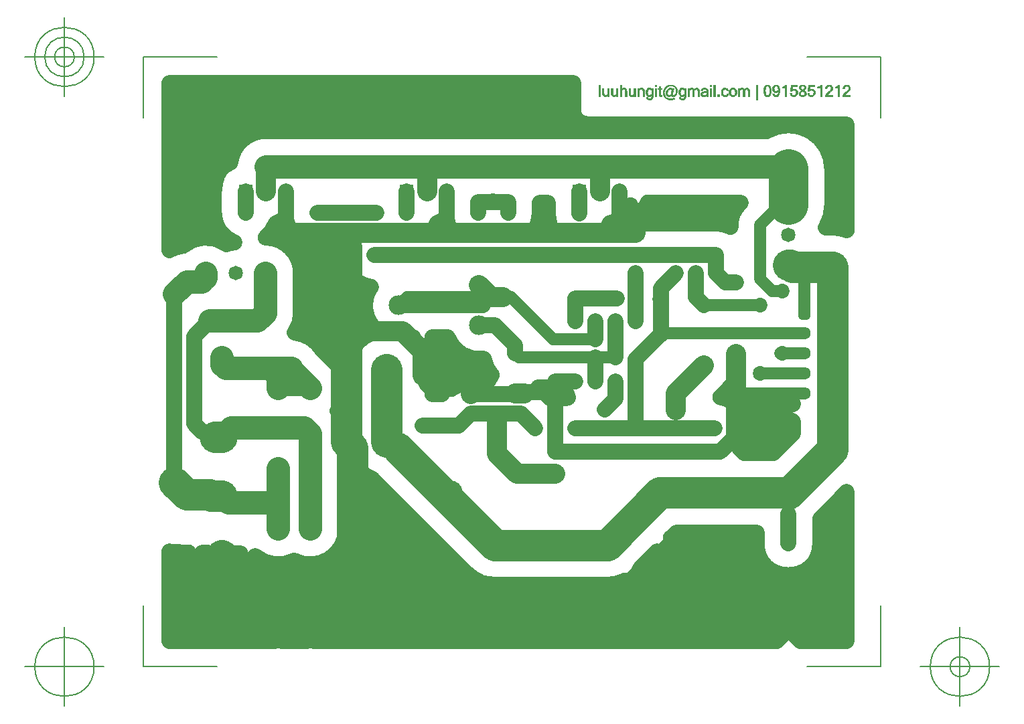
<source format=gbr>
G04 Generated by Ultiboard 14.1 *
%FSLAX34Y34*%
%MOMM*%

%ADD10C,0.0001*%
%ADD11C,2.0000*%
%ADD12C,1.5000*%
%ADD13C,2.5000*%
%ADD14C,3.0000*%
%ADD15C,4.0000*%
%ADD16C,5.0000*%
%ADD17C,0.0010*%
%ADD18C,0.1270*%
%ADD19C,2.4978*%
%ADD20C,2.1168*%
%ADD21C,3.0000*%
%ADD22C,1.6088*%
%ADD23C,1.8202*%
%ADD24C,1.4000*%
%ADD25C,1.2446*%
%ADD26R,0.5291X0.5291*%
%ADD27C,0.9949*%
%ADD28R,0.6985X0.6985*%
%ADD29C,1.1006*%
%ADD30C,1.6764*%
%ADD31R,1.6764X1.6764*%
%ADD32C,1.8556*%
%ADD33C,1.2700*%


G04 ColorRGB 00FF00 for the following layer *
%LNCopper Bottom*%
%LPD*%
G54D10*
G36*
X827594Y110320D02*
X827594Y110320D01*
X827594Y141861D01*
X852408Y166675D01*
X852408Y166675D01*
X861060Y175327D01*
X861060Y-13035D01*
X802100Y-13035D01*
X787300Y1765D01*
X772500Y-13035D01*
X187372Y-13035D01*
G74*
D01*
G03X199536Y-9709I4492J40335*
G01*
X199536Y-9709D01*
X182880Y6947D01*
X166224Y-9709D01*
G74*
D01*
G03X178388Y-13035I16656J37009*
G01*
X178388Y-13035D01*
X146732Y-13035D01*
G74*
D01*
G03X158896Y-9709I4492J40335*
G01*
X158896Y-9709D01*
X142240Y6947D01*
X125584Y-9709D01*
G74*
D01*
G03X137748Y-13035I16656J37009*
G01*
X137748Y-13035D01*
X4813Y-13035D01*
X4813Y99873D01*
G74*
D01*
G03X9442Y99403I5347J29667*
G01*
X9442Y99403D01*
X28774Y98943D01*
G75*
D01*
G03X32374Y78024I42346J-3481*
G01*
X32374Y78024D01*
X49812Y95462D01*
X46759Y98515D01*
X65102Y98078D01*
G75*
D01*
G03X77256Y97789I6018J-2616*
G01*
X77256Y97789D01*
X94348Y97382D01*
X92428Y95462D01*
X109866Y78024D01*
G74*
D01*
G03X113581Y93924I38746J17438*
G01*
G75*
D01*
G03X162560Y88505I28659J34976*
G01*
G75*
D01*
G03X228098Y128900I20320J40395*
G01*
X228098Y128900D01*
X228098Y234343D01*
G75*
D01*
G03X229349Y234379I502J4417*
G01*
G74*
D01*
G03X242091Y205111I50051J4381*
G01*
X242091Y205111D01*
X242091Y203188D01*
G74*
D01*
G03X243401Y203713I13491J35572*
G01*
G74*
D01*
G03X261520Y191807I35999J35047*
G01*
X261520Y191807D01*
X286652Y166675D01*
X380734Y72594D01*
G74*
D01*
G03X395499Y62368I35526J35526*
G01*
X395499Y62368D01*
X401716Y56152D01*
G74*
D01*
G03X403110Y59630I41036J18468*
G01*
G74*
D01*
G03X403148Y59619I13150J48490*
G01*
G75*
D01*
G03X416260Y57878I13112J48501*
G01*
X416260Y57878D01*
X558340Y57878D01*
G74*
D01*
G03X581259Y63410I0J50242*
G01*
G74*
D01*
G03X583804Y56152I43581J11210*
G01*
X583804Y56152D01*
X602273Y74620D01*
X599083Y77810D01*
X621650Y100377D01*
X624840Y97187D01*
X643308Y115656D01*
G74*
D01*
G03X638704Y117431I18468J41036*
G01*
X638704Y117431D01*
X645651Y124378D01*
X747206Y124378D01*
X747206Y110320D01*
G75*
D01*
G03X827594Y110320I40194J0*
G01*
D02*
G37*
%LPC*%
G36*
X665876Y56152D02*
G75*
D01*
G03X665876Y93088I-41036J18468*
G01*
X665876Y93088D01*
X647407Y74620D01*
X664523Y57504D01*
X665876Y56152D01*
D02*
G37*
G36*
X182452Y32786D02*
G74*
D01*
G03X179249Y43956I40212J5486*
G01*
X179249Y43956D01*
X162593Y27300D01*
X179249Y10644D01*
G74*
D01*
G03X182452Y21814I37009J16656*
G01*
G75*
D01*
G03X182452Y32786I428J5486*
G01*
D02*
G37*
G36*
X199536Y64309D02*
G75*
D01*
G03X166224Y64309I-16656J-37009*
G01*
X166224Y64309D01*
X182880Y47653D01*
X184523Y49296D01*
X199536Y64309D01*
D02*
G37*
G36*
X125584Y64309D02*
X125584Y64309D01*
X142240Y47653D01*
X158896Y64309D01*
G75*
D01*
G03X125584Y64309I-16656J-37009*
G01*
D02*
G37*
G36*
X88558Y56716D02*
X88558Y56716D01*
X71120Y74154D01*
X53682Y56716D01*
G75*
D01*
G03X88558Y56716I17438J38746*
G01*
D02*
G37*
G36*
X142668Y32786D02*
G75*
D01*
G03X142668Y21814I-428J-5486*
G01*
G74*
D01*
G03X145871Y10644I40212J5486*
G01*
X145871Y10644D01*
X162527Y27300D01*
X145871Y43956D01*
G74*
D01*
G03X142668Y32786I37009J16656*
G01*
D02*
G37*
G36*
X105231Y43956D02*
G75*
D01*
G03X105231Y10644I37009J-16656*
G01*
X105231Y10644D01*
X121887Y27300D01*
X105231Y43956D01*
D02*
G37*
G36*
X614840Y74620D02*
G75*
D01*
G03X614840Y74620I10000J0*
G01*
D02*
G37*
G36*
X643308Y33584D02*
X643308Y33584D01*
X624840Y52053D01*
X606372Y33584D01*
G75*
D01*
G03X643308Y33584I18468J41036*
G01*
D02*
G37*
G36*
X753560Y35505D02*
G75*
D01*
G03X753560Y5135I33740J-15185*
G01*
X753560Y5135D01*
X768745Y20320D01*
X753560Y35505D01*
D02*
G37*
G36*
X783300Y20320D02*
G75*
D01*
G03X783300Y20320I4000J0*
G01*
D02*
G37*
G36*
X821040Y35505D02*
X821040Y35505D01*
X805855Y20320D01*
X821040Y5135D01*
G75*
D01*
G03X821040Y35505I-33740J15185*
G01*
D02*
G37*
G36*
X772115Y54060D02*
X772115Y54060D01*
X787300Y38875D01*
X802485Y54060D01*
G75*
D01*
G03X772115Y54060I-15185J-33740*
G01*
D02*
G37*
G36*
X219889Y43956D02*
X219889Y43956D01*
X203233Y27300D01*
X219889Y10644D01*
G75*
D01*
G03X219889Y43956I-37009J16656*
G01*
D02*
G37*
G36*
X379148Y33584D02*
X379148Y33584D01*
X360680Y52053D01*
X342212Y33584D01*
G75*
D01*
G03X379148Y33584I18468J41036*
G01*
D02*
G37*
G36*
X319644Y93088D02*
G75*
D01*
G03X319644Y56152I41036J-18468*
G01*
X319644Y56152D01*
X338113Y74620D01*
X319644Y93088D01*
D02*
G37*
G36*
X350680Y74620D02*
G75*
D01*
G03X350680Y74620I10000J0*
G01*
D02*
G37*
%LPD*%
G36*
X126731Y632227D02*
X126731Y632227D01*
X760054Y632227D01*
G75*
D01*
G02X842666Y584200I27346J-48027*
G01*
X842666Y584200D01*
X842666Y538480D01*
G75*
D01*
G02X834752Y509982I-55266J0*
G01*
X834752Y509982D01*
X843280Y509982D01*
G74*
D01*
G02X861060Y506731I0J50242*
G01*
X861060Y506731D01*
X861060Y640825D01*
X532951Y640825D01*
G75*
D01*
G02X514989Y658787I0J17962*
G01*
X514989Y658787D01*
X514989Y693166D01*
X4813Y693166D01*
X4813Y481531D01*
G74*
D01*
G02X21847Y486853I21736J39651*
G01*
G75*
D01*
G02X76619Y489242I28953J-34733*
G01*
G74*
D01*
G02X86913Y491170I12281J37122*
G01*
G75*
D01*
G02X61137Y528689I14418J37519*
G01*
X61137Y528689D01*
X61137Y555889D01*
G74*
D01*
G02X63055Y568157I40194J0*
G01*
G74*
D01*
G02X81822Y592288I29894J3886*
G01*
G75*
D01*
G02X126731Y632227I44909J-5279*
G01*
D02*
G37*
G36*
X171218Y402040D02*
X171218Y402040D01*
X171218Y452120D01*
G74*
D01*
G03X126480Y497335I45218J0*
G01*
G74*
D01*
G03X139130Y515023I25149J31354*
G01*
G74*
D01*
G03X151996Y521459I12399J40866*
G01*
G75*
D01*
G03X191600Y488126I39604J6861*
G01*
X191600Y488126D01*
X226177Y488126D01*
G75*
D01*
G03X259308Y435080I37983J-13146*
G01*
G75*
D01*
G03X267293Y378961I35332J-23600*
G01*
G74*
D01*
G03X229158Y330200I12107J48761*
G01*
X229158Y330200D01*
X229158Y243170D01*
G75*
D01*
G03X228098Y243177I-558J-4410*
G01*
X228098Y243177D01*
X228098Y248920D01*
G74*
D01*
G03X217665Y277810I45218J0*
G01*
G75*
D01*
G03X214854Y338674I-34785J28890*
G01*
X214854Y338674D01*
X197197Y356330D01*
G74*
D01*
G03X163573Y376882I38037J24450*
G01*
G75*
D01*
G03X171218Y402040I-37573J25158*
G01*
D02*
G37*
G36*
X793038Y264623D02*
X793038Y264623D01*
X793038Y249411D01*
X768489Y224862D01*
X731543Y224862D01*
X725632Y230773D01*
G74*
D01*
G03X730516Y238975I29672J23227*
G01*
G75*
D01*
G03X727138Y278733I-36456J16925*
G01*
X727138Y278733D01*
X736145Y287740D01*
G75*
D01*
G03X714600Y290449I-15185J-33740*
G01*
G74*
D01*
G03X701275Y295441I20540J34549*
G01*
X701275Y295441D01*
X710917Y305083D01*
G74*
D01*
G03X715426Y310396I30197J30197*
G01*
G75*
D01*
G03X762925Y287439I36414J14724*
G01*
X762925Y287439D01*
X793038Y287439D01*
X793038Y286229D01*
X772148Y286229D01*
G74*
D01*
G03X793038Y264623I35572J13491*
G01*
D02*
G37*
%LPC*%
G36*
X754700Y269185D02*
X754700Y269185D01*
X739515Y254000D01*
X754700Y238815D01*
G75*
D01*
G03X754700Y269185I-33740J15185*
G01*
D02*
G37*
%LPD*%
G36*
X412236Y323465D02*
G74*
D01*
G03X406910Y314514I29724J23745*
G01*
X406910Y314514D01*
X386092Y314514D01*
G75*
D01*
G03X361064Y305780I-12J-40194*
G01*
X361064Y305780D01*
X352340Y314505D01*
G75*
D01*
G03X349080Y299274I33740J-15185*
G01*
X349080Y299274D01*
X337404Y299274D01*
G74*
D01*
G03X340734Y300587I12284J36006*
G01*
X340734Y300587D01*
X329642Y311679D01*
X329642Y330200D01*
G74*
D01*
G03X329469Y334362I50242J0*
G01*
G75*
D01*
G03X329162Y337130I-4349J918*
G01*
G74*
D01*
G03X320771Y358708I49762J6930*
G01*
X320771Y358708D01*
X325120Y354359D01*
X340734Y369973D01*
G74*
D01*
G03X337404Y371286I15614J34693*
G01*
X337404Y371286D01*
X356409Y371286D01*
G75*
D01*
G03X401837Y343961I39831J14794*
G01*
X401837Y343961D01*
X402403Y343395D01*
G74*
D01*
G03X412236Y323465I39557J7125*
G01*
D02*
G37*
%LPC*%
G36*
X359813Y350894D02*
X359813Y350894D01*
X344199Y335280D01*
X359813Y319666D01*
G75*
D01*
G03X359813Y350894I-34693J15614*
G01*
D02*
G37*
G36*
X370895Y333060D02*
X370895Y333060D01*
X386080Y317875D01*
X401265Y333060D01*
G75*
D01*
G03X370895Y333060I-15185J-33740*
G01*
D02*
G37*
%LPD*%
G36*
X725195Y539725D02*
X725195Y539725D01*
X727262Y541791D01*
X609739Y541791D01*
G74*
D01*
G02X608187Y538363I35699J14098*
G01*
G74*
D01*
G02X629932Y516411I13827J35443*
G01*
X629932Y516411D01*
X607851Y516411D01*
X607851Y537723D01*
G74*
D01*
G02X587651Y520001I33811J18166*
G01*
X587651Y520001D01*
X587651Y538190D01*
G74*
D01*
G02X580869Y527833I38742J17968*
G01*
X580869Y527833D01*
X580869Y516411D01*
X564527Y516411D01*
G74*
D01*
G02X561296Y515288I15618J39747*
G01*
G74*
D01*
G02X561257Y515174I38056J12932*
G01*
X561257Y515174D01*
X695960Y515174D01*
G74*
D01*
G02X714159Y510818I0J40194*
G01*
X714159Y510818D01*
X714159Y513046D01*
G75*
D01*
G02X725195Y539725I37681J34*
G01*
D02*
G37*
G36*
X505315Y293986D02*
X505315Y293986D01*
X505315Y302115D01*
X484291Y302115D01*
G74*
D01*
G03X488116Y294724I33869J12845*
G01*
G74*
D01*
G03X485737Y294365I4644J38824*
G01*
X485737Y294365D01*
X477378Y302724D01*
G74*
D01*
G03X471242Y307759I28438J28404*
G01*
X471242Y307759D01*
X504017Y307759D01*
G74*
D01*
G03X508694Y294963I39543J7201*
G01*
G74*
D01*
G03X505315Y293986I9466J39063*
G01*
D02*
G37*
G36*
X485223Y515174D02*
X485223Y515174D01*
X470763Y515174D01*
G75*
D01*
G03X473094Y528660I-37863J13486*
G01*
X473094Y528660D01*
X473094Y541791D01*
X483046Y541791D01*
X483046Y528220D01*
G75*
D01*
G03X485223Y515174I40194J0*
G01*
D02*
G37*
G36*
X342748Y515174D02*
X342748Y515174D01*
X356817Y515174D01*
G74*
D01*
G02X355215Y521353I37983J13146*
G01*
G74*
D01*
G02X342780Y515265I24746J34805*
G01*
G74*
D01*
G02X342748Y515174I37980J13155*
G01*
D02*
G37*
G36*
X312836Y371286D02*
G74*
D01*
G03X309882Y370139I12284J36006*
G01*
G74*
D01*
G03X308349Y371263I30482J39939*
G01*
G74*
D01*
G03X308417Y371286I13709J40217*
G01*
X308417Y371286D01*
X312836Y371286D01*
D02*
G37*
G54D11*
X665876Y56152D02*
G75*
D01*
G03X665876Y93088I-41036J18468*
G01*
X647407Y74620D01*
X664523Y57504D01*
X665876Y56152D01*
X182452Y32786D02*
G74*
D01*
G03X179249Y43956I40212J5486*
G01*
X162593Y27300D01*
X179249Y10644D01*
G74*
D01*
G03X182452Y21814I37009J16656*
G01*
G75*
D01*
G03X182452Y32786I428J5486*
G01*
X199536Y64309D02*
G75*
D01*
G03X166224Y64309I-16656J-37009*
G01*
X182880Y47653D01*
X184523Y49296D01*
X199536Y64309D01*
X125584Y64309D02*
X142240Y47653D01*
X158896Y64309D01*
G75*
D01*
G03X125584Y64309I-16656J-37009*
G01*
X88558Y56716D02*
X71120Y74154D01*
X53682Y56716D01*
G75*
D01*
G03X88558Y56716I17438J38746*
G01*
X142668Y32786D02*
G75*
D01*
G03X142668Y21814I-428J-5486*
G01*
G74*
D01*
G03X145871Y10644I40212J5486*
G01*
X162527Y27300D01*
X145871Y43956D01*
G74*
D01*
G03X142668Y32786I37009J16656*
G01*
X105231Y43956D02*
G75*
D01*
G03X105231Y10644I37009J-16656*
G01*
X121887Y27300D01*
X105231Y43956D01*
X614840Y74620D02*
G75*
D01*
G03X614840Y74620I10000J0*
G01*
X643308Y33584D02*
X624840Y52053D01*
X606372Y33584D01*
G75*
D01*
G03X643308Y33584I18468J41036*
G01*
X753560Y35505D02*
G75*
D01*
G03X753560Y5135I33740J-15185*
G01*
X768745Y20320D01*
X753560Y35505D01*
X783300Y20320D02*
G75*
D01*
G03X783300Y20320I4000J0*
G01*
X821040Y35505D02*
X805855Y20320D01*
X821040Y5135D01*
G75*
D01*
G03X821040Y35505I-33740J15185*
G01*
X772115Y54060D02*
X787300Y38875D01*
X802485Y54060D01*
G75*
D01*
G03X772115Y54060I-15185J-33740*
G01*
X219889Y43956D02*
X203233Y27300D01*
X219889Y10644D01*
G75*
D01*
G03X219889Y43956I-37009J16656*
G01*
X379148Y33584D02*
X360680Y52053D01*
X342212Y33584D01*
G75*
D01*
G03X379148Y33584I18468J41036*
G01*
X319644Y93088D02*
G75*
D01*
G03X319644Y56152I41036J-18468*
G01*
X338113Y74620D01*
X319644Y93088D01*
X350680Y74620D02*
G75*
D01*
G03X350680Y74620I10000J0*
G01*
X827594Y110320D02*
X827594Y141861D01*
X852408Y166675D01*
X852408Y166675D01*
X861060Y175327D01*
X861060Y-13035D01*
X802100Y-13035D01*
X787300Y1765D01*
X772500Y-13035D01*
X187372Y-13035D01*
G74*
D01*
G03X199536Y-9709I4492J40335*
G01*
X182880Y6947D01*
X166224Y-9709D01*
G74*
D01*
G03X178388Y-13035I16656J37009*
G01*
X146732Y-13035D01*
G74*
D01*
G03X158896Y-9709I4492J40335*
G01*
X142240Y6947D01*
X125584Y-9709D01*
G74*
D01*
G03X137748Y-13035I16656J37009*
G01*
X4813Y-13035D01*
X4813Y99873D01*
G74*
D01*
G03X9442Y99403I5347J29667*
G01*
X28774Y98943D01*
G75*
D01*
G03X32374Y78024I42346J-3481*
G01*
X49812Y95462D01*
X46759Y98515D01*
X65102Y98078D01*
G75*
D01*
G03X77256Y97789I6018J-2616*
G01*
X94348Y97382D01*
X92428Y95462D01*
X109866Y78024D01*
G74*
D01*
G03X113581Y93924I38746J17438*
G01*
G75*
D01*
G03X162560Y88505I28659J34976*
G01*
G75*
D01*
G03X228098Y128900I20320J40395*
G01*
X228098Y234343D01*
G75*
D01*
G03X229349Y234379I502J4417*
G01*
G74*
D01*
G03X242091Y205111I50051J4381*
G01*
X242091Y203188D01*
G74*
D01*
G03X243401Y203713I13491J35572*
G01*
G74*
D01*
G03X261520Y191807I35999J35047*
G01*
X286652Y166675D01*
X380734Y72594D01*
G74*
D01*
G03X395499Y62368I35526J35526*
G01*
X401716Y56152D01*
G74*
D01*
G03X403110Y59630I41036J18468*
G01*
G74*
D01*
G03X403148Y59619I13150J48490*
G01*
G75*
D01*
G03X416260Y57878I13112J48501*
G01*
X558340Y57878D01*
G74*
D01*
G03X581259Y63410I0J50242*
G01*
G74*
D01*
G03X583804Y56152I43581J11210*
G01*
X602273Y74620D01*
X599083Y77810D01*
X621650Y100377D01*
X624840Y97187D01*
X643308Y115656D01*
G74*
D01*
G03X638704Y117431I18468J41036*
G01*
X645651Y124378D01*
X747206Y124378D01*
X747206Y110320D01*
G75*
D01*
G03X827594Y110320I40194J0*
G01*
X754700Y269185D02*
X739515Y254000D01*
X754700Y238815D01*
G75*
D01*
G03X754700Y269185I-33740J15185*
G01*
X793038Y264623D02*
X793038Y249411D01*
X768489Y224862D01*
X731543Y224862D01*
X725632Y230773D01*
G74*
D01*
G03X730516Y238975I29672J23227*
G01*
G75*
D01*
G03X727138Y278733I-36456J16925*
G01*
X736145Y287740D01*
G75*
D01*
G03X714600Y290449I-15185J-33740*
G01*
G74*
D01*
G03X701275Y295441I20540J34549*
G01*
X710917Y305083D01*
G74*
D01*
G03X715426Y310396I30197J30197*
G01*
G75*
D01*
G03X762925Y287439I36414J14724*
G01*
X793038Y287439D01*
X793038Y286229D01*
X772148Y286229D01*
G74*
D01*
G03X793038Y264623I35572J13491*
G01*
X171218Y402040D02*
X171218Y452120D01*
G74*
D01*
G03X126480Y497335I45218J0*
G01*
G74*
D01*
G03X139130Y515023I25149J31354*
G01*
G74*
D01*
G03X151996Y521459I12399J40866*
G01*
G75*
D01*
G03X191600Y488126I39604J6861*
G01*
X226177Y488126D01*
G75*
D01*
G03X259308Y435080I37983J-13146*
G01*
G75*
D01*
G03X267293Y378961I35332J-23600*
G01*
G74*
D01*
G03X229158Y330200I12107J48761*
G01*
X229158Y243170D01*
G75*
D01*
G03X228098Y243177I-558J-4410*
G01*
X228098Y248920D01*
G74*
D01*
G03X217665Y277810I45218J0*
G01*
G75*
D01*
G03X214854Y338674I-34785J28890*
G01*
X197197Y356330D01*
G74*
D01*
G03X163573Y376882I38037J24450*
G01*
G75*
D01*
G03X171218Y402040I-37573J25158*
G01*
X359813Y350894D02*
X344199Y335280D01*
X359813Y319666D01*
G75*
D01*
G03X359813Y350894I-34693J15614*
G01*
X370895Y333060D02*
X386080Y317875D01*
X401265Y333060D01*
G75*
D01*
G03X370895Y333060I-15185J-33740*
G01*
X412236Y323465D02*
G74*
D01*
G03X406910Y314514I29724J23745*
G01*
X386092Y314514D01*
G75*
D01*
G03X361064Y305780I-12J-40194*
G01*
X352340Y314505D01*
G75*
D01*
G03X349080Y299274I33740J-15185*
G01*
X337404Y299274D01*
G74*
D01*
G03X340734Y300587I12284J36006*
G01*
X329642Y311679D01*
X329642Y330200D01*
G74*
D01*
G03X329469Y334362I50242J0*
G01*
G75*
D01*
G03X329162Y337130I-4349J918*
G01*
G74*
D01*
G03X320771Y358708I49762J6930*
G01*
X325120Y354359D01*
X340734Y369973D01*
G74*
D01*
G03X337404Y371286I15614J34693*
G01*
X356409Y371286D01*
G75*
D01*
G03X401837Y343961I39831J14794*
G01*
X402403Y343395D01*
G74*
D01*
G03X412236Y323465I39557J7125*
G01*
X505315Y293986D02*
X505315Y302115D01*
X484291Y302115D01*
G74*
D01*
G03X488116Y294724I33869J12845*
G01*
G74*
D01*
G03X485737Y294365I4644J38824*
G01*
X477378Y302724D01*
G74*
D01*
G03X471242Y307759I28438J28404*
G01*
X504017Y307759D01*
G74*
D01*
G03X508694Y294963I39543J7201*
G01*
G74*
D01*
G03X505315Y293986I9466J39063*
G01*
X312836Y371286D02*
G74*
D01*
G03X309882Y370139I12284J36006*
G01*
G74*
D01*
G03X308349Y371263I30482J39939*
G01*
G74*
D01*
G03X308417Y371286I13709J40217*
G01*
X312836Y371286D01*
X126731Y632227D02*
X760054Y632227D01*
G75*
D01*
G02X842666Y584200I27346J-48027*
G01*
X842666Y538480D01*
G75*
D01*
G02X834752Y509982I-55266J0*
G01*
X843280Y509982D01*
G74*
D01*
G02X861060Y506731I0J50242*
G01*
X861060Y640825D01*
X532951Y640825D01*
G75*
D01*
G02X514989Y658787I0J17962*
G01*
X514989Y693166D01*
X4813Y693166D01*
X4813Y481531D01*
G74*
D01*
G02X21847Y486853I21736J39651*
G01*
G75*
D01*
G02X76619Y489242I28953J-34733*
G01*
G74*
D01*
G02X86913Y491170I12281J37122*
G01*
G75*
D01*
G02X61137Y528689I14418J37519*
G01*
X61137Y555889D01*
G74*
D01*
G02X63055Y568157I40194J0*
G01*
G74*
D01*
G02X81822Y592288I29894J3886*
G01*
G75*
D01*
G02X126731Y632227I44909J-5279*
G01*
X342748Y515174D02*
X356817Y515174D01*
G74*
D01*
G02X355215Y521353I37983J13146*
G01*
G74*
D01*
G02X342780Y515265I24746J34805*
G01*
G74*
D01*
G02X342748Y515174I37980J13155*
G01*
X485223Y515174D02*
X470763Y515174D01*
G75*
D01*
G03X473094Y528660I-37863J13486*
G01*
X473094Y541791D01*
X483046Y541791D01*
X483046Y528220D01*
G75*
D01*
G03X485223Y515174I40194J0*
G01*
X725195Y539725D02*
X727262Y541791D01*
X609739Y541791D01*
G74*
D01*
G02X608187Y538363I35699J14098*
G01*
G74*
D01*
G02X629932Y516411I13827J35443*
G01*
X607851Y516411D01*
X607851Y537723D01*
G74*
D01*
G02X587651Y520001I33811J18166*
G01*
X587651Y538190D01*
G74*
D01*
G02X580869Y527833I38742J17968*
G01*
X580869Y516411D01*
X564527Y516411D01*
G74*
D01*
G02X561296Y515288I15618J39747*
G01*
G74*
D01*
G02X561257Y515174I38056J12932*
G01*
X695960Y515174D01*
G74*
D01*
G02X714159Y510818I0J40194*
G01*
X714159Y513046D01*
G75*
D01*
G02X725195Y539725I37681J34*
G01*
X285840Y232320D02*
X279400Y238760D01*
X285840Y231880D02*
X285840Y232320D01*
X142240Y306700D02*
X182880Y306700D01*
X142240Y315480D02*
X125840Y331880D01*
X75840Y331880D02*
X71120Y336600D01*
X784591Y587009D02*
X787400Y584200D01*
X787400Y538480D02*
X777240Y538480D01*
X355600Y555889D02*
X355600Y510809D01*
X574040Y555889D02*
X574040Y510809D01*
X152131Y555889D02*
X152131Y508269D01*
X523240Y555889D02*
X523240Y528220D01*
X304800Y555889D02*
X304800Y528420D01*
X101331Y555889D02*
X101331Y528689D01*
X518160Y314960D02*
X492760Y314960D01*
X543560Y391160D02*
X543560Y368300D01*
X568960Y391160D02*
X568960Y345440D01*
X543560Y314960D02*
X543560Y345440D01*
X594360Y255900D02*
X594360Y342900D01*
X518160Y391160D02*
X518160Y420200D01*
X568960Y314960D02*
X568960Y293200D01*
X555160Y279400D01*
X492760Y301880D02*
X455840Y301880D01*
X453680Y299720D01*
X386080Y299320D02*
X441560Y299320D01*
X386080Y311640D02*
X375840Y321880D01*
X723500Y299720D02*
X720960Y297180D01*
X492760Y226060D02*
X492760Y314960D01*
X701040Y226060D02*
X720960Y245980D01*
X492760Y226060D02*
X701040Y226060D01*
X448940Y274320D02*
X467360Y255900D01*
X325120Y259080D02*
X370840Y259080D01*
X386080Y274320D02*
X448940Y274320D01*
X518160Y255900D02*
X694060Y255900D01*
X370840Y259080D02*
X386080Y274320D01*
X294640Y411480D02*
X401320Y411480D01*
X10920Y187509D02*
X10920Y426251D01*
X35840Y261880D02*
X35840Y371880D01*
X45840Y251880D02*
X35840Y261880D01*
X35840Y371880D02*
X56000Y392040D01*
X396240Y386080D02*
X416560Y386080D01*
X441960Y360680D01*
X441960Y350520D01*
X594360Y391160D02*
X594360Y452120D01*
X394800Y528320D02*
X394800Y542120D01*
X432900Y542120D01*
X432900Y528660D01*
X787400Y147320D02*
X787400Y110320D01*
X518160Y420200D02*
X570060Y420200D01*
X594360Y342900D02*
X627380Y375920D01*
X626110Y374650D02*
X626110Y433070D01*
X645160Y452120D01*
X670560Y452120D02*
X670560Y421640D01*
X680720Y411480D01*
X695960Y474980D02*
X264160Y474980D01*
X695960Y452120D02*
X695960Y474980D01*
X721360Y440520D02*
X707560Y440520D01*
X695960Y452120D01*
X191600Y528320D02*
X266700Y528320D01*
G54D12*
X79632Y161880D02*
X71120Y170392D01*
X57328Y170392D02*
X55840Y171880D01*
X45840Y441880D02*
X50800Y446840D01*
X82398Y245322D02*
X71120Y245322D01*
X62398Y245322D02*
X55840Y251880D01*
X45840Y251880D01*
X126000Y452120D02*
X127000Y452120D01*
X543560Y368300D02*
X490220Y368300D01*
X436780Y421740D01*
X395840Y421880D02*
X305040Y421880D01*
X396240Y422280D02*
X395840Y421880D01*
X305040Y421880D02*
X294640Y411480D01*
X807720Y375920D02*
X627380Y375920D01*
X624840Y378460D01*
X694060Y255900D02*
X695960Y254000D01*
X807720Y350520D02*
X777240Y350520D01*
X807720Y299720D02*
X723500Y299720D01*
X807720Y401320D02*
X807720Y459740D01*
X568960Y345440D02*
X447040Y345440D01*
X777240Y538480D02*
X751840Y513080D01*
X779780Y429260D02*
X767080Y429260D01*
X751840Y444500D01*
X751840Y513080D01*
X680720Y411480D02*
X751840Y411480D01*
X751840Y325120D02*
X807720Y325120D01*
G54D13*
X453680Y299720D02*
X441960Y299720D01*
X386080Y299320D02*
X386080Y311640D01*
X375840Y321880D02*
X325840Y321880D01*
X325120Y322600D02*
X325120Y353060D01*
X325840Y321880D02*
X325120Y322600D01*
X325120Y353060D02*
X299720Y378460D01*
X235480Y231880D02*
X228600Y238760D01*
X235840Y231880D02*
X235480Y231880D01*
X720960Y245980D02*
X720960Y350220D01*
X548909Y587009D02*
X548909Y556158D01*
X492860Y198120D02*
X444500Y198120D01*
X419100Y223520D01*
X419100Y264160D01*
X426720Y421740D02*
X411380Y421740D01*
X396240Y436880D01*
X299720Y378460D02*
X228600Y378460D01*
X330469Y587009D02*
X330469Y556158D01*
X126731Y555889D02*
X126731Y587009D01*
X785500Y174620D02*
X787400Y172720D01*
X680720Y335280D02*
X645160Y299720D01*
X645160Y279300D01*
X157480Y502920D02*
X152131Y508269D01*
X594360Y502920D02*
X157480Y502920D01*
G54D14*
X142240Y306700D02*
X142240Y315480D01*
X71120Y336600D02*
X71120Y345440D01*
X142240Y161880D02*
X79632Y161880D01*
X142240Y128900D02*
X142240Y205100D01*
X175260Y256540D02*
X82338Y256540D01*
X71120Y245322D01*
X50800Y446840D02*
X50800Y452120D01*
X26549Y441880D02*
X45840Y441880D01*
X56000Y392040D02*
X116000Y392040D01*
X126000Y402040D01*
X126000Y452120D01*
X10920Y426251D02*
X26549Y441880D01*
X75840Y331880D02*
X159160Y331880D01*
X182880Y306700D02*
X162560Y327020D01*
X182880Y248920D02*
X175260Y256540D01*
X182880Y128900D02*
X182880Y248920D01*
X292500Y231880D02*
X285840Y231880D01*
X126731Y587009D02*
X784591Y587009D01*
G54D15*
X275840Y81880D02*
X353420Y81880D01*
X394660Y40640D01*
X579120Y40640D01*
X613100Y74620D01*
X139282Y27300D02*
X71120Y95462D01*
X139282Y27300D02*
X221260Y27300D01*
X275840Y81880D01*
X235840Y94360D02*
X235840Y231880D01*
X235840Y94360D02*
X262080Y68120D01*
X71120Y170392D02*
X57328Y170392D01*
X55840Y171880D02*
X26549Y171880D01*
X71120Y245322D02*
X62398Y245322D01*
X613100Y74620D02*
X733000Y74620D01*
X787300Y20320D01*
X10920Y187509D02*
X26549Y171880D01*
X228600Y238760D02*
X228600Y485140D01*
X279400Y238760D02*
X279400Y330200D01*
X843280Y228600D02*
X843280Y459740D01*
X416260Y108120D02*
X558340Y108120D01*
X416260Y108120D02*
X292500Y231880D01*
X792391Y459740D02*
X789851Y462280D01*
X787400Y462280D01*
X843280Y459740D02*
X792391Y459740D01*
X558340Y108120D02*
X624840Y174620D01*
X785500Y174620D01*
X787400Y172720D02*
X843280Y228600D01*
G54D16*
X787400Y584200D02*
X787400Y538480D01*
G54D17*
G36*
X549303Y676145D02*
X549303Y676145D01*
X549303Y690461D01*
X547457Y690461D01*
X549303Y676145D01*
D02*
G37*
X549303Y690461D01*
X547457Y690461D01*
X549303Y676145D01*
G36*
X549303Y676145D01*
X547457Y690461D01*
X547457Y676145D01*
X549303Y676145D01*
D02*
G37*
X547457Y690461D01*
X547457Y676145D01*
X549303Y676145D01*
G36*
X554274Y677981D02*
X554274Y677981D01*
X554663Y675960D01*
X554870Y677563D01*
X554274Y677981D01*
D02*
G37*
X554663Y675960D01*
X554870Y677563D01*
X554274Y677981D01*
G36*
X554663Y675960D02*
X554663Y675960D01*
X554274Y677981D01*
X553937Y678715D01*
X554663Y675960D01*
D02*
G37*
X554274Y677981D01*
X553937Y678715D01*
X554663Y675960D01*
G36*
X553937Y678715D02*
X553937Y678715D01*
X553348Y676439D01*
X554663Y675960D01*
X553937Y678715D01*
D02*
G37*
X553348Y676439D01*
X554663Y675960D01*
X553937Y678715D01*
G36*
X553348Y676439D02*
X553348Y676439D01*
X553937Y678715D01*
X553825Y679807D01*
X553348Y676439D01*
D02*
G37*
X553937Y678715D01*
X553825Y679807D01*
X553348Y676439D01*
G36*
X553825Y679807D02*
X553825Y679807D01*
X553825Y686506D01*
X553348Y676439D01*
X553825Y679807D01*
D02*
G37*
X553825Y686506D01*
X553348Y676439D01*
X553825Y679807D01*
G36*
X553825Y686506D02*
X553825Y686506D01*
X551979Y686506D01*
X552034Y678831D01*
X553825Y686506D01*
D02*
G37*
X551979Y686506D01*
X552034Y678831D01*
X553825Y686506D01*
G36*
X553825Y686506D01*
X552034Y678831D01*
X552472Y677396D01*
X553825Y686506D01*
D02*
G37*
X552034Y678831D01*
X552472Y677396D01*
X553825Y686506D01*
G36*
X553825Y686506D01*
X552472Y677396D01*
X553348Y676439D01*
X553825Y686506D01*
D02*
G37*
X552472Y677396D01*
X553348Y676439D01*
X553825Y686506D01*
G36*
X558580Y686506D02*
X558580Y686506D01*
X560416Y676145D01*
X560416Y686506D01*
X558580Y686506D01*
D02*
G37*
X560416Y676145D01*
X560416Y686506D01*
X558580Y686506D01*
G36*
X560416Y676145D02*
X560416Y676145D01*
X558580Y686506D01*
X558580Y679084D01*
X560416Y676145D01*
D02*
G37*
X558580Y686506D01*
X558580Y679084D01*
X560416Y676145D01*
G36*
X558580Y679084D02*
X558580Y679084D01*
X558580Y677463D01*
X560416Y676145D01*
X558580Y679084D01*
D02*
G37*
X558580Y677463D01*
X560416Y676145D01*
X558580Y679084D01*
G36*
X558580Y677463D02*
X558580Y677463D01*
X558580Y679084D01*
X557924Y678358D01*
X558580Y677463D01*
D02*
G37*
X558580Y679084D01*
X557924Y678358D01*
X558580Y677463D01*
G36*
X557924Y678358D02*
X557924Y678358D01*
X557871Y676779D01*
X558580Y677463D01*
X557924Y678358D01*
D02*
G37*
X557871Y676779D01*
X558580Y677463D01*
X557924Y678358D01*
G36*
X557871Y676779D02*
X557871Y676779D01*
X557924Y678358D01*
X556513Y677528D01*
X557871Y676779D01*
D02*
G37*
X557924Y678358D01*
X556513Y677528D01*
X557871Y676779D01*
G36*
X556513Y677528D02*
X556513Y677528D01*
X556323Y675998D01*
X557871Y676779D01*
X556513Y677528D01*
D02*
G37*
X556323Y675998D01*
X557871Y676779D01*
X556513Y677528D01*
G36*
X556323Y675998D02*
X556323Y675998D01*
X556513Y677528D01*
X555758Y677424D01*
X556323Y675998D01*
D02*
G37*
X556513Y677528D01*
X555758Y677424D01*
X556323Y675998D01*
G36*
X555758Y677424D02*
X555758Y677424D01*
X555485Y675901D01*
X556323Y675998D01*
X555758Y677424D01*
D02*
G37*
X555485Y675901D01*
X556323Y675998D01*
X555758Y677424D01*
G36*
X555485Y675901D02*
X555485Y675901D01*
X555758Y677424D01*
X554870Y677563D01*
X555485Y675901D01*
D02*
G37*
X555758Y677424D01*
X554870Y677563D01*
X555485Y675901D01*
G36*
X554870Y677563D02*
X554870Y677563D01*
X554663Y675960D01*
X555485Y675901D01*
X554870Y677563D01*
D02*
G37*
X554663Y675960D01*
X555485Y675901D01*
X554870Y677563D01*
G36*
X560416Y676145D02*
X560416Y676145D01*
X558580Y677463D01*
X558580Y676145D01*
X560416Y676145D01*
D02*
G37*
X558580Y677463D01*
X558580Y676145D01*
X560416Y676145D01*
G36*
X552034Y678831D02*
X552034Y678831D01*
X551979Y686506D01*
X551979Y679729D01*
X552034Y678831D01*
D02*
G37*
X551979Y686506D01*
X551979Y679729D01*
X552034Y678831D01*
G36*
X565397Y677981D02*
X565397Y677981D01*
X565786Y675960D01*
X565993Y677563D01*
X565397Y677981D01*
D02*
G37*
X565786Y675960D01*
X565993Y677563D01*
X565397Y677981D01*
G36*
X565786Y675960D02*
X565786Y675960D01*
X565397Y677981D01*
X565060Y678715D01*
X565786Y675960D01*
D02*
G37*
X565397Y677981D01*
X565060Y678715D01*
X565786Y675960D01*
G36*
X565060Y678715D02*
X565060Y678715D01*
X564471Y676439D01*
X565786Y675960D01*
X565060Y678715D01*
D02*
G37*
X564471Y676439D01*
X565786Y675960D01*
X565060Y678715D01*
G36*
X564471Y676439D02*
X564471Y676439D01*
X565060Y678715D01*
X564948Y679807D01*
X564471Y676439D01*
D02*
G37*
X565060Y678715D01*
X564948Y679807D01*
X564471Y676439D01*
G36*
X564948Y679807D02*
X564948Y679807D01*
X564948Y686506D01*
X564471Y676439D01*
X564948Y679807D01*
D02*
G37*
X564948Y686506D01*
X564471Y676439D01*
X564948Y679807D01*
G36*
X564948Y686506D02*
X564948Y686506D01*
X563102Y686506D01*
X563157Y678831D01*
X564948Y686506D01*
D02*
G37*
X563102Y686506D01*
X563157Y678831D01*
X564948Y686506D01*
G36*
X564948Y686506D01*
X563157Y678831D01*
X563595Y677396D01*
X564948Y686506D01*
D02*
G37*
X563157Y678831D01*
X563595Y677396D01*
X564948Y686506D01*
G36*
X564948Y686506D01*
X563595Y677396D01*
X564471Y676439D01*
X564948Y686506D01*
D02*
G37*
X563595Y677396D01*
X564471Y676439D01*
X564948Y686506D01*
G36*
X569704Y686506D02*
X569704Y686506D01*
X571539Y676145D01*
X571539Y686506D01*
X569704Y686506D01*
D02*
G37*
X571539Y676145D01*
X571539Y686506D01*
X569704Y686506D01*
G36*
X571539Y676145D02*
X571539Y676145D01*
X569704Y686506D01*
X569704Y679084D01*
X571539Y676145D01*
D02*
G37*
X569704Y686506D01*
X569704Y679084D01*
X571539Y676145D01*
G36*
X569704Y679084D02*
X569704Y679084D01*
X569704Y677463D01*
X571539Y676145D01*
X569704Y679084D01*
D02*
G37*
X569704Y677463D01*
X571539Y676145D01*
X569704Y679084D01*
G36*
X569704Y677463D02*
X569704Y677463D01*
X569704Y679084D01*
X569047Y678358D01*
X569704Y677463D01*
D02*
G37*
X569704Y679084D01*
X569047Y678358D01*
X569704Y677463D01*
G36*
X569047Y678358D02*
X569047Y678358D01*
X568994Y676779D01*
X569704Y677463D01*
X569047Y678358D01*
D02*
G37*
X568994Y676779D01*
X569704Y677463D01*
X569047Y678358D01*
G36*
X568994Y676779D02*
X568994Y676779D01*
X569047Y678358D01*
X567636Y677528D01*
X568994Y676779D01*
D02*
G37*
X569047Y678358D01*
X567636Y677528D01*
X568994Y676779D01*
G36*
X567636Y677528D02*
X567636Y677528D01*
X567446Y675998D01*
X568994Y676779D01*
X567636Y677528D01*
D02*
G37*
X567446Y675998D01*
X568994Y676779D01*
X567636Y677528D01*
G36*
X567446Y675998D02*
X567446Y675998D01*
X567636Y677528D01*
X566881Y677424D01*
X567446Y675998D01*
D02*
G37*
X567636Y677528D01*
X566881Y677424D01*
X567446Y675998D01*
G36*
X566881Y677424D02*
X566881Y677424D01*
X566608Y675901D01*
X567446Y675998D01*
X566881Y677424D01*
D02*
G37*
X566608Y675901D01*
X567446Y675998D01*
X566881Y677424D01*
G36*
X566608Y675901D02*
X566608Y675901D01*
X566881Y677424D01*
X565993Y677563D01*
X566608Y675901D01*
D02*
G37*
X566881Y677424D01*
X565993Y677563D01*
X566608Y675901D01*
G36*
X565993Y677563D02*
X565993Y677563D01*
X565786Y675960D01*
X566608Y675901D01*
X565993Y677563D01*
D02*
G37*
X565786Y675960D01*
X566608Y675901D01*
X565993Y677563D01*
G36*
X571539Y676145D02*
X571539Y676145D01*
X569704Y677463D01*
X569704Y676145D01*
X571539Y676145D01*
D02*
G37*
X569704Y677463D01*
X569704Y676145D01*
X571539Y676145D01*
G36*
X563157Y678831D02*
X563157Y678831D01*
X563102Y686506D01*
X563102Y679729D01*
X563157Y678831D01*
D02*
G37*
X563102Y686506D01*
X563102Y679729D01*
X563157Y678831D01*
G36*
X576110Y676145D02*
X576110Y676145D01*
X576110Y690461D01*
X574264Y690461D01*
X576110Y676145D01*
D02*
G37*
X576110Y690461D01*
X574264Y690461D01*
X576110Y676145D01*
G36*
X576110Y690461D02*
X576110Y690461D01*
X576110Y676145D01*
X576110Y683566D01*
X576110Y690461D01*
D02*
G37*
X576110Y676145D01*
X576110Y683566D01*
X576110Y690461D01*
G36*
X576110Y683566D02*
X576110Y683566D01*
X576110Y690461D01*
X576110Y683566D01*
D02*
G37*
X576110Y690461D01*
X576110Y683566D01*
G36*
X576110Y685188D02*
X576110Y685188D01*
X576110Y683566D01*
X576813Y684293D01*
X576110Y685188D01*
D02*
G37*
X576110Y683566D01*
X576813Y684293D01*
X576110Y685188D01*
G36*
X576813Y684293D02*
X576813Y684293D01*
X576820Y685867D01*
X576110Y685188D01*
X576813Y684293D01*
D02*
G37*
X576820Y685867D01*
X576110Y685188D01*
X576813Y684293D01*
G36*
X576820Y685867D02*
X576820Y685867D01*
X576813Y684293D01*
X578219Y685123D01*
X576820Y685867D01*
D02*
G37*
X576813Y684293D01*
X578219Y685123D01*
X576820Y685867D01*
G36*
X578219Y685123D02*
X578219Y685123D01*
X578367Y686643D01*
X576820Y685867D01*
X578219Y685123D01*
D02*
G37*
X578367Y686643D01*
X576820Y685867D01*
X578219Y685123D01*
G36*
X578367Y686643D02*
X578367Y686643D01*
X578219Y685123D01*
X578922Y685227D01*
X578367Y686643D01*
D02*
G37*
X578219Y685123D01*
X578922Y685227D01*
X578367Y686643D01*
G36*
X578922Y685227D02*
X578922Y685227D01*
X579205Y686740D01*
X578367Y686643D01*
X578922Y685227D01*
D02*
G37*
X579205Y686740D01*
X578367Y686643D01*
X578922Y685227D01*
G36*
X579205Y686740D02*
X579205Y686740D01*
X578922Y685227D01*
X579812Y685087D01*
X579205Y686740D01*
D02*
G37*
X578922Y685227D01*
X579812Y685087D01*
X579205Y686740D01*
G36*
X579812Y685087D02*
X579812Y685087D01*
X580027Y686681D01*
X579205Y686740D01*
X579812Y685087D01*
D02*
G37*
X580027Y686681D01*
X579205Y686740D01*
X579812Y685087D01*
G36*
X580027Y686681D02*
X580027Y686681D01*
X579812Y685087D01*
X580412Y684670D01*
X580027Y686681D01*
D02*
G37*
X579812Y685087D01*
X580412Y684670D01*
X580027Y686681D01*
G36*
X580412Y684670D02*
X580412Y684670D01*
X581342Y686203D01*
X580027Y686681D01*
X580412Y684670D01*
D02*
G37*
X581342Y686203D01*
X580027Y686681D01*
X580412Y684670D01*
G36*
X581342Y686203D02*
X581342Y686203D01*
X580412Y684670D01*
X580752Y683935D01*
X581342Y686203D01*
D02*
G37*
X580412Y684670D01*
X580752Y683935D01*
X581342Y686203D01*
G36*
X580752Y683935D02*
X580752Y683935D01*
X580866Y682844D01*
X581342Y686203D01*
X580752Y683935D01*
D02*
G37*
X580866Y682844D01*
X581342Y686203D01*
X580752Y683935D01*
G36*
X582711Y676145D02*
X582711Y676145D01*
X582711Y682922D01*
X582657Y683817D01*
X582711Y676145D01*
D02*
G37*
X582711Y682922D01*
X582657Y683817D01*
X582711Y676145D01*
G36*
X582711Y676145D01*
X582657Y683817D01*
X582218Y685249D01*
X582711Y676145D01*
D02*
G37*
X582657Y683817D01*
X582218Y685249D01*
X582711Y676145D01*
G36*
X582711Y676145D01*
X582218Y685249D01*
X581342Y686203D01*
X582711Y676145D01*
D02*
G37*
X582218Y685249D01*
X581342Y686203D01*
X582711Y676145D01*
G36*
X582711Y676145D01*
X581342Y686203D01*
X580866Y682844D01*
X582711Y676145D01*
D02*
G37*
X581342Y686203D01*
X580866Y682844D01*
X582711Y676145D01*
G36*
X582711Y676145D01*
X580866Y682844D01*
X580866Y676145D01*
X582711Y676145D01*
D02*
G37*
X580866Y682844D01*
X580866Y676145D01*
X582711Y676145D01*
G36*
X576110Y676145D02*
X576110Y676145D01*
X574264Y690461D01*
X574264Y676145D01*
X576110Y676145D01*
D02*
G37*
X574264Y690461D01*
X574264Y676145D01*
X576110Y676145D01*
G36*
X587643Y677981D02*
X587643Y677981D01*
X588032Y675960D01*
X588239Y677563D01*
X587643Y677981D01*
D02*
G37*
X588032Y675960D01*
X588239Y677563D01*
X587643Y677981D01*
G36*
X588032Y675960D02*
X588032Y675960D01*
X587643Y677981D01*
X587306Y678715D01*
X588032Y675960D01*
D02*
G37*
X587643Y677981D01*
X587306Y678715D01*
X588032Y675960D01*
G36*
X587306Y678715D02*
X587306Y678715D01*
X586718Y676439D01*
X588032Y675960D01*
X587306Y678715D01*
D02*
G37*
X586718Y676439D01*
X588032Y675960D01*
X587306Y678715D01*
G36*
X586718Y676439D02*
X586718Y676439D01*
X587306Y678715D01*
X587194Y679807D01*
X586718Y676439D01*
D02*
G37*
X587306Y678715D01*
X587194Y679807D01*
X586718Y676439D01*
G36*
X587194Y679807D02*
X587194Y679807D01*
X587194Y686506D01*
X586718Y676439D01*
X587194Y679807D01*
D02*
G37*
X587194Y686506D01*
X586718Y676439D01*
X587194Y679807D01*
G36*
X587194Y686506D02*
X587194Y686506D01*
X585348Y686506D01*
X585403Y678831D01*
X587194Y686506D01*
D02*
G37*
X585348Y686506D01*
X585403Y678831D01*
X587194Y686506D01*
G36*
X587194Y686506D01*
X585403Y678831D01*
X585841Y677396D01*
X587194Y686506D01*
D02*
G37*
X585403Y678831D01*
X585841Y677396D01*
X587194Y686506D01*
G36*
X587194Y686506D01*
X585841Y677396D01*
X586718Y676439D01*
X587194Y686506D01*
D02*
G37*
X585841Y677396D01*
X586718Y676439D01*
X587194Y686506D01*
G36*
X591950Y686506D02*
X591950Y686506D01*
X593786Y676145D01*
X593786Y686506D01*
X591950Y686506D01*
D02*
G37*
X593786Y676145D01*
X593786Y686506D01*
X591950Y686506D01*
G36*
X593786Y676145D02*
X593786Y676145D01*
X591950Y686506D01*
X591950Y679084D01*
X593786Y676145D01*
D02*
G37*
X591950Y686506D01*
X591950Y679084D01*
X593786Y676145D01*
G36*
X591950Y679084D02*
X591950Y679084D01*
X591950Y677463D01*
X593786Y676145D01*
X591950Y679084D01*
D02*
G37*
X591950Y677463D01*
X593786Y676145D01*
X591950Y679084D01*
G36*
X591950Y677463D02*
X591950Y677463D01*
X591950Y679084D01*
X591293Y678358D01*
X591950Y677463D01*
D02*
G37*
X591950Y679084D01*
X591293Y678358D01*
X591950Y677463D01*
G36*
X591293Y678358D02*
X591293Y678358D01*
X591240Y676779D01*
X591950Y677463D01*
X591293Y678358D01*
D02*
G37*
X591240Y676779D01*
X591950Y677463D01*
X591293Y678358D01*
G36*
X591240Y676779D02*
X591240Y676779D01*
X591293Y678358D01*
X589882Y677528D01*
X591240Y676779D01*
D02*
G37*
X591293Y678358D01*
X589882Y677528D01*
X591240Y676779D01*
G36*
X589882Y677528D02*
X589882Y677528D01*
X589692Y675998D01*
X591240Y676779D01*
X589882Y677528D01*
D02*
G37*
X589692Y675998D01*
X591240Y676779D01*
X589882Y677528D01*
G36*
X589692Y675998D02*
X589692Y675998D01*
X589882Y677528D01*
X589127Y677424D01*
X589692Y675998D01*
D02*
G37*
X589882Y677528D01*
X589127Y677424D01*
X589692Y675998D01*
G36*
X589127Y677424D02*
X589127Y677424D01*
X588854Y675901D01*
X589692Y675998D01*
X589127Y677424D01*
D02*
G37*
X588854Y675901D01*
X589692Y675998D01*
X589127Y677424D01*
G36*
X588854Y675901D02*
X588854Y675901D01*
X589127Y677424D01*
X588239Y677563D01*
X588854Y675901D01*
D02*
G37*
X589127Y677424D01*
X588239Y677563D01*
X588854Y675901D01*
G36*
X588239Y677563D02*
X588239Y677563D01*
X588032Y675960D01*
X588854Y675901D01*
X588239Y677563D01*
D02*
G37*
X588032Y675960D01*
X588854Y675901D01*
X588239Y677563D01*
G36*
X593786Y676145D02*
X593786Y676145D01*
X591950Y677463D01*
X591950Y676145D01*
X593786Y676145D01*
D02*
G37*
X591950Y677463D01*
X591950Y676145D01*
X593786Y676145D01*
G36*
X585403Y678831D02*
X585403Y678831D01*
X585348Y686506D01*
X585348Y679729D01*
X585403Y678831D01*
D02*
G37*
X585348Y686506D01*
X585348Y679729D01*
X585403Y678831D01*
G36*
X598356Y676145D02*
X598356Y676145D01*
X598356Y686506D01*
X596510Y686506D01*
X598356Y676145D01*
D02*
G37*
X598356Y686506D01*
X596510Y686506D01*
X598356Y676145D01*
G36*
X598356Y686506D02*
X598356Y686506D01*
X598356Y676145D01*
X598356Y683566D01*
X598356Y686506D01*
D02*
G37*
X598356Y676145D01*
X598356Y683566D01*
X598356Y686506D01*
G36*
X598356Y683566D02*
X598356Y683566D01*
X598356Y686506D01*
X598356Y683566D01*
D02*
G37*
X598356Y686506D01*
X598356Y683566D01*
G36*
X598356Y685188D02*
X598356Y685188D01*
X598356Y683566D01*
X599059Y684293D01*
X598356Y685188D01*
D02*
G37*
X598356Y683566D01*
X599059Y684293D01*
X598356Y685188D01*
G36*
X599059Y684293D02*
X599059Y684293D01*
X599066Y685867D01*
X598356Y685188D01*
X599059Y684293D01*
D02*
G37*
X599066Y685867D01*
X598356Y685188D01*
X599059Y684293D01*
G36*
X599066Y685867D02*
X599066Y685867D01*
X599059Y684293D01*
X600465Y685123D01*
X599066Y685867D01*
D02*
G37*
X599059Y684293D01*
X600465Y685123D01*
X599066Y685867D01*
G36*
X600465Y685123D02*
X600465Y685123D01*
X600614Y686643D01*
X599066Y685867D01*
X600465Y685123D01*
D02*
G37*
X600614Y686643D01*
X599066Y685867D01*
X600465Y685123D01*
G36*
X600614Y686643D02*
X600614Y686643D01*
X600465Y685123D01*
X601168Y685227D01*
X600614Y686643D01*
D02*
G37*
X600465Y685123D01*
X601168Y685227D01*
X600614Y686643D01*
G36*
X601168Y685227D02*
X601168Y685227D01*
X601452Y686740D01*
X600614Y686643D01*
X601168Y685227D01*
D02*
G37*
X601452Y686740D01*
X600614Y686643D01*
X601168Y685227D01*
G36*
X601452Y686740D02*
X601452Y686740D01*
X601168Y685227D01*
X602058Y685087D01*
X601452Y686740D01*
D02*
G37*
X601168Y685227D01*
X602058Y685087D01*
X601452Y686740D01*
G36*
X602058Y685087D02*
X602058Y685087D01*
X602273Y686681D01*
X601452Y686740D01*
X602058Y685087D01*
D02*
G37*
X602273Y686681D01*
X601452Y686740D01*
X602058Y685087D01*
G36*
X602273Y686681D02*
X602273Y686681D01*
X602058Y685087D01*
X602658Y684670D01*
X602273Y686681D01*
D02*
G37*
X602058Y685087D01*
X602658Y684670D01*
X602273Y686681D01*
G36*
X602658Y684670D02*
X602658Y684670D01*
X603588Y686203D01*
X602273Y686681D01*
X602658Y684670D01*
D02*
G37*
X603588Y686203D01*
X602273Y686681D01*
X602658Y684670D01*
G36*
X603588Y686203D02*
X603588Y686203D01*
X602658Y684670D01*
X602998Y683935D01*
X603588Y686203D01*
D02*
G37*
X602658Y684670D01*
X602998Y683935D01*
X603588Y686203D01*
G36*
X602998Y683935D02*
X602998Y683935D01*
X603112Y682844D01*
X603588Y686203D01*
X602998Y683935D01*
D02*
G37*
X603112Y682844D01*
X603588Y686203D01*
X602998Y683935D01*
G36*
X604957Y676145D02*
X604957Y676145D01*
X604957Y682922D01*
X604903Y683817D01*
X604957Y676145D01*
D02*
G37*
X604957Y682922D01*
X604903Y683817D01*
X604957Y676145D01*
G36*
X604957Y676145D01*
X604903Y683817D01*
X604464Y685249D01*
X604957Y676145D01*
D02*
G37*
X604903Y683817D01*
X604464Y685249D01*
X604957Y676145D01*
G36*
X604957Y676145D01*
X604464Y685249D01*
X603588Y686203D01*
X604957Y676145D01*
D02*
G37*
X604464Y685249D01*
X603588Y686203D01*
X604957Y676145D01*
G36*
X604957Y676145D01*
X603588Y686203D01*
X603112Y682844D01*
X604957Y676145D01*
D02*
G37*
X603588Y686203D01*
X603112Y682844D01*
X604957Y676145D01*
G36*
X604957Y676145D01*
X603112Y682844D01*
X603112Y676145D01*
X604957Y676145D01*
D02*
G37*
X603112Y682844D01*
X603112Y676145D01*
X604957Y676145D01*
G36*
X598356Y676145D02*
X598356Y676145D01*
X596510Y686506D01*
X596510Y676145D01*
X598356Y676145D01*
D02*
G37*
X596510Y686506D01*
X596510Y676145D01*
X598356Y676145D01*
G36*
X614196Y677385D02*
X614196Y677385D01*
X614196Y679123D01*
X613549Y676736D01*
X614196Y677385D01*
D02*
G37*
X614196Y679123D01*
X613549Y676736D01*
X614196Y677385D01*
G36*
X614196Y679123D02*
X614196Y679123D01*
X614196Y677385D01*
X614269Y672649D01*
X614196Y679123D01*
D02*
G37*
X614196Y677385D01*
X614269Y672649D01*
X614196Y679123D01*
G36*
X614269Y672649D02*
X614269Y672649D01*
X614196Y684045D01*
X614196Y679123D01*
X614269Y672649D01*
D02*
G37*
X614196Y684045D01*
X614196Y679123D01*
X614269Y672649D01*
G36*
X614196Y684045D02*
X614196Y684045D01*
X614269Y672649D01*
X614196Y685705D01*
X614196Y684045D01*
D02*
G37*
X614269Y672649D01*
X614196Y685705D01*
X614196Y684045D01*
G36*
X614196Y685705D02*
X614196Y685705D01*
X613582Y686158D01*
X614196Y684045D01*
X614196Y685705D01*
D02*
G37*
X613582Y686158D01*
X614196Y684045D01*
X614196Y685705D01*
G36*
X613548Y678346D02*
X613548Y678346D01*
X613549Y676736D01*
X614196Y679123D01*
X613548Y678346D01*
D02*
G37*
X613549Y676736D01*
X614196Y679123D01*
X613548Y678346D01*
G36*
X613549Y676736D02*
X613549Y676736D01*
X613548Y678346D01*
X612147Y677457D01*
X613549Y676736D01*
D02*
G37*
X613548Y678346D01*
X612147Y677457D01*
X613549Y676736D01*
G36*
X612147Y677457D02*
X612147Y677457D01*
X612070Y675993D01*
X613549Y676736D01*
X612147Y677457D01*
D02*
G37*
X612070Y675993D01*
X613549Y676736D01*
X612147Y677457D01*
G36*
X612070Y675993D02*
X612070Y675993D01*
X612147Y677457D01*
X611393Y677346D01*
X612070Y675993D01*
D02*
G37*
X612147Y677457D01*
X611393Y677346D01*
X612070Y675993D01*
G36*
X611393Y677346D02*
X611393Y677346D01*
X611237Y675901D01*
X612070Y675993D01*
X611393Y677346D01*
D02*
G37*
X611237Y675901D01*
X612070Y675993D01*
X611393Y677346D01*
G36*
X611237Y675901D02*
X611237Y675901D01*
X611393Y677346D01*
X610834Y677408D01*
X611237Y675901D01*
D02*
G37*
X611393Y677346D01*
X610834Y677408D01*
X611237Y675901D01*
G36*
X610834Y677408D02*
X610834Y677408D01*
X610278Y675991D01*
X611237Y675901D01*
X610834Y677408D01*
D02*
G37*
X610278Y675991D01*
X611237Y675901D01*
X610834Y677408D01*
G36*
X610278Y675991D02*
X610278Y675991D01*
X610834Y677408D01*
X609909Y677903D01*
X610278Y675991D01*
D02*
G37*
X610834Y677408D01*
X609909Y677903D01*
X610278Y675991D01*
G36*
X609909Y677903D02*
X609909Y677903D01*
X609542Y678337D01*
X610278Y675991D01*
X609909Y677903D01*
D02*
G37*
X609542Y678337D01*
X610278Y675991D01*
X609909Y677903D01*
G36*
X610451Y686648D02*
X610451Y686648D01*
X609050Y683014D01*
X609581Y684284D01*
X610451Y686648D01*
D02*
G37*
X609050Y683014D01*
X609581Y684284D01*
X610451Y686648D01*
G36*
X609050Y683014D02*
X609050Y683014D01*
X610451Y686648D01*
X608887Y685908D01*
X609050Y683014D01*
D02*
G37*
X610451Y686648D01*
X608887Y685908D01*
X609050Y683014D01*
G36*
X608887Y685908D02*
X608887Y685908D01*
X608873Y681242D01*
X609050Y683014D01*
X608887Y685908D01*
D02*
G37*
X608873Y681242D01*
X609050Y683014D01*
X608887Y685908D01*
G36*
X608873Y681242D02*
X608873Y681242D01*
X608887Y685908D01*
X608706Y676714D01*
X608873Y681242D01*
D02*
G37*
X608887Y685908D01*
X608706Y676714D01*
X608873Y681242D01*
G36*
X608706Y676714D02*
X608706Y676714D01*
X609041Y679559D01*
X608873Y681242D01*
X608706Y676714D01*
D02*
G37*
X609041Y679559D01*
X608873Y681242D01*
X608706Y676714D01*
G36*
X609041Y679559D02*
X609041Y679559D01*
X608706Y676714D01*
X610278Y675991D01*
X609041Y679559D01*
D02*
G37*
X608706Y676714D01*
X610278Y675991D01*
X609041Y679559D01*
G36*
X610278Y675991D02*
X610278Y675991D01*
X609542Y678337D01*
X609041Y679559D01*
X610278Y675991D01*
D02*
G37*
X609542Y678337D01*
X609041Y679559D01*
X610278Y675991D01*
G36*
X609965Y684731D02*
X609965Y684731D01*
X610451Y686648D01*
X609581Y684284D01*
X609965Y684731D01*
D02*
G37*
X610451Y686648D01*
X609581Y684284D01*
X609965Y684731D01*
G36*
X610451Y686648D02*
X610451Y686648D01*
X609965Y684731D01*
X610910Y685241D01*
X610451Y686648D01*
D02*
G37*
X609965Y684731D01*
X610910Y685241D01*
X610451Y686648D01*
G36*
X610910Y685241D02*
X610910Y685241D01*
X611354Y686740D01*
X610451Y686648D01*
X610910Y685241D01*
D02*
G37*
X611354Y686740D01*
X610451Y686648D01*
X610910Y685241D01*
G36*
X611354Y686740D02*
X611354Y686740D01*
X610910Y685241D01*
X611471Y685305D01*
X611354Y686740D01*
D02*
G37*
X610910Y685241D01*
X611471Y685305D01*
X611354Y686740D01*
G36*
X611471Y685305D02*
X611471Y685305D01*
X612161Y686676D01*
X611354Y686740D01*
X611471Y685305D01*
D02*
G37*
X612161Y686676D01*
X611354Y686740D01*
X611471Y685305D01*
G36*
X612161Y686676D02*
X612161Y686676D01*
X611471Y685305D01*
X612216Y685226D01*
X612161Y686676D01*
D02*
G37*
X611471Y685305D01*
X612216Y685226D01*
X612161Y686676D01*
G36*
X612216Y685226D02*
X612216Y685226D01*
X613582Y686158D01*
X612161Y686676D01*
X612216Y685226D01*
D02*
G37*
X613582Y686158D01*
X612161Y686676D01*
X612216Y685226D01*
G36*
X613582Y686158D02*
X613582Y686158D01*
X612216Y685226D01*
X613579Y684596D01*
X613582Y686158D01*
D02*
G37*
X612216Y685226D01*
X613579Y684596D01*
X613582Y686158D01*
G36*
X613579Y684596D02*
X613579Y684596D01*
X614196Y684045D01*
X613582Y686158D01*
X613579Y684596D01*
D02*
G37*
X614196Y684045D01*
X613582Y686158D01*
X613579Y684596D01*
G36*
X607048Y680080D02*
X607048Y680080D01*
X607057Y682446D01*
X606979Y681242D01*
X607048Y680080D01*
D02*
G37*
X607057Y682446D01*
X606979Y681242D01*
X607048Y680080D01*
G36*
X607057Y682446D02*
X607057Y682446D01*
X607048Y680080D01*
X607605Y678131D01*
X607057Y682446D01*
D02*
G37*
X607048Y680080D01*
X607605Y678131D01*
X607057Y682446D01*
G36*
X607605Y678131D02*
X607605Y678131D01*
X607679Y684455D01*
X607057Y682446D01*
X607605Y678131D01*
D02*
G37*
X607679Y684455D01*
X607057Y682446D01*
X607605Y678131D01*
G36*
X607679Y684455D02*
X607679Y684455D01*
X607605Y678131D01*
X608092Y677346D01*
X607679Y684455D01*
D02*
G37*
X607605Y678131D01*
X608092Y677346D01*
X607679Y684455D01*
G36*
X608092Y677346D02*
X608092Y677346D01*
X608224Y685261D01*
X607679Y684455D01*
X608092Y677346D01*
D02*
G37*
X608224Y685261D01*
X607679Y684455D01*
X608092Y677346D01*
G36*
X608224Y685261D02*
X608224Y685261D01*
X608092Y677346D01*
X608706Y676714D01*
X608224Y685261D01*
D02*
G37*
X608092Y677346D01*
X608706Y676714D01*
X608224Y685261D01*
G36*
X608706Y676714D02*
X608706Y676714D01*
X608887Y685908D01*
X608224Y685261D01*
X608706Y676714D01*
D02*
G37*
X608887Y685908D01*
X608224Y685261D01*
X608706Y676714D01*
G36*
X616032Y686506D02*
X616032Y686506D01*
X614196Y686506D01*
X614269Y672649D01*
X616032Y686506D01*
D02*
G37*
X614196Y686506D01*
X614269Y672649D01*
X616032Y686506D01*
G36*
X616032Y686506D01*
X614269Y672649D01*
X615397Y673899D01*
X616032Y686506D01*
D02*
G37*
X614269Y672649D01*
X615397Y673899D01*
X616032Y686506D01*
G36*
X616032Y686506D01*
X615397Y673899D01*
X615961Y675774D01*
X616032Y686506D01*
D02*
G37*
X615397Y673899D01*
X615961Y675774D01*
X616032Y686506D01*
G36*
X616032Y686506D01*
X615961Y675774D01*
X616032Y676945D01*
X616032Y686506D01*
D02*
G37*
X615961Y675774D01*
X616032Y676945D01*
X616032Y686506D01*
G36*
X614269Y672649D02*
X614269Y672649D01*
X614196Y677385D01*
X614196Y676867D01*
X614269Y672649D01*
D02*
G37*
X614196Y677385D01*
X614196Y676867D01*
X614269Y672649D01*
G36*
X614269Y672649D01*
X614196Y676867D01*
X614152Y675917D01*
X614269Y672649D01*
D02*
G37*
X614196Y676867D01*
X614152Y675917D01*
X614269Y672649D01*
G36*
X614269Y672649D01*
X614152Y675917D01*
X613800Y674528D01*
X614269Y672649D01*
D02*
G37*
X614152Y675917D01*
X613800Y674528D01*
X614269Y672649D01*
G36*
X614269Y672649D01*
X613800Y674528D01*
X613493Y674089D01*
X614269Y672649D01*
D02*
G37*
X613800Y674528D01*
X613493Y674089D01*
X614269Y672649D01*
G36*
X614269Y672649D01*
X613493Y674089D01*
X612643Y673558D01*
X614269Y672649D01*
D02*
G37*
X613493Y674089D01*
X612643Y673558D01*
X614269Y672649D01*
G36*
X614269Y672649D01*
X612643Y673558D01*
X612577Y672024D01*
X614269Y672649D01*
D02*
G37*
X612643Y673558D01*
X612577Y672024D01*
X614269Y672649D01*
G36*
X612643Y673558D02*
X612643Y673558D01*
X611520Y671946D01*
X612577Y672024D01*
X612643Y673558D01*
D02*
G37*
X611520Y671946D01*
X612577Y672024D01*
X612643Y673558D01*
G36*
X611520Y671946D02*
X611520Y671946D01*
X612643Y673558D01*
X611500Y673381D01*
X611520Y671946D01*
D02*
G37*
X612643Y673558D01*
X611500Y673381D01*
X611520Y671946D01*
G36*
X611500Y673381D02*
X611500Y673381D01*
X610595Y671999D01*
X611520Y671946D01*
X611500Y673381D01*
D02*
G37*
X610595Y671999D01*
X611520Y671946D01*
X611500Y673381D01*
G36*
X610595Y671999D02*
X610595Y671999D01*
X611500Y673381D01*
X610501Y673487D01*
X610595Y671999D01*
D02*
G37*
X611500Y673381D01*
X610501Y673487D01*
X610595Y671999D01*
G36*
X610501Y673487D02*
X610501Y673487D01*
X609358Y674337D01*
X610595Y671999D01*
X610501Y673487D01*
D02*
G37*
X609358Y674337D01*
X610595Y671999D01*
X610501Y673487D01*
G36*
X608439Y672795D02*
X608439Y672795D01*
X609215Y675080D01*
X607945Y673257D01*
X608439Y672795D01*
D02*
G37*
X609215Y675080D01*
X607945Y673257D01*
X608439Y672795D01*
G36*
X609215Y675080D02*
X609215Y675080D01*
X608439Y672795D01*
X609054Y672423D01*
X609215Y675080D01*
D02*
G37*
X608439Y672795D01*
X609054Y672423D01*
X609215Y675080D01*
G36*
X609054Y672423D02*
X609054Y672423D01*
X609358Y674337D01*
X609215Y675080D01*
X609054Y672423D01*
D02*
G37*
X609358Y674337D01*
X609215Y675080D01*
X609054Y672423D01*
G36*
X609358Y674337D02*
X609358Y674337D01*
X609054Y672423D01*
X610595Y671999D01*
X609358Y674337D01*
D02*
G37*
X609054Y672423D01*
X610595Y671999D01*
X609358Y674337D01*
G36*
X609215Y675080D02*
X609215Y675080D01*
X607311Y675080D01*
X607381Y674399D01*
X609215Y675080D01*
D02*
G37*
X607311Y675080D01*
X607381Y674399D01*
X609215Y675080D01*
G36*
X609215Y675080D01*
X607381Y674399D01*
X607945Y673257D01*
X609215Y675080D01*
D02*
G37*
X607381Y674399D01*
X607945Y673257D01*
X609215Y675080D01*
G36*
X614196Y685705D02*
X614196Y685705D01*
X614269Y672649D01*
X614196Y686506D01*
X614196Y685705D01*
D02*
G37*
X614269Y672649D01*
X614196Y686506D01*
X614196Y685705D01*
G36*
X618756Y686506D02*
X618756Y686506D01*
X618756Y676145D01*
X620602Y676145D01*
X618756Y686506D01*
D02*
G37*
X618756Y676145D01*
X620602Y676145D01*
X618756Y686506D01*
G36*
X618756Y686506D01*
X620602Y676145D01*
X620602Y686506D01*
X618756Y686506D01*
D02*
G37*
X620602Y676145D01*
X620602Y686506D01*
X618756Y686506D01*
G36*
X618756Y690461D02*
X618756Y690461D01*
X618756Y688469D01*
X620602Y688469D01*
X618756Y690461D01*
D02*
G37*
X618756Y688469D01*
X620602Y688469D01*
X618756Y690461D01*
G36*
X618756Y690461D01*
X620602Y688469D01*
X620602Y690461D01*
X618756Y690461D01*
D02*
G37*
X620602Y688469D01*
X620602Y690461D01*
X618756Y690461D01*
G36*
X623580Y689084D02*
X623580Y689084D01*
X623612Y678203D01*
X625416Y689084D01*
X623580Y689084D01*
D02*
G37*
X623612Y678203D01*
X625416Y689084D01*
X623580Y689084D01*
G36*
X623612Y678203D02*
X623612Y678203D01*
X623580Y689084D01*
X623580Y686506D01*
X623612Y678203D01*
D02*
G37*
X623580Y689084D01*
X623580Y686506D01*
X623612Y678203D01*
G36*
X623580Y686506D02*
X623580Y686506D01*
X623580Y685061D01*
X623612Y678203D01*
X623580Y686506D01*
D02*
G37*
X623580Y685061D01*
X623612Y678203D01*
X623580Y686506D01*
G36*
X623580Y685061D02*
X623580Y685061D01*
X623580Y686506D01*
X622301Y686506D01*
X623580Y685061D01*
D02*
G37*
X623580Y686506D01*
X622301Y686506D01*
X623580Y685061D01*
G36*
X622301Y686506D02*
X622301Y686506D01*
X622301Y685061D01*
X623580Y685061D01*
X622301Y686506D01*
D02*
G37*
X622301Y685061D01*
X623580Y685061D01*
X622301Y686506D01*
G36*
X625685Y677732D02*
X625685Y677732D01*
X626022Y676008D01*
X626004Y677515D01*
X625685Y677732D01*
D02*
G37*
X626022Y676008D01*
X626004Y677515D01*
X625685Y677732D01*
G36*
X626022Y676008D02*
X626022Y676008D01*
X625685Y677732D01*
X625484Y678214D01*
X626022Y676008D01*
D02*
G37*
X625685Y677732D01*
X625484Y678214D01*
X626022Y676008D01*
G36*
X625484Y678214D02*
X625484Y678214D01*
X625040Y676109D01*
X626022Y676008D01*
X625484Y678214D01*
D02*
G37*
X625040Y676109D01*
X626022Y676008D01*
X625484Y678214D01*
G36*
X625040Y676109D02*
X625040Y676109D01*
X625484Y678214D01*
X625416Y679084D01*
X625040Y676109D01*
D02*
G37*
X625484Y678214D01*
X625416Y679084D01*
X625040Y676109D01*
G36*
X625416Y679084D02*
X625416Y679084D01*
X625416Y689084D01*
X625040Y676109D01*
X625416Y679084D01*
D02*
G37*
X625416Y689084D01*
X625040Y676109D01*
X625416Y679084D01*
G36*
X625416Y689084D02*
X625416Y689084D01*
X625416Y679084D01*
X625416Y685061D01*
X625416Y689084D01*
D02*
G37*
X625416Y679084D01*
X625416Y685061D01*
X625416Y689084D01*
G36*
X625416Y685061D02*
X625416Y685061D01*
X625416Y689084D01*
X625416Y685061D01*
D02*
G37*
X625416Y689084D01*
X625416Y685061D01*
G36*
X625416Y686506D02*
X625416Y686506D01*
X625416Y685061D01*
X627096Y685061D01*
X625416Y686506D01*
D02*
G37*
X625416Y685061D01*
X627096Y685061D01*
X625416Y686506D01*
G36*
X627096Y685061D02*
X627096Y685061D01*
X627096Y686506D01*
X625416Y686506D01*
X627096Y685061D01*
D02*
G37*
X627096Y686506D01*
X625416Y686506D01*
X627096Y685061D01*
G36*
X625416Y689084D02*
X625416Y689084D01*
X623612Y678203D01*
X623707Y677453D01*
X625416Y689084D01*
D02*
G37*
X623612Y678203D01*
X623707Y677453D01*
X625416Y689084D01*
G36*
X625416Y689084D01*
X623707Y677453D01*
X623934Y676876D01*
X625416Y689084D01*
D02*
G37*
X623707Y677453D01*
X623934Y676876D01*
X625416Y689084D01*
G36*
X625416Y689084D01*
X623934Y676876D01*
X624362Y676413D01*
X625416Y689084D01*
D02*
G37*
X623934Y676876D01*
X624362Y676413D01*
X625416Y689084D01*
G36*
X625416Y689084D01*
X624362Y676413D01*
X625040Y676109D01*
X625416Y689084D01*
D02*
G37*
X624362Y676413D01*
X625040Y676109D01*
X625416Y689084D01*
G36*
X626022Y676008D02*
X626022Y676008D01*
X626422Y677443D01*
X626004Y677515D01*
X626022Y676008D01*
D02*
G37*
X626422Y677443D01*
X626004Y677515D01*
X626022Y676008D01*
G36*
X626422Y677443D02*
X626422Y677443D01*
X626022Y676008D01*
X626708Y676037D01*
X626422Y677443D01*
D02*
G37*
X626022Y676008D01*
X626708Y676037D01*
X626422Y677443D01*
G36*
X626708Y676037D02*
X626708Y676037D01*
X626891Y677463D01*
X626422Y677443D01*
X626708Y676037D01*
D02*
G37*
X626891Y677463D01*
X626422Y677443D01*
X626708Y676037D01*
G36*
X626891Y677463D02*
X626891Y677463D01*
X626708Y676037D01*
X627340Y676125D01*
X626891Y677463D01*
D02*
G37*
X626708Y676037D01*
X627340Y676125D01*
X626891Y677463D01*
G36*
X627340Y676125D02*
X627340Y676125D01*
X627340Y677522D01*
X626891Y677463D01*
X627340Y676125D01*
D02*
G37*
X627340Y677522D01*
X626891Y677463D01*
X627340Y676125D01*
G36*
X623612Y678203D02*
X623612Y678203D01*
X623580Y685061D01*
X623580Y679182D01*
X623612Y678203D01*
D02*
G37*
X623580Y685061D01*
X623580Y679182D01*
X623612Y678203D01*
G36*
X640719Y686447D02*
X640719Y686447D01*
X640495Y685481D01*
X640700Y678264D01*
X640719Y686447D01*
D02*
G37*
X640495Y685481D01*
X640700Y678264D01*
X640719Y686447D01*
G36*
X640719Y686447D01*
X640700Y678264D01*
X640763Y678942D01*
X640719Y686447D01*
D02*
G37*
X640700Y678264D01*
X640763Y678942D01*
X640719Y686447D01*
G36*
X640719Y686447D01*
X640763Y678942D01*
X640954Y679885D01*
X640719Y686447D01*
D02*
G37*
X640763Y678942D01*
X640954Y679885D01*
X640719Y686447D01*
G36*
X640719Y686447D01*
X640954Y679885D01*
X642457Y686447D01*
X640719Y686447D01*
D02*
G37*
X640954Y679885D01*
X642457Y686447D01*
X640719Y686447D01*
G36*
X644124Y686671D02*
X644124Y686671D01*
X644386Y688552D01*
X643278Y687609D01*
X644124Y686671D01*
D02*
G37*
X644386Y688552D01*
X643278Y687609D01*
X644124Y686671D01*
G36*
X644386Y688552D02*
X644386Y688552D01*
X644124Y686671D01*
X645090Y684440D01*
X644386Y688552D01*
D02*
G37*
X644124Y686671D01*
X645090Y684440D01*
X644386Y688552D01*
G36*
X645090Y684440D02*
X645090Y684440D01*
X645379Y687397D01*
X644386Y688552D01*
X645090Y684440D01*
D02*
G37*
X645379Y687397D01*
X644386Y688552D01*
X645090Y684440D01*
G36*
X645379Y687397D02*
X645379Y687397D01*
X645090Y684440D01*
X645211Y683147D01*
X645379Y687397D01*
D02*
G37*
X645090Y684440D01*
X645211Y683147D01*
X645379Y687397D01*
G36*
X645211Y683147D02*
X645211Y683147D01*
X645715Y678978D01*
X645379Y687397D01*
X645211Y683147D01*
D02*
G37*
X645715Y678978D01*
X645379Y687397D01*
X645211Y683147D01*
G36*
X645715Y678978D02*
X645715Y678978D01*
X645211Y683147D01*
X645138Y681905D01*
X645715Y678978D01*
D02*
G37*
X645211Y683147D01*
X645138Y681905D01*
X645715Y678978D01*
G36*
X645138Y681905D02*
X645138Y681905D01*
X644982Y677966D01*
X645715Y678978D01*
X645138Y681905D01*
D02*
G37*
X644982Y677966D01*
X645715Y678978D01*
X645138Y681905D01*
G36*
X644982Y677966D02*
X644982Y677966D01*
X645138Y681905D01*
X644552Y679852D01*
X644982Y677966D01*
D02*
G37*
X645138Y681905D01*
X644552Y679852D01*
X644982Y677966D01*
G36*
X644552Y679852D02*
X644552Y679852D01*
X644091Y677161D01*
X644982Y677966D01*
X644552Y679852D01*
D02*
G37*
X644091Y677161D01*
X644982Y677966D01*
X644552Y679852D01*
G36*
X644091Y677161D02*
X644091Y677161D01*
X644552Y679852D01*
X644039Y679040D01*
X644091Y677161D01*
D02*
G37*
X644552Y679852D01*
X644039Y679040D01*
X644091Y677161D01*
G36*
X644039Y679040D02*
X644039Y679040D01*
X643425Y678393D01*
X644091Y677161D01*
X644039Y679040D01*
D02*
G37*
X643425Y678393D01*
X644091Y677161D01*
X644039Y679040D01*
G36*
X638278Y689367D02*
X638278Y689367D01*
X638297Y690725D01*
X636565Y689211D01*
X638278Y689367D01*
D02*
G37*
X638297Y690725D01*
X636565Y689211D01*
X638278Y689367D01*
G36*
X638297Y690725D02*
X638297Y690725D01*
X638278Y689367D01*
X639740Y689257D01*
X638297Y690725D01*
D02*
G37*
X638278Y689367D01*
X639740Y689257D01*
X638297Y690725D01*
G36*
X639740Y689257D02*
X639740Y689257D01*
X640110Y690589D01*
X638297Y690725D01*
X639740Y689257D01*
D02*
G37*
X640110Y690589D01*
X638297Y690725D01*
X639740Y689257D01*
G36*
X640110Y690589D02*
X640110Y690589D01*
X639740Y689257D01*
X642240Y688379D01*
X640110Y690589D01*
D02*
G37*
X639740Y689257D01*
X642240Y688379D01*
X640110Y690589D01*
G36*
X642240Y688379D02*
X642240Y688379D01*
X643154Y689502D01*
X640110Y690589D01*
X642240Y688379D01*
D02*
G37*
X643154Y689502D01*
X640110Y690589D01*
X642240Y688379D01*
G36*
X643154Y689502D02*
X643154Y689502D01*
X642240Y688379D01*
X643278Y687609D01*
X643154Y689502D01*
D02*
G37*
X642240Y688379D01*
X643278Y687609D01*
X643154Y689502D01*
G36*
X643278Y687609D02*
X643278Y687609D01*
X644386Y688552D01*
X643154Y689502D01*
X643278Y687609D01*
D02*
G37*
X644386Y688552D01*
X643154Y689502D01*
X643278Y687609D01*
G36*
X632384Y686862D02*
X632384Y686862D01*
X632832Y689123D01*
X631374Y685539D01*
X632384Y686862D01*
D02*
G37*
X632832Y689123D01*
X631374Y685539D01*
X632384Y686862D01*
G36*
X632832Y689123D02*
X632832Y689123D01*
X632384Y686862D01*
X633619Y687958D01*
X632832Y689123D01*
D02*
G37*
X632384Y686862D01*
X633619Y687958D01*
X632832Y689123D01*
G36*
X633619Y687958D02*
X633619Y687958D01*
X636293Y690547D01*
X632832Y689123D01*
X633619Y687958D01*
D02*
G37*
X636293Y690547D01*
X632832Y689123D01*
X633619Y687958D01*
G36*
X636293Y690547D02*
X636293Y690547D01*
X633619Y687958D01*
X636565Y689211D01*
X636293Y690547D01*
D02*
G37*
X633619Y687958D01*
X636565Y689211D01*
X636293Y690547D01*
G36*
X636565Y689211D02*
X636565Y689211D01*
X638297Y690725D01*
X636293Y690547D01*
X636565Y689211D01*
D02*
G37*
X638297Y690725D01*
X636293Y690547D01*
X636565Y689211D01*
G36*
X630122Y675570D02*
X630122Y675570D01*
X628810Y682787D01*
X628804Y678788D01*
X630122Y675570D01*
D02*
G37*
X628810Y682787D01*
X628804Y678788D01*
X630122Y675570D01*
G36*
X628810Y682787D02*
X628810Y682787D01*
X630122Y675570D01*
X630075Y680725D01*
X628810Y682787D01*
D02*
G37*
X630122Y675570D01*
X630075Y680725D01*
X628810Y682787D01*
G36*
X630075Y680725D02*
X630075Y680725D01*
X630177Y686363D01*
X628810Y682787D01*
X630075Y680725D01*
D02*
G37*
X630177Y686363D01*
X628810Y682787D01*
X630075Y680725D01*
G36*
X630177Y686363D02*
X630177Y686363D01*
X630075Y680725D01*
X630219Y682471D01*
X630177Y686363D01*
D02*
G37*
X630075Y680725D01*
X630219Y682471D01*
X630177Y686363D01*
G36*
X630219Y682471D02*
X630219Y682471D01*
X631373Y687878D01*
X630177Y686363D01*
X630219Y682471D01*
D02*
G37*
X631373Y687878D01*
X630177Y686363D01*
X630219Y682471D01*
G36*
X631373Y687878D02*
X631373Y687878D01*
X630219Y682471D01*
X631374Y685539D01*
X631373Y687878D01*
D02*
G37*
X630219Y682471D01*
X631374Y685539D01*
X631373Y687878D01*
G36*
X631374Y685539D02*
X631374Y685539D01*
X632832Y689123D01*
X631373Y687878D01*
X631374Y685539D01*
D02*
G37*
X632832Y689123D01*
X631373Y687878D01*
X631374Y685539D01*
G36*
X646515Y684675D02*
X646515Y684675D01*
X645379Y687397D01*
X645715Y678978D01*
X646515Y684675D01*
D02*
G37*
X645379Y687397D01*
X645715Y678978D01*
X646515Y684675D01*
G36*
X646515Y684675D01*
X645715Y678978D01*
X646552Y681548D01*
X646515Y684675D01*
D02*
G37*
X645715Y678978D01*
X646552Y681548D01*
X646515Y684675D01*
G36*
X646515Y684675D01*
X646552Y681548D01*
X646657Y683108D01*
X646515Y684675D01*
D02*
G37*
X646552Y681548D01*
X646657Y683108D01*
X646515Y684675D01*
G36*
X642023Y677653D02*
X642023Y677653D01*
X641237Y677561D01*
X641989Y676240D01*
X642023Y677653D01*
D02*
G37*
X641237Y677561D01*
X641989Y676240D01*
X642023Y677653D01*
G36*
X642023Y677653D01*
X641989Y676240D01*
X644091Y677161D01*
X642023Y677653D01*
D02*
G37*
X641989Y676240D01*
X644091Y677161D01*
X642023Y677653D01*
G36*
X642023Y677653D01*
X644091Y677161D01*
X643425Y678393D01*
X642023Y677653D01*
D02*
G37*
X644091Y677161D01*
X643425Y678393D01*
X642023Y677653D01*
G36*
X640153Y684045D02*
X640153Y684045D01*
X640700Y678264D01*
X640495Y685481D01*
X640153Y684045D01*
D02*
G37*
X640700Y678264D01*
X640495Y685481D01*
X640153Y684045D01*
G36*
X640700Y678264D02*
X640700Y678264D01*
X640153Y684045D01*
X640778Y676125D01*
X640700Y678264D01*
D02*
G37*
X640153Y684045D01*
X640778Y676125D01*
X640700Y678264D01*
G36*
X640778Y676125D02*
X640778Y676125D01*
X640834Y677736D01*
X640700Y678264D01*
X640778Y676125D01*
D02*
G37*
X640834Y677736D01*
X640700Y678264D01*
X640778Y676125D01*
G36*
X640834Y677736D02*
X640834Y677736D01*
X640778Y676125D01*
X641989Y676240D01*
X640834Y677736D01*
D02*
G37*
X640778Y676125D01*
X641989Y676240D01*
X640834Y677736D01*
G36*
X641989Y676240D02*
X641989Y676240D01*
X641237Y677561D01*
X640834Y677736D01*
X641989Y676240D01*
D02*
G37*
X641237Y677561D01*
X640834Y677736D01*
X641989Y676240D01*
G36*
X638893Y677746D02*
X638893Y677746D01*
X638922Y679420D01*
X638270Y677037D01*
X638893Y677746D01*
D02*
G37*
X638922Y679420D01*
X638270Y677037D01*
X638893Y677746D01*
G36*
X638922Y679420D02*
X638922Y679420D01*
X638893Y677746D01*
X639055Y677110D01*
X638922Y679420D01*
D02*
G37*
X638893Y677746D01*
X639055Y677110D01*
X638922Y679420D01*
G36*
X639055Y677110D02*
X639055Y677110D01*
X639401Y680725D01*
X638922Y679420D01*
X639055Y677110D01*
D02*
G37*
X639401Y680725D01*
X638922Y679420D01*
X639055Y677110D01*
G36*
X639401Y680725D02*
X639401Y680725D01*
X639055Y677110D01*
X639445Y676589D01*
X639401Y680725D01*
D02*
G37*
X639055Y677110D01*
X639445Y676589D01*
X639401Y680725D01*
G36*
X639445Y676589D02*
X639445Y676589D01*
X640153Y684045D01*
X639401Y680725D01*
X639445Y676589D01*
D02*
G37*
X640153Y684045D01*
X639401Y680725D01*
X639445Y676589D01*
G36*
X640153Y684045D02*
X640153Y684045D01*
X639445Y676589D01*
X640029Y676241D01*
X640153Y684045D01*
D02*
G37*
X639445Y676589D01*
X640029Y676241D01*
X640153Y684045D01*
G36*
X640029Y676241D02*
X640029Y676241D01*
X640778Y676125D01*
X640153Y684045D01*
X640029Y676241D01*
D02*
G37*
X640778Y676125D01*
X640153Y684045D01*
X640029Y676241D01*
G36*
X638170Y678415D02*
X638170Y678415D01*
X638270Y677037D01*
X638922Y679420D01*
X638170Y678415D01*
D02*
G37*
X638270Y677037D01*
X638922Y679420D01*
X638170Y678415D01*
G36*
X638270Y677037D02*
X638270Y677037D01*
X638170Y678415D01*
X637247Y677774D01*
X638270Y677037D01*
D02*
G37*
X638170Y678415D01*
X637247Y677774D01*
X638270Y677037D01*
G36*
X637247Y677774D02*
X637247Y677774D01*
X636771Y676227D01*
X638270Y677037D01*
X637247Y677774D01*
D02*
G37*
X636771Y676227D01*
X638270Y677037D01*
X637247Y677774D01*
G36*
X636771Y676227D02*
X636771Y676227D01*
X637247Y677774D01*
X636256Y677561D01*
X636771Y676227D01*
D02*
G37*
X637247Y677774D01*
X636256Y677561D01*
X636771Y676227D01*
G36*
X636256Y677561D02*
X636256Y677561D01*
X635895Y676125D01*
X636771Y676227D01*
X636256Y677561D01*
D02*
G37*
X635895Y676125D01*
X636771Y676227D01*
X636256Y677561D01*
G36*
X635895Y676125D02*
X635895Y676125D01*
X636256Y677561D01*
X635338Y677725D01*
X635895Y676125D01*
D02*
G37*
X636256Y677561D01*
X635338Y677725D01*
X635895Y676125D01*
G36*
X635338Y677725D02*
X635338Y677725D01*
X635162Y676192D01*
X635895Y676125D01*
X635338Y677725D01*
D02*
G37*
X635162Y676192D01*
X635895Y676125D01*
X635338Y677725D01*
G36*
X635162Y676192D02*
X635162Y676192D01*
X635338Y677725D01*
X634288Y679038D01*
X635162Y676192D01*
D02*
G37*
X635338Y677725D01*
X634288Y679038D01*
X635162Y676192D01*
G36*
X634288Y679038D02*
X634288Y679038D01*
X633894Y676727D01*
X635162Y676192D01*
X634288Y679038D01*
D02*
G37*
X633894Y676727D01*
X635162Y676192D01*
X634288Y679038D01*
G36*
X633894Y676727D02*
X633894Y676727D01*
X634288Y679038D01*
X634157Y680188D01*
X633894Y676727D01*
D02*
G37*
X634288Y679038D01*
X634157Y680188D01*
X633894Y676727D01*
G36*
X634157Y680188D02*
X634157Y680188D01*
X633952Y684724D01*
X633894Y676727D01*
X634157Y680188D01*
D02*
G37*
X633952Y684724D01*
X633894Y676727D01*
X634157Y680188D01*
G36*
X633952Y684724D02*
X633952Y684724D01*
X634157Y680188D01*
X634222Y681109D01*
X633952Y684724D01*
D02*
G37*
X634157Y680188D01*
X634222Y681109D01*
X633952Y684724D01*
G36*
X634222Y681109D02*
X634222Y681109D01*
X634765Y685597D01*
X633952Y684724D01*
X634222Y681109D01*
D02*
G37*
X634765Y685597D01*
X633952Y684724D01*
X634222Y681109D01*
G36*
X634765Y685597D02*
X634765Y685597D01*
X634222Y681109D01*
X634742Y682852D01*
X634765Y685597D01*
D02*
G37*
X634222Y681109D01*
X634742Y682852D01*
X634765Y685597D01*
G36*
X634742Y682852D02*
X634742Y682852D01*
X635197Y683674D01*
X634765Y685597D01*
X634742Y682852D01*
D02*
G37*
X635197Y683674D01*
X634765Y685597D01*
X634742Y682852D01*
G36*
X632422Y679246D02*
X632422Y679246D01*
X632459Y681390D01*
X632360Y680129D01*
X632422Y679246D01*
D02*
G37*
X632459Y681390D01*
X632360Y680129D01*
X632422Y679246D01*
G36*
X632459Y681390D02*
X632459Y681390D01*
X632422Y679246D01*
X632923Y677779D01*
X632459Y681390D01*
D02*
G37*
X632422Y679246D01*
X632923Y677779D01*
X632459Y681390D01*
G36*
X632923Y677779D02*
X632923Y677779D01*
X633255Y683688D01*
X632459Y681390D01*
X632923Y677779D01*
D02*
G37*
X633255Y683688D01*
X632459Y681390D01*
X632923Y677779D01*
G36*
X633255Y683688D02*
X633255Y683688D01*
X632923Y677779D01*
X633361Y677194D01*
X633255Y683688D01*
D02*
G37*
X632923Y677779D01*
X633361Y677194D01*
X633255Y683688D01*
G36*
X633361Y677194D02*
X633361Y677194D01*
X633952Y684724D01*
X633255Y683688D01*
X633361Y677194D01*
D02*
G37*
X633952Y684724D01*
X633255Y683688D01*
X633361Y677194D01*
G36*
X633952Y684724D02*
X633952Y684724D01*
X633361Y677194D01*
X633894Y676727D01*
X633952Y684724D01*
D02*
G37*
X633361Y677194D01*
X633894Y676727D01*
X633952Y684724D01*
G36*
X639816Y672004D02*
X639816Y672004D01*
X640724Y673493D01*
X638512Y671946D01*
X639816Y672004D01*
D02*
G37*
X640724Y673493D01*
X638512Y671946D01*
X639816Y672004D01*
G36*
X640724Y673493D02*
X640724Y673493D01*
X639816Y672004D01*
X642218Y672473D01*
X640724Y673493D01*
D02*
G37*
X639816Y672004D01*
X642218Y672473D01*
X640724Y673493D01*
G36*
X642218Y672473D02*
X642218Y672473D01*
X642594Y674065D01*
X640724Y673493D01*
X642218Y672473D01*
D02*
G37*
X642594Y674065D01*
X640724Y673493D01*
X642218Y672473D01*
G36*
X642594Y674065D02*
X642594Y674065D01*
X642218Y672473D01*
X643317Y672883D01*
X642594Y674065D01*
D02*
G37*
X642218Y672473D01*
X643317Y672883D01*
X642594Y674065D01*
G36*
X638493Y673303D02*
X638493Y673303D01*
X638512Y671946D01*
X640724Y673493D01*
X638493Y673303D01*
D02*
G37*
X638512Y671946D01*
X640724Y673493D01*
X638493Y673303D01*
G36*
X638512Y671946D02*
X638512Y671946D01*
X638493Y673303D01*
X636607Y673425D01*
X638512Y671946D01*
D02*
G37*
X638493Y673303D01*
X636607Y673425D01*
X638512Y671946D01*
G36*
X636607Y673425D02*
X636607Y673425D01*
X636335Y672092D01*
X638512Y671946D01*
X636607Y673425D01*
D02*
G37*
X636335Y672092D01*
X638512Y671946D01*
X636607Y673425D01*
G36*
X636335Y672092D02*
X636335Y672092D01*
X636607Y673425D01*
X633504Y674399D01*
X636335Y672092D01*
D02*
G37*
X636607Y673425D01*
X633504Y674399D01*
X636335Y672092D01*
G36*
X633504Y674399D02*
X633504Y674399D01*
X632717Y673264D01*
X636335Y672092D01*
X633504Y674399D01*
D02*
G37*
X632717Y673264D01*
X636335Y672092D01*
X633504Y674399D01*
G36*
X632717Y673264D02*
X632717Y673264D01*
X633504Y674399D01*
X632287Y675251D01*
X632717Y673264D01*
D02*
G37*
X633504Y674399D01*
X632287Y675251D01*
X632717Y673264D01*
G36*
X632287Y675251D02*
X632287Y675251D01*
X631319Y676324D01*
X632717Y673264D01*
X632287Y675251D01*
D02*
G37*
X631319Y676324D01*
X632717Y673264D01*
X632287Y675251D01*
G36*
X630122Y675570D02*
X630122Y675570D01*
X630213Y679061D01*
X630075Y680725D01*
X630122Y675570D01*
D02*
G37*
X630213Y679061D01*
X630075Y680725D01*
X630122Y675570D01*
G36*
X630213Y679061D02*
X630213Y679061D01*
X630122Y675570D01*
X631276Y674289D01*
X630213Y679061D01*
D02*
G37*
X630122Y675570D01*
X631276Y674289D01*
X630213Y679061D01*
G36*
X631276Y674289D02*
X631276Y674289D01*
X631319Y676324D01*
X630213Y679061D01*
X631276Y674289D01*
D02*
G37*
X631319Y676324D01*
X630213Y679061D01*
X631276Y674289D01*
G36*
X631319Y676324D02*
X631319Y676324D01*
X631276Y674289D01*
X632717Y673264D01*
X631319Y676324D01*
D02*
G37*
X631276Y674289D01*
X632717Y673264D01*
X631319Y676324D01*
G36*
X638388Y685208D02*
X638388Y685208D01*
X638402Y686643D01*
X637555Y685285D01*
X638388Y685208D01*
D02*
G37*
X638402Y686643D01*
X637555Y685285D01*
X638388Y685208D01*
G36*
X638402Y686643D02*
X638402Y686643D01*
X638388Y685208D01*
X639686Y684588D01*
X638402Y686643D01*
D02*
G37*
X638388Y685208D01*
X639686Y684588D01*
X638402Y686643D01*
G36*
X639686Y684588D02*
X639686Y684588D01*
X639940Y686023D01*
X638402Y686643D01*
X639686Y684588D01*
D02*
G37*
X639940Y686023D01*
X638402Y686643D01*
X639686Y684588D01*
G36*
X639940Y686023D02*
X639940Y686023D01*
X639686Y684588D01*
X640153Y684045D01*
X639940Y686023D01*
D02*
G37*
X639686Y684588D01*
X640153Y684045D01*
X639940Y686023D01*
G36*
X640153Y684045D02*
X640153Y684045D01*
X640495Y685481D01*
X639940Y686023D01*
X640153Y684045D01*
D02*
G37*
X640495Y685481D01*
X639940Y686023D01*
X640153Y684045D01*
G36*
X635734Y684379D02*
X635734Y684379D01*
X636499Y686596D01*
X635197Y683674D01*
X635734Y684379D01*
D02*
G37*
X636499Y686596D01*
X635197Y683674D01*
X635734Y684379D01*
G36*
X636499Y686596D02*
X636499Y686596D01*
X635734Y684379D01*
X636913Y685185D01*
X636499Y686596D01*
D02*
G37*
X635734Y684379D01*
X636913Y685185D01*
X636499Y686596D01*
G36*
X636913Y685185D02*
X636913Y685185D01*
X637418Y686721D01*
X636499Y686596D01*
X636913Y685185D01*
D02*
G37*
X637418Y686721D01*
X636499Y686596D01*
X636913Y685185D01*
G36*
X637418Y686721D02*
X637418Y686721D01*
X636913Y685185D01*
X637555Y685285D01*
X637418Y686721D01*
D02*
G37*
X636913Y685185D01*
X637555Y685285D01*
X637418Y686721D01*
G36*
X637555Y685285D02*
X637555Y685285D01*
X638402Y686643D01*
X637418Y686721D01*
X637555Y685285D01*
D02*
G37*
X638402Y686643D01*
X637418Y686721D01*
X637555Y685285D01*
G36*
X634765Y685597D02*
X634765Y685597D01*
X635197Y683674D01*
X636499Y686596D01*
X634765Y685597D01*
D02*
G37*
X635197Y683674D01*
X636499Y686596D01*
X634765Y685597D01*
G36*
X628804Y678788D02*
X628804Y678788D01*
X628810Y682787D01*
X628639Y680725D01*
X628804Y678788D01*
D02*
G37*
X628810Y682787D01*
X628639Y680725D01*
X628804Y678788D01*
G36*
X655739Y677385D02*
X655739Y677385D01*
X655739Y679123D01*
X655092Y676736D01*
X655739Y677385D01*
D02*
G37*
X655739Y679123D01*
X655092Y676736D01*
X655739Y677385D01*
G36*
X655739Y679123D02*
X655739Y679123D01*
X655739Y677385D01*
X655812Y672649D01*
X655739Y679123D01*
D02*
G37*
X655739Y677385D01*
X655812Y672649D01*
X655739Y679123D01*
G36*
X655812Y672649D02*
X655812Y672649D01*
X655739Y684045D01*
X655739Y679123D01*
X655812Y672649D01*
D02*
G37*
X655739Y684045D01*
X655739Y679123D01*
X655812Y672649D01*
G36*
X655739Y684045D02*
X655739Y684045D01*
X655812Y672649D01*
X655739Y685705D01*
X655739Y684045D01*
D02*
G37*
X655812Y672649D01*
X655739Y685705D01*
X655739Y684045D01*
G36*
X655739Y685705D02*
X655739Y685705D01*
X655125Y686158D01*
X655739Y684045D01*
X655739Y685705D01*
D02*
G37*
X655125Y686158D01*
X655739Y684045D01*
X655739Y685705D01*
G36*
X655091Y678346D02*
X655091Y678346D01*
X655092Y676736D01*
X655739Y679123D01*
X655091Y678346D01*
D02*
G37*
X655092Y676736D01*
X655739Y679123D01*
X655091Y678346D01*
G36*
X655092Y676736D02*
X655092Y676736D01*
X655091Y678346D01*
X653690Y677457D01*
X655092Y676736D01*
D02*
G37*
X655091Y678346D01*
X653690Y677457D01*
X655092Y676736D01*
G36*
X653690Y677457D02*
X653690Y677457D01*
X653613Y675993D01*
X655092Y676736D01*
X653690Y677457D01*
D02*
G37*
X653613Y675993D01*
X655092Y676736D01*
X653690Y677457D01*
G36*
X653613Y675993D02*
X653613Y675993D01*
X653690Y677457D01*
X652936Y677346D01*
X653613Y675993D01*
D02*
G37*
X653690Y677457D01*
X652936Y677346D01*
X653613Y675993D01*
G36*
X652936Y677346D02*
X652936Y677346D01*
X652780Y675901D01*
X653613Y675993D01*
X652936Y677346D01*
D02*
G37*
X652780Y675901D01*
X653613Y675993D01*
X652936Y677346D01*
G36*
X652780Y675901D02*
X652780Y675901D01*
X652936Y677346D01*
X652377Y677408D01*
X652780Y675901D01*
D02*
G37*
X652936Y677346D01*
X652377Y677408D01*
X652780Y675901D01*
G36*
X652377Y677408D02*
X652377Y677408D01*
X651821Y675991D01*
X652780Y675901D01*
X652377Y677408D01*
D02*
G37*
X651821Y675991D01*
X652780Y675901D01*
X652377Y677408D01*
G36*
X651821Y675991D02*
X651821Y675991D01*
X652377Y677408D01*
X651452Y677903D01*
X651821Y675991D01*
D02*
G37*
X652377Y677408D01*
X651452Y677903D01*
X651821Y675991D01*
G36*
X651452Y677903D02*
X651452Y677903D01*
X651085Y678337D01*
X651821Y675991D01*
X651452Y677903D01*
D02*
G37*
X651085Y678337D01*
X651821Y675991D01*
X651452Y677903D01*
G36*
X651994Y686648D02*
X651994Y686648D01*
X650593Y683014D01*
X651124Y684284D01*
X651994Y686648D01*
D02*
G37*
X650593Y683014D01*
X651124Y684284D01*
X651994Y686648D01*
G36*
X650593Y683014D02*
X650593Y683014D01*
X651994Y686648D01*
X650430Y685908D01*
X650593Y683014D01*
D02*
G37*
X651994Y686648D01*
X650430Y685908D01*
X650593Y683014D01*
G36*
X650430Y685908D02*
X650430Y685908D01*
X650416Y681242D01*
X650593Y683014D01*
X650430Y685908D01*
D02*
G37*
X650416Y681242D01*
X650593Y683014D01*
X650430Y685908D01*
G36*
X650416Y681242D02*
X650416Y681242D01*
X650430Y685908D01*
X650249Y676714D01*
X650416Y681242D01*
D02*
G37*
X650430Y685908D01*
X650249Y676714D01*
X650416Y681242D01*
G36*
X650249Y676714D02*
X650249Y676714D01*
X650584Y679559D01*
X650416Y681242D01*
X650249Y676714D01*
D02*
G37*
X650584Y679559D01*
X650416Y681242D01*
X650249Y676714D01*
G36*
X650584Y679559D02*
X650584Y679559D01*
X650249Y676714D01*
X651821Y675991D01*
X650584Y679559D01*
D02*
G37*
X650249Y676714D01*
X651821Y675991D01*
X650584Y679559D01*
G36*
X651821Y675991D02*
X651821Y675991D01*
X651085Y678337D01*
X650584Y679559D01*
X651821Y675991D01*
D02*
G37*
X651085Y678337D01*
X650584Y679559D01*
X651821Y675991D01*
G36*
X651508Y684731D02*
X651508Y684731D01*
X651994Y686648D01*
X651124Y684284D01*
X651508Y684731D01*
D02*
G37*
X651994Y686648D01*
X651124Y684284D01*
X651508Y684731D01*
G36*
X651994Y686648D02*
X651994Y686648D01*
X651508Y684731D01*
X652453Y685241D01*
X651994Y686648D01*
D02*
G37*
X651508Y684731D01*
X652453Y685241D01*
X651994Y686648D01*
G36*
X652453Y685241D02*
X652453Y685241D01*
X652897Y686740D01*
X651994Y686648D01*
X652453Y685241D01*
D02*
G37*
X652897Y686740D01*
X651994Y686648D01*
X652453Y685241D01*
G36*
X652897Y686740D02*
X652897Y686740D01*
X652453Y685241D01*
X653014Y685305D01*
X652897Y686740D01*
D02*
G37*
X652453Y685241D01*
X653014Y685305D01*
X652897Y686740D01*
G36*
X653014Y685305D02*
X653014Y685305D01*
X653704Y686676D01*
X652897Y686740D01*
X653014Y685305D01*
D02*
G37*
X653704Y686676D01*
X652897Y686740D01*
X653014Y685305D01*
G36*
X653704Y686676D02*
X653704Y686676D01*
X653014Y685305D01*
X653759Y685226D01*
X653704Y686676D01*
D02*
G37*
X653014Y685305D01*
X653759Y685226D01*
X653704Y686676D01*
G36*
X653759Y685226D02*
X653759Y685226D01*
X655125Y686158D01*
X653704Y686676D01*
X653759Y685226D01*
D02*
G37*
X655125Y686158D01*
X653704Y686676D01*
X653759Y685226D01*
G36*
X655125Y686158D02*
X655125Y686158D01*
X653759Y685226D01*
X655122Y684596D01*
X655125Y686158D01*
D02*
G37*
X653759Y685226D01*
X655122Y684596D01*
X655125Y686158D01*
G36*
X655122Y684596D02*
X655122Y684596D01*
X655739Y684045D01*
X655125Y686158D01*
X655122Y684596D01*
D02*
G37*
X655739Y684045D01*
X655125Y686158D01*
X655122Y684596D01*
G36*
X648591Y680080D02*
X648591Y680080D01*
X648600Y682446D01*
X648522Y681242D01*
X648591Y680080D01*
D02*
G37*
X648600Y682446D01*
X648522Y681242D01*
X648591Y680080D01*
G36*
X648600Y682446D02*
X648600Y682446D01*
X648591Y680080D01*
X649148Y678131D01*
X648600Y682446D01*
D02*
G37*
X648591Y680080D01*
X649148Y678131D01*
X648600Y682446D01*
G36*
X649148Y678131D02*
X649148Y678131D01*
X649222Y684455D01*
X648600Y682446D01*
X649148Y678131D01*
D02*
G37*
X649222Y684455D01*
X648600Y682446D01*
X649148Y678131D01*
G36*
X649222Y684455D02*
X649222Y684455D01*
X649148Y678131D01*
X649635Y677346D01*
X649222Y684455D01*
D02*
G37*
X649148Y678131D01*
X649635Y677346D01*
X649222Y684455D01*
G36*
X649635Y677346D02*
X649635Y677346D01*
X649767Y685261D01*
X649222Y684455D01*
X649635Y677346D01*
D02*
G37*
X649767Y685261D01*
X649222Y684455D01*
X649635Y677346D01*
G36*
X649767Y685261D02*
X649767Y685261D01*
X649635Y677346D01*
X650249Y676714D01*
X649767Y685261D01*
D02*
G37*
X649635Y677346D01*
X650249Y676714D01*
X649767Y685261D01*
G36*
X650249Y676714D02*
X650249Y676714D01*
X650430Y685908D01*
X649767Y685261D01*
X650249Y676714D01*
D02*
G37*
X650430Y685908D01*
X649767Y685261D01*
X650249Y676714D01*
G36*
X657575Y686506D02*
X657575Y686506D01*
X655739Y686506D01*
X655812Y672649D01*
X657575Y686506D01*
D02*
G37*
X655739Y686506D01*
X655812Y672649D01*
X657575Y686506D01*
G36*
X657575Y686506D01*
X655812Y672649D01*
X656940Y673899D01*
X657575Y686506D01*
D02*
G37*
X655812Y672649D01*
X656940Y673899D01*
X657575Y686506D01*
G36*
X657575Y686506D01*
X656940Y673899D01*
X657504Y675774D01*
X657575Y686506D01*
D02*
G37*
X656940Y673899D01*
X657504Y675774D01*
X657575Y686506D01*
G36*
X657575Y686506D01*
X657504Y675774D01*
X657575Y676945D01*
X657575Y686506D01*
D02*
G37*
X657504Y675774D01*
X657575Y676945D01*
X657575Y686506D01*
G36*
X655812Y672649D02*
X655812Y672649D01*
X655739Y677385D01*
X655739Y676867D01*
X655812Y672649D01*
D02*
G37*
X655739Y677385D01*
X655739Y676867D01*
X655812Y672649D01*
G36*
X655812Y672649D01*
X655739Y676867D01*
X655695Y675917D01*
X655812Y672649D01*
D02*
G37*
X655739Y676867D01*
X655695Y675917D01*
X655812Y672649D01*
G36*
X655812Y672649D01*
X655695Y675917D01*
X655343Y674528D01*
X655812Y672649D01*
D02*
G37*
X655695Y675917D01*
X655343Y674528D01*
X655812Y672649D01*
G36*
X655812Y672649D01*
X655343Y674528D01*
X655036Y674089D01*
X655812Y672649D01*
D02*
G37*
X655343Y674528D01*
X655036Y674089D01*
X655812Y672649D01*
G36*
X655812Y672649D01*
X655036Y674089D01*
X654186Y673558D01*
X655812Y672649D01*
D02*
G37*
X655036Y674089D01*
X654186Y673558D01*
X655812Y672649D01*
G36*
X655812Y672649D01*
X654186Y673558D01*
X654120Y672024D01*
X655812Y672649D01*
D02*
G37*
X654186Y673558D01*
X654120Y672024D01*
X655812Y672649D01*
G36*
X654186Y673558D02*
X654186Y673558D01*
X653063Y671946D01*
X654120Y672024D01*
X654186Y673558D01*
D02*
G37*
X653063Y671946D01*
X654120Y672024D01*
X654186Y673558D01*
G36*
X653063Y671946D02*
X653063Y671946D01*
X654186Y673558D01*
X653043Y673381D01*
X653063Y671946D01*
D02*
G37*
X654186Y673558D01*
X653043Y673381D01*
X653063Y671946D01*
G36*
X653043Y673381D02*
X653043Y673381D01*
X652138Y671999D01*
X653063Y671946D01*
X653043Y673381D01*
D02*
G37*
X652138Y671999D01*
X653063Y671946D01*
X653043Y673381D01*
G36*
X652138Y671999D02*
X652138Y671999D01*
X653043Y673381D01*
X652044Y673487D01*
X652138Y671999D01*
D02*
G37*
X653043Y673381D01*
X652044Y673487D01*
X652138Y671999D01*
G36*
X652044Y673487D02*
X652044Y673487D01*
X650901Y674337D01*
X652138Y671999D01*
X652044Y673487D01*
D02*
G37*
X650901Y674337D01*
X652138Y671999D01*
X652044Y673487D01*
G36*
X649982Y672795D02*
X649982Y672795D01*
X650758Y675080D01*
X649488Y673257D01*
X649982Y672795D01*
D02*
G37*
X650758Y675080D01*
X649488Y673257D01*
X649982Y672795D01*
G36*
X650758Y675080D02*
X650758Y675080D01*
X649982Y672795D01*
X650597Y672423D01*
X650758Y675080D01*
D02*
G37*
X649982Y672795D01*
X650597Y672423D01*
X650758Y675080D01*
G36*
X650597Y672423D02*
X650597Y672423D01*
X650901Y674337D01*
X650758Y675080D01*
X650597Y672423D01*
D02*
G37*
X650901Y674337D01*
X650758Y675080D01*
X650597Y672423D01*
G36*
X650901Y674337D02*
X650901Y674337D01*
X650597Y672423D01*
X652138Y671999D01*
X650901Y674337D01*
D02*
G37*
X650597Y672423D01*
X652138Y671999D01*
X650901Y674337D01*
G36*
X650758Y675080D02*
X650758Y675080D01*
X648854Y675080D01*
X648924Y674399D01*
X650758Y675080D01*
D02*
G37*
X648854Y675080D01*
X648924Y674399D01*
X650758Y675080D01*
G36*
X650758Y675080D01*
X648924Y674399D01*
X649488Y673257D01*
X650758Y675080D01*
D02*
G37*
X648924Y674399D01*
X649488Y673257D01*
X650758Y675080D01*
G36*
X655739Y685705D02*
X655739Y685705D01*
X655812Y672649D01*
X655739Y686506D01*
X655739Y685705D01*
D02*
G37*
X655812Y672649D01*
X655739Y686506D01*
X655739Y685705D01*
G36*
X662145Y676145D02*
X662145Y676145D01*
X662145Y686506D01*
X660299Y686506D01*
X662145Y676145D01*
D02*
G37*
X662145Y686506D01*
X660299Y686506D01*
X662145Y676145D01*
G36*
X662145Y686506D02*
X662145Y686506D01*
X662145Y676145D01*
X662145Y683566D01*
X662145Y686506D01*
D02*
G37*
X662145Y676145D01*
X662145Y683566D01*
X662145Y686506D01*
G36*
X662145Y683566D02*
X662145Y683566D01*
X662145Y686506D01*
X662145Y683566D01*
D02*
G37*
X662145Y686506D01*
X662145Y683566D01*
G36*
X662145Y685188D02*
X662145Y685188D01*
X662145Y683566D01*
X662788Y684293D01*
X662145Y685188D01*
D02*
G37*
X662145Y683566D01*
X662788Y684293D01*
X662145Y685188D01*
G36*
X662788Y684293D02*
X662788Y684293D01*
X662817Y685867D01*
X662145Y685188D01*
X662788Y684293D01*
D02*
G37*
X662817Y685867D01*
X662145Y685188D01*
X662788Y684293D01*
G36*
X662817Y685867D02*
X662817Y685867D01*
X662788Y684293D01*
X664097Y685123D01*
X662817Y685867D01*
D02*
G37*
X662788Y684293D01*
X664097Y685123D01*
X662817Y685867D01*
G36*
X664097Y685123D02*
X664097Y685123D01*
X664267Y686643D01*
X662817Y685867D01*
X664097Y685123D01*
D02*
G37*
X664267Y686643D01*
X662817Y685867D01*
X664097Y685123D01*
G36*
X664267Y686643D02*
X664267Y686643D01*
X664097Y685123D01*
X664762Y685227D01*
X664267Y686643D01*
D02*
G37*
X664097Y685123D01*
X664762Y685227D01*
X664267Y686643D01*
G36*
X664762Y685227D02*
X664762Y685227D01*
X665045Y686740D01*
X664267Y686643D01*
X664762Y685227D01*
D02*
G37*
X665045Y686740D01*
X664267Y686643D01*
X664762Y685227D01*
G36*
X665045Y686740D02*
X665045Y686740D01*
X664762Y685227D01*
X665514Y685090D01*
X665045Y686740D01*
D02*
G37*
X664762Y685227D01*
X665514Y685090D01*
X665045Y686740D01*
G36*
X665514Y685090D02*
X665514Y685090D01*
X666080Y686623D01*
X665045Y686740D01*
X665514Y685090D01*
D02*
G37*
X666080Y686623D01*
X665045Y686740D01*
X665514Y685090D01*
G36*
X666080Y686623D02*
X666080Y686623D01*
X665514Y685090D01*
X666012Y684680D01*
X666080Y686623D01*
D02*
G37*
X665514Y685090D01*
X666012Y684680D01*
X666080Y686623D01*
G36*
X666012Y684680D02*
X666012Y684680D01*
X666290Y683947D01*
X666080Y686623D01*
X666012Y684680D01*
D02*
G37*
X666290Y683947D01*
X666080Y686623D01*
X666012Y684680D01*
G36*
X666383Y682844D02*
X666383Y682844D01*
X667530Y685686D01*
X666290Y683947D01*
X666383Y682844D01*
D02*
G37*
X667530Y685686D01*
X666290Y683947D01*
X666383Y682844D01*
G36*
X667530Y685686D02*
X667530Y685686D01*
X666383Y682844D01*
X668219Y676145D01*
X667530Y685686D01*
D02*
G37*
X666383Y682844D01*
X668219Y676145D01*
X667530Y685686D01*
G36*
X668219Y676145D02*
X668219Y676145D01*
X667946Y684865D01*
X667530Y685686D01*
X668219Y676145D01*
D02*
G37*
X667946Y684865D01*
X667530Y685686D01*
X668219Y676145D01*
G36*
X667946Y684865D02*
X667946Y684865D01*
X668219Y676145D01*
X668219Y683566D01*
X667946Y684865D01*
D02*
G37*
X668219Y676145D01*
X668219Y683566D01*
X667946Y684865D01*
G36*
X668219Y683566D02*
X668219Y683566D01*
X668903Y685863D01*
X667946Y684865D01*
X668219Y683566D01*
D02*
G37*
X668903Y685863D01*
X667946Y684865D01*
X668219Y683566D01*
G36*
X668903Y685863D02*
X668903Y685863D01*
X668219Y683566D01*
X668867Y684293D01*
X668903Y685863D01*
D02*
G37*
X668219Y683566D01*
X668867Y684293D01*
X668903Y685863D01*
G36*
X668867Y684293D02*
X668867Y684293D01*
X670180Y685123D01*
X668903Y685863D01*
X668867Y684293D01*
D02*
G37*
X670180Y685123D01*
X668903Y685863D01*
X668867Y684293D01*
G36*
X670180Y685123D02*
X670180Y685123D01*
X670419Y686659D01*
X669704Y686413D01*
X670180Y685123D01*
D02*
G37*
X670419Y686659D01*
X669704Y686413D01*
X670180Y685123D01*
G36*
X670419Y686659D02*
X670419Y686659D01*
X670180Y685123D01*
X670846Y685227D01*
X670419Y686659D01*
D02*
G37*
X670180Y685123D01*
X670846Y685227D01*
X670419Y686659D01*
G36*
X670846Y685227D02*
X670846Y685227D01*
X671120Y686740D01*
X670419Y686659D01*
X670846Y685227D01*
D02*
G37*
X671120Y686740D01*
X670419Y686659D01*
X670846Y685227D01*
G36*
X671120Y686740D02*
X671120Y686740D01*
X670846Y685227D01*
X671591Y685090D01*
X671120Y686740D01*
D02*
G37*
X670846Y685227D01*
X671591Y685090D01*
X671120Y686740D01*
G36*
X671591Y685090D02*
X671591Y685090D01*
X671866Y686681D01*
X671120Y686740D01*
X671591Y685090D01*
D02*
G37*
X671866Y686681D01*
X671120Y686740D01*
X671591Y685090D01*
G36*
X671866Y686681D02*
X671866Y686681D01*
X671591Y685090D01*
X672086Y684680D01*
X671866Y686681D01*
D02*
G37*
X671591Y685090D01*
X672086Y684680D01*
X671866Y686681D01*
G36*
X672086Y684680D02*
X672086Y684680D01*
X673060Y686203D01*
X671866Y686681D01*
X672086Y684680D01*
D02*
G37*
X673060Y686203D01*
X671866Y686681D01*
X672086Y684680D01*
G36*
X673060Y686203D02*
X673060Y686203D01*
X672086Y684680D01*
X672365Y683947D01*
X673060Y686203D01*
D02*
G37*
X672086Y684680D01*
X672365Y683947D01*
X673060Y686203D01*
G36*
X672365Y683947D02*
X672365Y683947D01*
X672457Y682844D01*
X673060Y686203D01*
X672365Y683947D01*
D02*
G37*
X672457Y682844D01*
X673060Y686203D01*
X672365Y683947D01*
G36*
X674303Y676145D02*
X674303Y676145D01*
X674303Y682922D01*
X674253Y683817D01*
X674303Y676145D01*
D02*
G37*
X674303Y682922D01*
X674253Y683817D01*
X674303Y676145D01*
G36*
X674303Y676145D01*
X674253Y683817D01*
X673855Y685249D01*
X674303Y676145D01*
D02*
G37*
X674253Y683817D01*
X673855Y685249D01*
X674303Y676145D01*
G36*
X674303Y676145D01*
X673855Y685249D01*
X673060Y686203D01*
X674303Y676145D01*
D02*
G37*
X673855Y685249D01*
X673060Y686203D01*
X674303Y676145D01*
G36*
X674303Y676145D01*
X673060Y686203D01*
X672457Y682844D01*
X674303Y676145D01*
D02*
G37*
X673060Y686203D01*
X672457Y682844D01*
X674303Y676145D01*
G36*
X674303Y676145D01*
X672457Y682844D01*
X672457Y676145D01*
X674303Y676145D01*
D02*
G37*
X672457Y682844D01*
X672457Y676145D01*
X674303Y676145D01*
G36*
X668219Y676145D02*
X668219Y676145D01*
X666383Y682844D01*
X666383Y676145D01*
X668219Y676145D01*
D02*
G37*
X666383Y682844D01*
X666383Y676145D01*
X668219Y676145D01*
G36*
X668903Y685863D02*
X668903Y685863D01*
X670180Y685123D01*
X669704Y686413D01*
X668903Y685863D01*
D02*
G37*
X670180Y685123D01*
X669704Y686413D01*
X668903Y685863D01*
G36*
X666080Y686623D02*
X666080Y686623D01*
X666290Y683947D01*
X667530Y685686D01*
X666080Y686623D01*
D02*
G37*
X666290Y683947D01*
X667530Y685686D01*
X666080Y686623D01*
G36*
X662145Y676145D02*
X662145Y676145D01*
X660299Y686506D01*
X660299Y676145D01*
X662145Y676145D01*
D02*
G37*
X660299Y686506D01*
X660299Y676145D01*
X662145Y676145D01*
G36*
X682768Y676637D02*
X682768Y676637D01*
X682943Y678239D01*
X682184Y677756D01*
X682768Y676637D01*
D02*
G37*
X682943Y678239D01*
X682184Y677756D01*
X682768Y676637D01*
G36*
X682943Y678239D02*
X682943Y678239D01*
X682768Y676637D01*
X683522Y677209D01*
X682943Y678239D01*
D02*
G37*
X682768Y676637D01*
X683522Y677209D01*
X682943Y678239D01*
G36*
X683522Y677209D02*
X683522Y677209D01*
X683522Y678869D01*
X682943Y678239D01*
X683522Y677209D01*
D02*
G37*
X683522Y678869D01*
X682943Y678239D01*
X683522Y677209D01*
G36*
X683522Y678869D02*
X683522Y678869D01*
X683522Y677209D01*
X685358Y676145D01*
X683522Y678869D01*
D02*
G37*
X683522Y677209D01*
X685358Y676145D01*
X683522Y678869D01*
G36*
X685358Y676145D02*
X685358Y676145D01*
X683522Y681164D01*
X683522Y678869D01*
X685358Y676145D01*
D02*
G37*
X683522Y681164D01*
X683522Y678869D01*
X685358Y676145D01*
G36*
X683522Y681164D02*
X683522Y681164D01*
X685358Y676145D01*
X683522Y682522D01*
X683522Y681164D01*
D02*
G37*
X685358Y676145D01*
X683522Y682522D01*
X683522Y681164D01*
G36*
X683522Y682522D02*
X683522Y682522D01*
X682623Y682522D01*
X683522Y681164D01*
X683522Y682522D01*
D02*
G37*
X682623Y682522D01*
X683522Y681164D01*
X683522Y682522D01*
G36*
X679899Y675901D02*
X679899Y675901D01*
X680426Y677346D01*
X679533Y677452D01*
X679899Y675901D01*
D02*
G37*
X680426Y677346D01*
X679533Y677452D01*
X679899Y675901D01*
G36*
X680426Y677346D02*
X680426Y677346D01*
X679899Y675901D01*
X680957Y675982D01*
X680426Y677346D01*
D02*
G37*
X679899Y675901D01*
X680957Y675982D01*
X680426Y677346D01*
G36*
X680957Y675982D02*
X680957Y675982D01*
X681320Y677448D01*
X680426Y677346D01*
X680957Y675982D01*
D02*
G37*
X681320Y677448D01*
X680426Y677346D01*
X680957Y675982D01*
G36*
X681320Y677448D02*
X681320Y677448D01*
X680957Y675982D01*
X682768Y676637D01*
X681320Y677448D01*
D02*
G37*
X680957Y675982D01*
X682768Y676637D01*
X681320Y677448D01*
G36*
X682768Y676637D02*
X682768Y676637D01*
X682184Y677756D01*
X681320Y677448D01*
X682768Y676637D01*
D02*
G37*
X682184Y677756D01*
X681320Y677448D01*
X682768Y676637D01*
G36*
X678844Y677771D02*
X678844Y677771D01*
X678405Y678287D01*
X678493Y676109D01*
X678844Y677771D01*
D02*
G37*
X678405Y678287D01*
X678493Y676109D01*
X678844Y677771D01*
G36*
X678844Y677771D01*
X678493Y676109D01*
X679899Y675901D01*
X678844Y677771D01*
D02*
G37*
X678493Y676109D01*
X679899Y675901D01*
X678844Y677771D01*
G36*
X678844Y677771D01*
X679899Y675901D01*
X679533Y677452D01*
X678844Y677771D01*
D02*
G37*
X679899Y675901D01*
X679533Y677452D01*
X678844Y677771D01*
G36*
X681156Y682465D02*
X681156Y682465D01*
X678821Y680313D01*
X680510Y681028D01*
X681156Y682465D01*
D02*
G37*
X678821Y680313D01*
X680510Y681028D01*
X681156Y682465D01*
G36*
X678821Y680313D02*
X678821Y680313D01*
X681156Y682465D01*
X678809Y682011D01*
X678821Y680313D01*
D02*
G37*
X681156Y682465D01*
X678809Y682011D01*
X678821Y680313D01*
G36*
X678809Y682011D02*
X678809Y682011D01*
X678321Y679497D01*
X678821Y680313D01*
X678809Y682011D01*
D02*
G37*
X678321Y679497D01*
X678821Y680313D01*
X678809Y682011D01*
G36*
X678321Y679497D02*
X678321Y679497D01*
X678809Y682011D01*
X677360Y676735D01*
X678321Y679497D01*
D02*
G37*
X678809Y682011D01*
X677360Y676735D01*
X678321Y679497D01*
G36*
X677360Y676735D02*
X677360Y676735D01*
X678258Y678986D01*
X678321Y679497D01*
X677360Y676735D01*
D02*
G37*
X678258Y678986D01*
X678321Y679497D01*
X677360Y676735D01*
G36*
X678258Y678986D02*
X678258Y678986D01*
X677360Y676735D01*
X678493Y676109D01*
X678258Y678986D01*
D02*
G37*
X677360Y676735D01*
X678493Y676109D01*
X678258Y678986D01*
G36*
X678493Y676109D02*
X678493Y676109D01*
X678405Y678287D01*
X678258Y678986D01*
X678493Y676109D01*
D02*
G37*
X678405Y678287D01*
X678258Y678986D01*
X678493Y676109D01*
G36*
X682262Y681164D02*
X682262Y681164D01*
X683522Y681164D01*
X682623Y682522D01*
X682262Y681164D01*
D02*
G37*
X683522Y681164D01*
X682623Y682522D01*
X682262Y681164D01*
G36*
X682262Y681164D01*
X682623Y682522D01*
X681156Y682465D01*
X682262Y681164D01*
D02*
G37*
X682623Y682522D01*
X681156Y682465D01*
X682262Y681164D01*
G36*
X682262Y681164D01*
X681156Y682465D01*
X680510Y681028D01*
X682262Y681164D01*
D02*
G37*
X681156Y682465D01*
X680510Y681028D01*
X682262Y681164D01*
G36*
X676426Y678260D02*
X676426Y678260D01*
X676461Y679740D01*
X676364Y678889D01*
X676426Y678260D01*
D02*
G37*
X676461Y679740D01*
X676364Y678889D01*
X676426Y678260D01*
G36*
X676461Y679740D02*
X676461Y679740D01*
X676426Y678260D01*
X676924Y677183D01*
X676461Y679740D01*
D02*
G37*
X676426Y678260D01*
X676924Y677183D01*
X676461Y679740D01*
G36*
X676924Y677183D02*
X676924Y677183D01*
X677244Y681103D01*
X676461Y679740D01*
X676924Y677183D01*
D02*
G37*
X677244Y681103D01*
X676461Y679740D01*
X676924Y677183D01*
G36*
X677244Y681103D02*
X677244Y681103D01*
X676924Y677183D01*
X677360Y676735D01*
X677244Y681103D01*
D02*
G37*
X676924Y677183D01*
X677360Y676735D01*
X677244Y681103D01*
G36*
X677360Y676735D02*
X677360Y676735D01*
X678809Y682011D01*
X677244Y681103D01*
X677360Y676735D01*
D02*
G37*
X678809Y682011D01*
X677244Y681103D01*
X677360Y676735D01*
G36*
X684245Y685949D02*
X684245Y685949D01*
X682912Y686543D01*
X683183Y684598D01*
X684245Y685949D01*
D02*
G37*
X682912Y686543D01*
X683183Y684598D01*
X684245Y685949D01*
G36*
X684245Y685949D01*
X683183Y684598D01*
X683405Y684138D01*
X684245Y685949D01*
D02*
G37*
X683183Y684598D01*
X683405Y684138D01*
X684245Y685949D01*
G36*
X684245Y685949D01*
X683405Y684138D01*
X683493Y683482D01*
X684245Y685949D01*
D02*
G37*
X683405Y684138D01*
X683493Y683482D01*
X684245Y685949D01*
G36*
X684245Y685949D01*
X683493Y683482D01*
X683522Y682522D01*
X684245Y685949D01*
D02*
G37*
X683493Y683482D01*
X683522Y682522D01*
X684245Y685949D01*
G36*
X684245Y685949D01*
X683522Y682522D01*
X685358Y676145D01*
X684245Y685949D01*
D02*
G37*
X683522Y682522D01*
X685358Y676145D01*
X684245Y685949D01*
G36*
X684245Y685949D01*
X685358Y676145D01*
X684732Y685459D01*
X684245Y685949D01*
D02*
G37*
X685358Y676145D01*
X684732Y685459D01*
X684245Y685949D01*
G36*
X679960Y685195D02*
X679960Y685195D01*
X680136Y686690D01*
X678690Y684316D01*
X679960Y685195D01*
D02*
G37*
X680136Y686690D01*
X678690Y684316D01*
X679960Y685195D01*
G36*
X680136Y686690D02*
X680136Y686690D01*
X679960Y685195D01*
X681041Y685305D01*
X680136Y686690D01*
D02*
G37*
X679960Y685195D01*
X681041Y685305D01*
X680136Y686690D01*
G36*
X681041Y685305D02*
X681041Y685305D01*
X681139Y686740D01*
X680136Y686690D01*
X681041Y685305D01*
D02*
G37*
X681139Y686740D01*
X680136Y686690D01*
X681041Y685305D01*
G36*
X681139Y686740D02*
X681139Y686740D01*
X681041Y685305D01*
X682055Y685222D01*
X681139Y686740D01*
D02*
G37*
X681041Y685305D01*
X682055Y685222D01*
X681139Y686740D01*
G36*
X682055Y685222D02*
X682055Y685222D01*
X682912Y686543D01*
X681139Y686740D01*
X682055Y685222D01*
D02*
G37*
X682912Y686543D01*
X681139Y686740D01*
X682055Y685222D01*
G36*
X682912Y686543D02*
X682912Y686543D01*
X682055Y685222D01*
X682750Y684973D01*
X682912Y686543D01*
D02*
G37*
X682055Y685222D01*
X682750Y684973D01*
X682912Y686543D01*
G36*
X682750Y684973D02*
X682750Y684973D01*
X683183Y684598D01*
X682912Y686543D01*
X682750Y684973D01*
D02*
G37*
X683183Y684598D01*
X682912Y686543D01*
X682750Y684973D01*
G36*
X678510Y686291D02*
X678510Y686291D01*
X677391Y685493D01*
X678502Y683547D01*
X678510Y686291D01*
D02*
G37*
X677391Y685493D01*
X678502Y683547D01*
X678510Y686291D01*
G36*
X678510Y686291D01*
X678502Y683547D01*
X678690Y684316D01*
X678510Y686291D01*
D02*
G37*
X678502Y683547D01*
X678690Y684316D01*
X678510Y686291D01*
G36*
X678510Y686291D01*
X678690Y684316D01*
X680136Y686690D01*
X678510Y686291D01*
D02*
G37*
X678690Y684316D01*
X680136Y686690D01*
X678510Y686291D01*
G36*
X676781Y684295D02*
X676781Y684295D01*
X676666Y683547D01*
X678502Y683547D01*
X676781Y684295D01*
D02*
G37*
X676666Y683547D01*
X678502Y683547D01*
X676781Y684295D01*
G36*
X676781Y684295D01*
X678502Y683547D01*
X677391Y685493D01*
X676781Y684295D01*
D02*
G37*
X678502Y683547D01*
X677391Y685493D01*
X676781Y684295D01*
G36*
X685288Y683906D02*
X685288Y683906D01*
X684732Y685459D01*
X685358Y676145D01*
X685288Y683906D01*
D02*
G37*
X684732Y685459D01*
X685358Y676145D01*
X685288Y683906D01*
G36*
X685288Y683906D01*
X685358Y676145D01*
X685358Y682844D01*
X685288Y683906D01*
D02*
G37*
X685358Y676145D01*
X685358Y682844D01*
X685288Y683906D01*
G36*
X685358Y676145D02*
X685358Y676145D01*
X683522Y677209D01*
X683522Y676145D01*
X685358Y676145D01*
D02*
G37*
X683522Y677209D01*
X683522Y676145D01*
X685358Y676145D01*
G36*
X688082Y686506D02*
X688082Y686506D01*
X688082Y676145D01*
X689928Y676145D01*
X688082Y686506D01*
D02*
G37*
X688082Y676145D01*
X689928Y676145D01*
X688082Y686506D01*
G36*
X688082Y686506D01*
X689928Y676145D01*
X689928Y686506D01*
X688082Y686506D01*
D02*
G37*
X689928Y676145D01*
X689928Y686506D01*
X688082Y686506D01*
G36*
X688082Y690461D02*
X688082Y690461D01*
X688082Y688469D01*
X689928Y688469D01*
X688082Y690461D01*
D02*
G37*
X688082Y688469D01*
X689928Y688469D01*
X688082Y690461D01*
G36*
X688082Y690461D01*
X689928Y688469D01*
X689928Y690461D01*
X688082Y690461D01*
D02*
G37*
X689928Y688469D01*
X689928Y690461D01*
X688082Y690461D01*
G36*
X694489Y676145D02*
X694489Y676145D01*
X694489Y690461D01*
X692643Y690461D01*
X694489Y676145D01*
D02*
G37*
X694489Y690461D01*
X692643Y690461D01*
X694489Y676145D01*
G36*
X694489Y676145D01*
X692643Y690461D01*
X692643Y676145D01*
X694489Y676145D01*
D02*
G37*
X692643Y690461D01*
X692643Y676145D01*
X694489Y676145D01*
G36*
X699625Y676145D02*
X699625Y676145D01*
X699625Y678147D01*
X697623Y678147D01*
X699625Y676145D01*
D02*
G37*
X699625Y678147D01*
X697623Y678147D01*
X699625Y676145D01*
G36*
X699625Y676145D01*
X697623Y678147D01*
X697623Y676145D01*
X699625Y676145D01*
D02*
G37*
X697623Y678147D01*
X697623Y676145D01*
X699625Y676145D01*
G36*
X709245Y683400D02*
X709245Y683400D01*
X709796Y685881D01*
X709050Y684218D01*
X709245Y683400D01*
D02*
G37*
X709796Y685881D01*
X709050Y684218D01*
X709245Y683400D01*
G36*
X709796Y685881D02*
X709796Y685881D01*
X709245Y683400D01*
X711139Y683400D01*
X709796Y685881D01*
D02*
G37*
X709245Y683400D01*
X711139Y683400D01*
X709796Y685881D01*
G36*
X711139Y683400D02*
X711139Y683400D01*
X710307Y685404D01*
X709796Y685881D01*
X711139Y683400D01*
D02*
G37*
X710307Y685404D01*
X709796Y685881D01*
X711139Y683400D01*
G36*
X710307Y685404D02*
X710307Y685404D01*
X711139Y683400D01*
X710978Y684163D01*
X710307Y685404D01*
D02*
G37*
X711139Y683400D01*
X710978Y684163D01*
X710307Y685404D01*
G36*
X706959Y685305D02*
X706959Y685305D01*
X706959Y686740D01*
X706331Y685242D01*
X706959Y685305D01*
D02*
G37*
X706959Y686740D01*
X706331Y685242D01*
X706959Y685305D01*
G36*
X706959Y686740D02*
X706959Y686740D01*
X706959Y685305D01*
X707820Y685183D01*
X706959Y686740D01*
D02*
G37*
X706959Y685305D01*
X707820Y685183D01*
X706959Y686740D01*
G36*
X707820Y685183D02*
X707820Y685183D01*
X708518Y686525D01*
X706959Y686740D01*
X707820Y685183D01*
D02*
G37*
X708518Y686525D01*
X706959Y686740D01*
X707820Y685183D01*
G36*
X708518Y686525D02*
X708518Y686525D01*
X707820Y685183D01*
X708546Y684816D01*
X708518Y686525D01*
D02*
G37*
X707820Y685183D01*
X708546Y684816D01*
X708518Y686525D01*
G36*
X708546Y684816D02*
X708546Y684816D01*
X709796Y685881D01*
X708518Y686525D01*
X708546Y684816D01*
D02*
G37*
X709796Y685881D01*
X708518Y686525D01*
X708546Y684816D01*
G36*
X709796Y685881D02*
X709796Y685881D01*
X708546Y684816D01*
X709050Y684218D01*
X709796Y685881D01*
D02*
G37*
X708546Y684816D01*
X709050Y684218D01*
X709796Y685881D01*
G36*
X705911Y686652D02*
X705911Y686652D01*
X704146Y685944D01*
X704462Y683742D01*
X705911Y686652D01*
D02*
G37*
X704146Y685944D01*
X704462Y683742D01*
X705911Y686652D01*
G36*
X705911Y686652D01*
X704462Y683742D01*
X704821Y684304D01*
X705911Y686652D01*
D02*
G37*
X704462Y683742D01*
X704821Y684304D01*
X705911Y686652D01*
G36*
X705911Y686652D01*
X704821Y684304D01*
X705262Y684742D01*
X705911Y686652D01*
D02*
G37*
X704821Y684304D01*
X705262Y684742D01*
X705911Y686652D01*
G36*
X705911Y686652D01*
X705262Y684742D01*
X706331Y685242D01*
X705911Y686652D01*
D02*
G37*
X705262Y684742D01*
X706331Y685242D01*
X705911Y686652D01*
G36*
X705911Y686652D01*
X706331Y685242D01*
X706959Y686740D01*
X705911Y686652D01*
D02*
G37*
X706331Y685242D01*
X706959Y686740D01*
X705911Y686652D01*
G36*
X704146Y676700D02*
X704146Y676700D01*
X703429Y685324D01*
X703429Y677321D01*
X704146Y676700D01*
D02*
G37*
X703429Y685324D01*
X703429Y677321D01*
X704146Y676700D01*
G36*
X703429Y685324D02*
X703429Y685324D01*
X704146Y676700D01*
X704000Y681320D01*
X703429Y685324D01*
D02*
G37*
X704146Y676700D01*
X704000Y681320D01*
X703429Y685324D01*
G36*
X704000Y681320D02*
X704000Y681320D01*
X704146Y685944D01*
X703429Y685324D01*
X704000Y681320D01*
D02*
G37*
X704146Y685944D01*
X703429Y685324D01*
X704000Y681320D01*
G36*
X704146Y685944D02*
X704146Y685944D01*
X704000Y681320D01*
X704052Y682250D01*
X704146Y685944D01*
D02*
G37*
X704000Y681320D01*
X704052Y682250D01*
X704146Y685944D01*
G36*
X704052Y682250D02*
X704052Y682250D01*
X704462Y683742D01*
X704146Y685944D01*
X704052Y682250D01*
D02*
G37*
X704462Y683742D01*
X704146Y685944D01*
X704052Y682250D01*
G36*
X711139Y679240D02*
X711139Y679240D01*
X709245Y679240D01*
X709796Y676760D01*
X711139Y679240D01*
D02*
G37*
X709245Y679240D01*
X709796Y676760D01*
X711139Y679240D01*
G36*
X711139Y679240D01*
X709796Y676760D01*
X710307Y677237D01*
X711139Y679240D01*
D02*
G37*
X709796Y676760D01*
X710307Y677237D01*
X711139Y679240D01*
G36*
X711139Y679240D01*
X710307Y677237D01*
X710978Y678477D01*
X711139Y679240D01*
D02*
G37*
X710307Y677237D01*
X710978Y678477D01*
X711139Y679240D01*
G36*
X709050Y678430D02*
X709050Y678430D01*
X709796Y676760D01*
X709245Y679240D01*
X709050Y678430D01*
D02*
G37*
X709796Y676760D01*
X709245Y679240D01*
X709050Y678430D01*
G36*
X709796Y676760D02*
X709796Y676760D01*
X709050Y678430D01*
X708546Y677834D01*
X709796Y676760D01*
D02*
G37*
X709050Y678430D01*
X708546Y677834D01*
X709796Y676760D01*
G36*
X708546Y677834D02*
X708546Y677834D01*
X708518Y676115D01*
X709796Y676760D01*
X708546Y677834D01*
D02*
G37*
X708518Y676115D01*
X709796Y676760D01*
X708546Y677834D01*
G36*
X708518Y676115D02*
X708518Y676115D01*
X708546Y677834D01*
X707820Y677468D01*
X708518Y676115D01*
D02*
G37*
X708546Y677834D01*
X707820Y677468D01*
X708518Y676115D01*
G36*
X707820Y677468D02*
X707820Y677468D01*
X706959Y677346D01*
X708518Y676115D01*
X707820Y677468D01*
D02*
G37*
X706959Y677346D01*
X708518Y676115D01*
X707820Y677468D01*
G36*
X706959Y677346D02*
X706959Y677346D01*
X706959Y675901D01*
X708518Y676115D01*
X706959Y677346D01*
D02*
G37*
X706959Y675901D01*
X708518Y676115D01*
X706959Y677346D01*
G36*
X706959Y675901D02*
X706959Y675901D01*
X706959Y677346D01*
X706331Y677408D01*
X706959Y675901D01*
D02*
G37*
X706959Y677346D01*
X706331Y677408D01*
X706959Y675901D01*
G36*
X706331Y677408D02*
X706331Y677408D01*
X705911Y675989D01*
X706959Y675901D01*
X706331Y677408D01*
D02*
G37*
X705911Y675989D01*
X706959Y675901D01*
X706331Y677408D01*
G36*
X705911Y675989D02*
X705911Y675989D01*
X706331Y677408D01*
X705262Y677909D01*
X705911Y675989D01*
D02*
G37*
X706331Y677408D01*
X705262Y677909D01*
X705911Y675989D01*
G36*
X705262Y677909D02*
X705262Y677909D01*
X704821Y678347D01*
X705911Y675989D01*
X705262Y677909D01*
D02*
G37*
X704821Y678347D01*
X705911Y675989D01*
X705262Y677909D01*
G36*
X704462Y678908D02*
X704462Y678908D01*
X704052Y680395D01*
X704146Y676700D01*
X704462Y678908D01*
D02*
G37*
X704052Y680395D01*
X704146Y676700D01*
X704462Y678908D01*
G36*
X704462Y678908D01*
X704146Y676700D01*
X705911Y675989D01*
X704462Y678908D01*
D02*
G37*
X704146Y676700D01*
X705911Y675989D01*
X704462Y678908D01*
G36*
X704462Y678908D01*
X705911Y675989D01*
X704821Y678347D01*
X704462Y678908D01*
D02*
G37*
X705911Y675989D01*
X704821Y678347D01*
X704462Y678908D01*
G36*
X702189Y680104D02*
X702189Y680104D01*
X702189Y682541D01*
X702106Y681320D01*
X702189Y680104D01*
D02*
G37*
X702189Y682541D01*
X702106Y681320D01*
X702189Y680104D01*
G36*
X702189Y682541D02*
X702189Y682541D01*
X702189Y680104D01*
X702850Y678104D01*
X702189Y682541D01*
D02*
G37*
X702189Y680104D01*
X702850Y678104D01*
X702189Y682541D01*
G36*
X702850Y678104D02*
X702850Y678104D01*
X702850Y684543D01*
X702189Y682541D01*
X702850Y678104D01*
D02*
G37*
X702850Y684543D01*
X702189Y682541D01*
X702850Y678104D01*
G36*
X702850Y684543D02*
X702850Y684543D01*
X702850Y678104D01*
X703429Y677321D01*
X702850Y684543D01*
D02*
G37*
X702850Y678104D01*
X703429Y677321D01*
X702850Y684543D01*
G36*
X703429Y677321D02*
X703429Y677321D01*
X703429Y685324D01*
X702850Y684543D01*
X703429Y677321D01*
D02*
G37*
X703429Y685324D01*
X702850Y684543D01*
X703429Y677321D01*
G36*
X704000Y681320D02*
X704000Y681320D01*
X704146Y676700D01*
X704052Y680395D01*
X704000Y681320D01*
D02*
G37*
X704146Y676700D01*
X704052Y680395D01*
X704000Y681320D01*
G36*
X721740Y682541D02*
X721740Y682541D01*
X721740Y680104D01*
X721823Y681320D01*
X721740Y682541D01*
D02*
G37*
X721740Y680104D01*
X721823Y681320D01*
X721740Y682541D01*
G36*
X721740Y680104D02*
X721740Y680104D01*
X721740Y682541D01*
X721078Y684543D01*
X721740Y680104D01*
D02*
G37*
X721740Y682541D01*
X721078Y684543D01*
X721740Y680104D01*
G36*
X721078Y684543D02*
X721078Y684543D01*
X721078Y678104D01*
X721740Y680104D01*
X721078Y684543D01*
D02*
G37*
X721078Y678104D01*
X721740Y680104D01*
X721078Y684543D01*
G36*
X721078Y678104D02*
X721078Y678104D01*
X721078Y684543D01*
X720499Y685324D01*
X721078Y678104D01*
D02*
G37*
X721078Y684543D01*
X720499Y685324D01*
X721078Y678104D01*
G36*
X720499Y685324D02*
X720499Y685324D01*
X720499Y677321D01*
X721078Y678104D01*
X720499Y685324D01*
D02*
G37*
X720499Y677321D01*
X721078Y678104D01*
X720499Y685324D01*
G36*
X720499Y677321D02*
X720499Y677321D01*
X720499Y685324D01*
X719918Y681320D01*
X720499Y677321D01*
D02*
G37*
X720499Y685324D01*
X719918Y681320D01*
X720499Y677321D01*
G36*
X719918Y681320D02*
X719918Y681320D01*
X719867Y680395D01*
X720499Y677321D01*
X719918Y681320D01*
D02*
G37*
X719867Y680395D01*
X720499Y677321D01*
X719918Y681320D01*
G36*
X719457Y683742D02*
X719457Y683742D01*
X719782Y685944D01*
X719098Y684304D01*
X719457Y683742D01*
D02*
G37*
X719782Y685944D01*
X719098Y684304D01*
X719457Y683742D01*
G36*
X719782Y685944D02*
X719782Y685944D01*
X719457Y683742D01*
X719867Y682250D01*
X719782Y685944D01*
D02*
G37*
X719457Y683742D01*
X719867Y682250D01*
X719782Y685944D01*
G36*
X719867Y682250D02*
X719867Y682250D01*
X720499Y685324D01*
X719782Y685944D01*
X719867Y682250D01*
D02*
G37*
X720499Y685324D01*
X719782Y685944D01*
X719867Y682250D01*
G36*
X720499Y685324D02*
X720499Y685324D01*
X719867Y682250D01*
X719918Y681320D01*
X720499Y685324D01*
D02*
G37*
X719867Y682250D01*
X719918Y681320D01*
X720499Y685324D01*
G36*
X716959Y685305D02*
X716959Y685305D01*
X716959Y686740D01*
X716331Y685242D01*
X716959Y685305D01*
D02*
G37*
X716959Y686740D01*
X716331Y685242D01*
X716959Y685305D01*
G36*
X716959Y686740D02*
X716959Y686740D01*
X716959Y685305D01*
X717587Y685242D01*
X716959Y686740D01*
D02*
G37*
X716959Y685305D01*
X717587Y685242D01*
X716959Y686740D01*
G36*
X717587Y685242D02*
X717587Y685242D01*
X718012Y686652D01*
X716959Y686740D01*
X717587Y685242D01*
D02*
G37*
X718012Y686652D01*
X716959Y686740D01*
X717587Y685242D01*
G36*
X718012Y686652D02*
X718012Y686652D01*
X717587Y685242D01*
X718657Y684742D01*
X718012Y686652D01*
D02*
G37*
X717587Y685242D01*
X718657Y684742D01*
X718012Y686652D01*
G36*
X718657Y684742D02*
X718657Y684742D01*
X719782Y685944D01*
X718012Y686652D01*
X718657Y684742D01*
D02*
G37*
X719782Y685944D01*
X718012Y686652D01*
X718657Y684742D01*
G36*
X719782Y685944D02*
X719782Y685944D01*
X718657Y684742D01*
X719098Y684304D01*
X719782Y685944D01*
D02*
G37*
X718657Y684742D01*
X719098Y684304D01*
X719782Y685944D01*
G36*
X715911Y686652D02*
X715911Y686652D01*
X714146Y685944D01*
X714462Y683742D01*
X715911Y686652D01*
D02*
G37*
X714146Y685944D01*
X714462Y683742D01*
X715911Y686652D01*
G36*
X715911Y686652D01*
X714462Y683742D01*
X714821Y684304D01*
X715911Y686652D01*
D02*
G37*
X714462Y683742D01*
X714821Y684304D01*
X715911Y686652D01*
G36*
X715911Y686652D01*
X714821Y684304D01*
X715262Y684742D01*
X715911Y686652D01*
D02*
G37*
X714821Y684304D01*
X715262Y684742D01*
X715911Y686652D01*
G36*
X715911Y686652D01*
X715262Y684742D01*
X716331Y685242D01*
X715911Y686652D01*
D02*
G37*
X715262Y684742D01*
X716331Y685242D01*
X715911Y686652D01*
G36*
X715911Y686652D01*
X716331Y685242D01*
X716959Y686740D01*
X715911Y686652D01*
D02*
G37*
X716331Y685242D01*
X716959Y686740D01*
X715911Y686652D01*
G36*
X714146Y676700D02*
X714146Y676700D01*
X713429Y685324D01*
X713429Y677321D01*
X714146Y676700D01*
D02*
G37*
X713429Y685324D01*
X713429Y677321D01*
X714146Y676700D01*
G36*
X713429Y685324D02*
X713429Y685324D01*
X714146Y676700D01*
X714000Y681320D01*
X713429Y685324D01*
D02*
G37*
X714146Y676700D01*
X714000Y681320D01*
X713429Y685324D01*
G36*
X714000Y681320D02*
X714000Y681320D01*
X714146Y685944D01*
X713429Y685324D01*
X714000Y681320D01*
D02*
G37*
X714146Y685944D01*
X713429Y685324D01*
X714000Y681320D01*
G36*
X714146Y685944D02*
X714146Y685944D01*
X714000Y681320D01*
X714052Y682250D01*
X714146Y685944D01*
D02*
G37*
X714000Y681320D01*
X714052Y682250D01*
X714146Y685944D01*
G36*
X714052Y682250D02*
X714052Y682250D01*
X714462Y683742D01*
X714146Y685944D01*
X714052Y682250D01*
D02*
G37*
X714462Y683742D01*
X714146Y685944D01*
X714052Y682250D01*
G36*
X719782Y676700D02*
X719782Y676700D01*
X720499Y677321D01*
X719867Y680395D01*
X719782Y676700D01*
D02*
G37*
X720499Y677321D01*
X719867Y680395D01*
X719782Y676700D01*
G36*
X719782Y676700D01*
X719867Y680395D01*
X719457Y678908D01*
X719782Y676700D01*
D02*
G37*
X719867Y680395D01*
X719457Y678908D01*
X719782Y676700D01*
G36*
X719782Y676700D01*
X719457Y678908D01*
X719098Y678347D01*
X719782Y676700D01*
D02*
G37*
X719457Y678908D01*
X719098Y678347D01*
X719782Y676700D01*
G36*
X719782Y676700D01*
X719098Y678347D01*
X718657Y677909D01*
X719782Y676700D01*
D02*
G37*
X719098Y678347D01*
X718657Y677909D01*
X719782Y676700D01*
G36*
X719782Y676700D01*
X718657Y677909D01*
X718012Y675989D01*
X719782Y676700D01*
D02*
G37*
X718657Y677909D01*
X718012Y675989D01*
X719782Y676700D01*
G36*
X717587Y677408D02*
X717587Y677408D01*
X718012Y675989D01*
X718657Y677909D01*
X717587Y677408D01*
D02*
G37*
X718012Y675989D01*
X718657Y677909D01*
X717587Y677408D01*
G36*
X718012Y675989D02*
X718012Y675989D01*
X717587Y677408D01*
X716959Y677346D01*
X718012Y675989D01*
D02*
G37*
X717587Y677408D01*
X716959Y677346D01*
X718012Y675989D01*
G36*
X716959Y677346D02*
X716959Y677346D01*
X716959Y675901D01*
X718012Y675989D01*
X716959Y677346D01*
D02*
G37*
X716959Y675901D01*
X718012Y675989D01*
X716959Y677346D01*
G36*
X716959Y675901D02*
X716959Y675901D01*
X716959Y677346D01*
X716331Y677408D01*
X716959Y675901D01*
D02*
G37*
X716959Y677346D01*
X716331Y677408D01*
X716959Y675901D01*
G36*
X716331Y677408D02*
X716331Y677408D01*
X715911Y675989D01*
X716959Y675901D01*
X716331Y677408D01*
D02*
G37*
X715911Y675989D01*
X716959Y675901D01*
X716331Y677408D01*
G36*
X715911Y675989D02*
X715911Y675989D01*
X716331Y677408D01*
X715262Y677909D01*
X715911Y675989D01*
D02*
G37*
X716331Y677408D01*
X715262Y677909D01*
X715911Y675989D01*
G36*
X715262Y677909D02*
X715262Y677909D01*
X714821Y678347D01*
X715911Y675989D01*
X715262Y677909D01*
D02*
G37*
X714821Y678347D01*
X715911Y675989D01*
X715262Y677909D01*
G36*
X714462Y678908D02*
X714462Y678908D01*
X714052Y680395D01*
X714146Y676700D01*
X714462Y678908D01*
D02*
G37*
X714052Y680395D01*
X714146Y676700D01*
X714462Y678908D01*
G36*
X714462Y678908D01*
X714146Y676700D01*
X715911Y675989D01*
X714462Y678908D01*
D02*
G37*
X714146Y676700D01*
X715911Y675989D01*
X714462Y678908D01*
G36*
X714462Y678908D01*
X715911Y675989D01*
X714821Y678347D01*
X714462Y678908D01*
D02*
G37*
X715911Y675989D01*
X714821Y678347D01*
X714462Y678908D01*
G36*
X712189Y680104D02*
X712189Y680104D01*
X712189Y682541D01*
X712106Y681320D01*
X712189Y680104D01*
D02*
G37*
X712189Y682541D01*
X712106Y681320D01*
X712189Y680104D01*
G36*
X712189Y682541D02*
X712189Y682541D01*
X712189Y680104D01*
X712850Y678104D01*
X712189Y682541D01*
D02*
G37*
X712189Y680104D01*
X712850Y678104D01*
X712189Y682541D01*
G36*
X712850Y678104D02*
X712850Y678104D01*
X712850Y684543D01*
X712189Y682541D01*
X712850Y678104D01*
D02*
G37*
X712850Y684543D01*
X712189Y682541D01*
X712850Y678104D01*
G36*
X712850Y684543D02*
X712850Y684543D01*
X712850Y678104D01*
X713429Y677321D01*
X712850Y684543D01*
D02*
G37*
X712850Y678104D01*
X713429Y677321D01*
X712850Y684543D01*
G36*
X713429Y677321D02*
X713429Y677321D01*
X713429Y685324D01*
X712850Y684543D01*
X713429Y677321D01*
D02*
G37*
X713429Y685324D01*
X712850Y684543D01*
X713429Y677321D01*
G36*
X714000Y681320D02*
X714000Y681320D01*
X714146Y676700D01*
X714052Y680395D01*
X714000Y681320D01*
D02*
G37*
X714146Y676700D01*
X714052Y680395D01*
X714000Y681320D01*
G36*
X725729Y676145D02*
X725729Y676145D01*
X725729Y686506D01*
X723883Y686506D01*
X725729Y676145D01*
D02*
G37*
X725729Y686506D01*
X723883Y686506D01*
X725729Y676145D01*
G36*
X725729Y686506D02*
X725729Y686506D01*
X725729Y676145D01*
X725729Y683566D01*
X725729Y686506D01*
D02*
G37*
X725729Y676145D01*
X725729Y683566D01*
X725729Y686506D01*
G36*
X725729Y683566D02*
X725729Y683566D01*
X725729Y686506D01*
X725729Y683566D01*
D02*
G37*
X725729Y686506D01*
X725729Y683566D01*
G36*
X725729Y685188D02*
X725729Y685188D01*
X725729Y683566D01*
X726372Y684293D01*
X725729Y685188D01*
D02*
G37*
X725729Y683566D01*
X726372Y684293D01*
X725729Y685188D01*
G36*
X726372Y684293D02*
X726372Y684293D01*
X726401Y685867D01*
X725729Y685188D01*
X726372Y684293D01*
D02*
G37*
X726401Y685867D01*
X725729Y685188D01*
X726372Y684293D01*
G36*
X726401Y685867D02*
X726401Y685867D01*
X726372Y684293D01*
X727681Y685123D01*
X726401Y685867D01*
D02*
G37*
X726372Y684293D01*
X727681Y685123D01*
X726401Y685867D01*
G36*
X727681Y685123D02*
X727681Y685123D01*
X727851Y686643D01*
X726401Y685867D01*
X727681Y685123D01*
D02*
G37*
X727851Y686643D01*
X726401Y685867D01*
X727681Y685123D01*
G36*
X727851Y686643D02*
X727851Y686643D01*
X727681Y685123D01*
X728346Y685227D01*
X727851Y686643D01*
D02*
G37*
X727681Y685123D01*
X728346Y685227D01*
X727851Y686643D01*
G36*
X728346Y685227D02*
X728346Y685227D01*
X728629Y686740D01*
X727851Y686643D01*
X728346Y685227D01*
D02*
G37*
X728629Y686740D01*
X727851Y686643D01*
X728346Y685227D01*
G36*
X728629Y686740D02*
X728629Y686740D01*
X728346Y685227D01*
X729098Y685090D01*
X728629Y686740D01*
D02*
G37*
X728346Y685227D01*
X729098Y685090D01*
X728629Y686740D01*
G36*
X729098Y685090D02*
X729098Y685090D01*
X729664Y686623D01*
X728629Y686740D01*
X729098Y685090D01*
D02*
G37*
X729664Y686623D01*
X728629Y686740D01*
X729098Y685090D01*
G36*
X729664Y686623D02*
X729664Y686623D01*
X729098Y685090D01*
X729596Y684680D01*
X729664Y686623D01*
D02*
G37*
X729098Y685090D01*
X729596Y684680D01*
X729664Y686623D01*
G36*
X729596Y684680D02*
X729596Y684680D01*
X729874Y683947D01*
X729664Y686623D01*
X729596Y684680D01*
D02*
G37*
X729874Y683947D01*
X729664Y686623D01*
X729596Y684680D01*
G36*
X729967Y682844D02*
X729967Y682844D01*
X731114Y685686D01*
X729874Y683947D01*
X729967Y682844D01*
D02*
G37*
X731114Y685686D01*
X729874Y683947D01*
X729967Y682844D01*
G36*
X731114Y685686D02*
X731114Y685686D01*
X729967Y682844D01*
X731803Y676145D01*
X731114Y685686D01*
D02*
G37*
X729967Y682844D01*
X731803Y676145D01*
X731114Y685686D01*
G36*
X731803Y676145D02*
X731803Y676145D01*
X731530Y684865D01*
X731114Y685686D01*
X731803Y676145D01*
D02*
G37*
X731530Y684865D01*
X731114Y685686D01*
X731803Y676145D01*
G36*
X731530Y684865D02*
X731530Y684865D01*
X731803Y676145D01*
X731803Y683566D01*
X731530Y684865D01*
D02*
G37*
X731803Y676145D01*
X731803Y683566D01*
X731530Y684865D01*
G36*
X731803Y683566D02*
X731803Y683566D01*
X732487Y685863D01*
X731530Y684865D01*
X731803Y683566D01*
D02*
G37*
X732487Y685863D01*
X731530Y684865D01*
X731803Y683566D01*
G36*
X732487Y685863D02*
X732487Y685863D01*
X731803Y683566D01*
X732451Y684293D01*
X732487Y685863D01*
D02*
G37*
X731803Y683566D01*
X732451Y684293D01*
X732487Y685863D01*
G36*
X732451Y684293D02*
X732451Y684293D01*
X733764Y685123D01*
X732487Y685863D01*
X732451Y684293D01*
D02*
G37*
X733764Y685123D01*
X732487Y685863D01*
X732451Y684293D01*
G36*
X733764Y685123D02*
X733764Y685123D01*
X734003Y686659D01*
X733287Y686413D01*
X733764Y685123D01*
D02*
G37*
X734003Y686659D01*
X733287Y686413D01*
X733764Y685123D01*
G36*
X734003Y686659D02*
X734003Y686659D01*
X733764Y685123D01*
X734430Y685227D01*
X734003Y686659D01*
D02*
G37*
X733764Y685123D01*
X734430Y685227D01*
X734003Y686659D01*
G36*
X734430Y685227D02*
X734430Y685227D01*
X734704Y686740D01*
X734003Y686659D01*
X734430Y685227D01*
D02*
G37*
X734704Y686740D01*
X734003Y686659D01*
X734430Y685227D01*
G36*
X734704Y686740D02*
X734704Y686740D01*
X734430Y685227D01*
X735175Y685090D01*
X734704Y686740D01*
D02*
G37*
X734430Y685227D01*
X735175Y685090D01*
X734704Y686740D01*
G36*
X735175Y685090D02*
X735175Y685090D01*
X735450Y686681D01*
X734704Y686740D01*
X735175Y685090D01*
D02*
G37*
X735450Y686681D01*
X734704Y686740D01*
X735175Y685090D01*
G36*
X735450Y686681D02*
X735450Y686681D01*
X735175Y685090D01*
X735670Y684680D01*
X735450Y686681D01*
D02*
G37*
X735175Y685090D01*
X735670Y684680D01*
X735450Y686681D01*
G36*
X735670Y684680D02*
X735670Y684680D01*
X736644Y686203D01*
X735450Y686681D01*
X735670Y684680D01*
D02*
G37*
X736644Y686203D01*
X735450Y686681D01*
X735670Y684680D01*
G36*
X736644Y686203D02*
X736644Y686203D01*
X735670Y684680D01*
X735949Y683947D01*
X736644Y686203D01*
D02*
G37*
X735670Y684680D01*
X735949Y683947D01*
X736644Y686203D01*
G36*
X735949Y683947D02*
X735949Y683947D01*
X736041Y682844D01*
X736644Y686203D01*
X735949Y683947D01*
D02*
G37*
X736041Y682844D01*
X736644Y686203D01*
X735949Y683947D01*
G36*
X737887Y676145D02*
X737887Y676145D01*
X737887Y682922D01*
X737837Y683817D01*
X737887Y676145D01*
D02*
G37*
X737887Y682922D01*
X737837Y683817D01*
X737887Y676145D01*
G36*
X737887Y676145D01*
X737837Y683817D01*
X737439Y685249D01*
X737887Y676145D01*
D02*
G37*
X737837Y683817D01*
X737439Y685249D01*
X737887Y676145D01*
G36*
X737887Y676145D01*
X737439Y685249D01*
X736644Y686203D01*
X737887Y676145D01*
D02*
G37*
X737439Y685249D01*
X736644Y686203D01*
X737887Y676145D01*
G36*
X737887Y676145D01*
X736644Y686203D01*
X736041Y682844D01*
X737887Y676145D01*
D02*
G37*
X736644Y686203D01*
X736041Y682844D01*
X737887Y676145D01*
G36*
X737887Y676145D01*
X736041Y682844D01*
X736041Y676145D01*
X737887Y676145D01*
D02*
G37*
X736041Y682844D01*
X736041Y676145D01*
X737887Y676145D01*
G36*
X731803Y676145D02*
X731803Y676145D01*
X729967Y682844D01*
X729967Y676145D01*
X731803Y676145D01*
D02*
G37*
X729967Y682844D01*
X729967Y676145D01*
X731803Y676145D01*
G36*
X732487Y685863D02*
X732487Y685863D01*
X733764Y685123D01*
X733287Y686413D01*
X732487Y685863D01*
D02*
G37*
X733764Y685123D01*
X733287Y686413D01*
X732487Y685863D01*
G36*
X729664Y686623D02*
X729664Y686623D01*
X729874Y683947D01*
X731114Y685686D01*
X729664Y686623D01*
D02*
G37*
X729874Y683947D01*
X731114Y685686D01*
X729664Y686623D01*
G36*
X725729Y676145D02*
X725729Y676145D01*
X723883Y686506D01*
X723883Y676145D01*
X725729Y676145D01*
D02*
G37*
X723883Y686506D01*
X723883Y676145D01*
X725729Y676145D01*
G36*
X747858Y671946D02*
X747858Y671946D01*
X747858Y690461D01*
X746334Y690461D01*
X747858Y671946D01*
D02*
G37*
X747858Y690461D01*
X746334Y690461D01*
X747858Y671946D01*
G36*
X747858Y671946D01*
X746334Y690461D01*
X746334Y671946D01*
X747858Y671946D01*
D02*
G37*
X746334Y690461D01*
X746334Y671946D01*
X747858Y671946D01*
G36*
X765158Y685023D02*
X765158Y685023D01*
X765158Y681553D01*
X765231Y683283D01*
X765158Y685023D01*
D02*
G37*
X765158Y681553D01*
X765231Y683283D01*
X765158Y685023D01*
G36*
X765158Y681553D02*
X765158Y681553D01*
X765158Y685023D01*
X764574Y687806D01*
X765158Y681553D01*
D02*
G37*
X765158Y685023D01*
X764574Y687806D01*
X765158Y681553D01*
G36*
X764574Y687806D02*
X764574Y687806D01*
X764574Y678784D01*
X765158Y681553D01*
X764574Y687806D01*
D02*
G37*
X764574Y678784D01*
X765158Y681553D01*
X764574Y687806D01*
G36*
X764574Y678784D02*
X764574Y678784D01*
X764574Y687806D01*
X763407Y689661D01*
X764574Y678784D01*
D02*
G37*
X764574Y687806D01*
X763407Y689661D01*
X764574Y678784D01*
G36*
X763407Y689661D02*
X763407Y689661D01*
X763407Y676939D01*
X764574Y678784D01*
X763407Y689661D01*
D02*
G37*
X763407Y676939D01*
X764574Y678784D01*
X763407Y689661D01*
G36*
X763407Y676939D02*
X763407Y676939D01*
X763407Y689661D01*
X763327Y683283D01*
X763407Y676939D01*
D02*
G37*
X763407Y689661D01*
X763327Y683283D01*
X763407Y676939D01*
G36*
X763327Y683283D02*
X763327Y683283D01*
X763151Y680466D01*
X763407Y676939D01*
X763327Y683283D01*
D02*
G37*
X763151Y680466D01*
X763407Y676939D01*
X763327Y683283D01*
G36*
X763407Y689661D02*
X763407Y689661D01*
X761657Y690589D01*
X762231Y688516D01*
X763407Y689661D01*
D02*
G37*
X761657Y690589D01*
X762231Y688516D01*
X763407Y689661D01*
G36*
X763407Y689661D01*
X762231Y688516D01*
X762623Y687937D01*
X763407Y689661D01*
D02*
G37*
X762231Y688516D01*
X762623Y687937D01*
X763407Y689661D01*
G36*
X763407Y689661D01*
X762623Y687937D01*
X763151Y686112D01*
X763407Y689661D01*
D02*
G37*
X762623Y687937D01*
X763151Y686112D01*
X763407Y689661D01*
G36*
X763407Y689661D01*
X763151Y686112D01*
X763327Y683283D01*
X763407Y689661D01*
D02*
G37*
X763151Y686112D01*
X763327Y683283D01*
X763407Y689661D01*
G36*
X760563Y689260D02*
X760563Y689260D01*
X760563Y690705D01*
X759929Y689177D01*
X760563Y689260D01*
D02*
G37*
X760563Y690705D01*
X759929Y689177D01*
X760563Y689260D01*
G36*
X760563Y690705D02*
X760563Y690705D01*
X760563Y689260D01*
X761201Y689177D01*
X760563Y690705D01*
D02*
G37*
X760563Y689260D01*
X761201Y689177D01*
X760563Y690705D01*
G36*
X761201Y689177D02*
X761201Y689177D01*
X761657Y690589D01*
X760563Y690705D01*
X761201Y689177D01*
D02*
G37*
X761657Y690589D01*
X760563Y690705D01*
X761201Y689177D01*
G36*
X761657Y690589D02*
X761657Y690589D01*
X761201Y689177D01*
X762231Y688516D01*
X761657Y690589D01*
D02*
G37*
X761201Y689177D01*
X762231Y688516D01*
X761657Y690589D01*
G36*
X759471Y690589D02*
X759471Y690589D01*
X757724Y689661D01*
X758512Y687937D01*
X759471Y690589D01*
D02*
G37*
X757724Y689661D01*
X758512Y687937D01*
X759471Y690589D01*
G36*
X759471Y690589D01*
X758512Y687937D01*
X758904Y688516D01*
X759471Y690589D01*
D02*
G37*
X758512Y687937D01*
X758904Y688516D01*
X759471Y690589D01*
G36*
X759471Y690589D01*
X758904Y688516D01*
X759929Y689177D01*
X759471Y690589D01*
D02*
G37*
X758904Y688516D01*
X759929Y689177D01*
X759471Y690589D01*
G36*
X759471Y690589D01*
X759929Y689177D01*
X760563Y690705D01*
X759471Y690589D01*
D02*
G37*
X759929Y689177D01*
X760563Y690705D01*
X759471Y690589D01*
G36*
X755977Y681553D02*
X755977Y681553D01*
X755977Y685023D01*
X755905Y683283D01*
X755977Y681553D01*
D02*
G37*
X755977Y685023D01*
X755905Y683283D01*
X755977Y681553D01*
G36*
X755977Y685023D02*
X755977Y685023D01*
X755977Y681553D01*
X756560Y678784D01*
X755977Y685023D01*
D02*
G37*
X755977Y681553D01*
X756560Y678784D01*
X755977Y685023D01*
G36*
X756560Y678784D02*
X756560Y678784D01*
X756560Y687806D01*
X755977Y685023D01*
X756560Y678784D01*
D02*
G37*
X756560Y687806D01*
X755977Y685023D01*
X756560Y678784D01*
G36*
X756560Y687806D02*
X756560Y687806D01*
X756560Y678784D01*
X757724Y676939D01*
X756560Y687806D01*
D02*
G37*
X756560Y678784D01*
X757724Y676939D01*
X756560Y687806D01*
G36*
X757724Y676939D02*
X757724Y676939D01*
X757724Y689661D01*
X756560Y687806D01*
X757724Y676939D01*
D02*
G37*
X757724Y689661D01*
X756560Y687806D01*
X757724Y676939D01*
G36*
X757724Y689661D02*
X757724Y689661D01*
X757724Y676939D01*
X757809Y683283D01*
X757724Y689661D01*
D02*
G37*
X757724Y676939D01*
X757809Y683283D01*
X757724Y689661D01*
G36*
X757809Y683283D02*
X757809Y683283D01*
X757985Y686112D01*
X757724Y689661D01*
X757809Y683283D01*
D02*
G37*
X757985Y686112D01*
X757724Y689661D01*
X757809Y683283D01*
G36*
X762623Y678654D02*
X762623Y678654D01*
X763407Y676939D01*
X763151Y680466D01*
X762623Y678654D01*
D02*
G37*
X763407Y676939D01*
X763151Y680466D01*
X762623Y678654D01*
G36*
X763407Y676939D02*
X763407Y676939D01*
X762623Y678654D01*
X762231Y678082D01*
X763407Y676939D01*
D02*
G37*
X762623Y678654D01*
X762231Y678082D01*
X763407Y676939D01*
G36*
X762231Y678082D02*
X762231Y678082D01*
X761657Y676016D01*
X763407Y676939D01*
X762231Y678082D01*
D02*
G37*
X761657Y676016D01*
X763407Y676939D01*
X762231Y678082D01*
G36*
X761657Y676016D02*
X761657Y676016D01*
X762231Y678082D01*
X761201Y677428D01*
X761657Y676016D01*
D02*
G37*
X762231Y678082D01*
X761201Y677428D01*
X761657Y676016D01*
G36*
X761201Y677428D02*
X761201Y677428D01*
X760563Y677346D01*
X761657Y676016D01*
X761201Y677428D01*
D02*
G37*
X760563Y677346D01*
X761657Y676016D01*
X761201Y677428D01*
G36*
X760563Y677346D02*
X760563Y677346D01*
X760563Y675901D01*
X761657Y676016D01*
X760563Y677346D01*
D02*
G37*
X760563Y675901D01*
X761657Y676016D01*
X760563Y677346D01*
G36*
X760563Y675901D02*
X760563Y675901D01*
X760563Y677346D01*
X759929Y677428D01*
X760563Y675901D01*
D02*
G37*
X760563Y677346D01*
X759929Y677428D01*
X760563Y675901D01*
G36*
X759929Y677428D02*
X759929Y677428D01*
X759471Y676016D01*
X760563Y675901D01*
X759929Y677428D01*
D02*
G37*
X759471Y676016D01*
X760563Y675901D01*
X759929Y677428D01*
G36*
X759471Y676016D02*
X759471Y676016D01*
X759929Y677428D01*
X758904Y678082D01*
X759471Y676016D01*
D02*
G37*
X759929Y677428D01*
X758904Y678082D01*
X759471Y676016D01*
G36*
X758904Y678082D02*
X758904Y678082D01*
X758512Y678654D01*
X759471Y676016D01*
X758904Y678082D01*
D02*
G37*
X758512Y678654D01*
X759471Y676016D01*
X758904Y678082D01*
G36*
X757724Y676939D02*
X757724Y676939D01*
X759471Y676016D01*
X758512Y678654D01*
X757724Y676939D01*
D02*
G37*
X759471Y676016D01*
X758512Y678654D01*
X757724Y676939D01*
G36*
X757724Y676939D01*
X758512Y678654D01*
X757985Y680466D01*
X757724Y676939D01*
D02*
G37*
X758512Y678654D01*
X757985Y680466D01*
X757724Y676939D01*
G36*
X757724Y676939D01*
X757985Y680466D01*
X757809Y683283D01*
X757724Y676939D01*
D02*
G37*
X757985Y680466D01*
X757809Y683283D01*
X757724Y676939D01*
G36*
X758512Y687937D02*
X758512Y687937D01*
X757724Y689661D01*
X757985Y686112D01*
X758512Y687937D01*
D02*
G37*
X757724Y689661D01*
X757985Y686112D01*
X758512Y687937D01*
G36*
X775065Y688918D02*
X775065Y688918D01*
X775641Y678971D01*
X775629Y687926D01*
X775065Y688918D01*
D02*
G37*
X775641Y678971D01*
X775629Y687926D01*
X775065Y688918D01*
G36*
X775641Y678971D02*
X775641Y678971D01*
X775065Y688918D01*
X774508Y684162D01*
X775641Y678971D01*
D02*
G37*
X775065Y688918D01*
X774508Y684162D01*
X775641Y678971D01*
G36*
X774508Y684162D02*
X774508Y684162D01*
X774489Y682746D01*
X775641Y678971D01*
X774508Y684162D01*
D02*
G37*
X774489Y682746D01*
X775641Y678971D01*
X774508Y684162D01*
G36*
X774489Y682746D02*
X774489Y682746D01*
X774508Y684162D01*
X773781Y683491D01*
X774489Y682746D01*
D02*
G37*
X774508Y684162D01*
X773781Y683491D01*
X774489Y682746D01*
G36*
X773781Y683491D02*
X773781Y683491D01*
X773754Y682063D01*
X774489Y682746D01*
X773781Y683491D01*
D02*
G37*
X773754Y682063D01*
X774489Y682746D01*
X773781Y683491D01*
G36*
X773754Y682063D02*
X773754Y682063D01*
X773781Y683491D01*
X772302Y682725D01*
X773754Y682063D01*
D02*
G37*
X773781Y683491D01*
X772302Y682725D01*
X773754Y682063D01*
G36*
X772302Y682725D02*
X772302Y682725D01*
X772123Y681281D01*
X773754Y682063D01*
X772302Y682725D01*
D02*
G37*
X772123Y681281D01*
X773754Y682063D01*
X772302Y682725D01*
G36*
X772123Y681281D02*
X772123Y681281D01*
X772302Y682725D01*
X771549Y682629D01*
X772123Y681281D01*
D02*
G37*
X772302Y682725D01*
X771549Y682629D01*
X772123Y681281D01*
G36*
X771549Y682629D02*
X771549Y682629D01*
X771227Y681184D01*
X772123Y681281D01*
X771549Y682629D01*
D02*
G37*
X771227Y681184D01*
X772123Y681281D01*
X771549Y682629D01*
G36*
X771227Y681184D02*
X771227Y681184D01*
X771549Y682629D01*
X770970Y682687D01*
X771227Y681184D01*
D02*
G37*
X771549Y682629D01*
X770970Y682687D01*
X771227Y681184D01*
G36*
X770970Y682687D02*
X770970Y682687D01*
X770368Y681265D01*
X771227Y681184D01*
X770970Y682687D01*
D02*
G37*
X770368Y681265D01*
X771227Y681184D01*
X770970Y682687D01*
G36*
X770368Y681265D02*
X770368Y681265D01*
X770970Y682687D01*
X769996Y683148D01*
X770368Y681265D01*
D02*
G37*
X770970Y682687D01*
X769996Y683148D01*
X770368Y681265D01*
G36*
X769996Y683148D02*
X769996Y683148D01*
X769601Y683552D01*
X770368Y681265D01*
X769996Y683148D01*
D02*
G37*
X769601Y683552D01*
X770368Y681265D01*
X769996Y683148D01*
G36*
X770486Y690616D02*
X770486Y690616D01*
X769052Y687229D01*
X769586Y688303D01*
X770486Y690616D01*
D02*
G37*
X769052Y687229D01*
X769586Y688303D01*
X770486Y690616D01*
G36*
X769052Y687229D02*
X769052Y687229D01*
X770486Y690616D01*
X768858Y689900D01*
X769052Y687229D01*
D02*
G37*
X770486Y690616D01*
X768858Y689900D01*
X769052Y687229D01*
G36*
X768858Y689900D02*
X768858Y689900D01*
X768873Y685920D01*
X769052Y687229D01*
X768858Y689900D01*
D02*
G37*
X768873Y685920D01*
X769052Y687229D01*
X768858Y689900D01*
G36*
X768873Y685920D02*
X768873Y685920D01*
X768858Y689900D01*
X768857Y681917D01*
X768873Y685920D01*
D02*
G37*
X768858Y689900D01*
X768857Y681917D01*
X768873Y685920D01*
G36*
X768857Y681917D02*
X768857Y681917D01*
X769055Y684605D01*
X768873Y685920D01*
X768857Y681917D01*
D02*
G37*
X769055Y684605D01*
X768873Y685920D01*
X768857Y681917D01*
G36*
X769055Y684605D02*
X769055Y684605D01*
X768857Y681917D01*
X770368Y681265D01*
X769055Y684605D01*
D02*
G37*
X768857Y681917D01*
X770368Y681265D01*
X769055Y684605D01*
G36*
X770368Y681265D02*
X770368Y681265D01*
X769601Y683552D01*
X769055Y684605D01*
X770368Y681265D01*
D02*
G37*
X769601Y683552D01*
X769055Y684605D01*
X770368Y681265D01*
G36*
X768858Y689900D02*
X768858Y689900D01*
X768204Y682487D01*
X768857Y681917D01*
X768858Y689900D01*
D02*
G37*
X768204Y682487D01*
X768857Y681917D01*
X768858Y689900D01*
G36*
X768204Y682487D02*
X768204Y682487D01*
X768858Y689900D01*
X768195Y689275D01*
X768204Y682487D01*
D02*
G37*
X768858Y689900D01*
X768195Y689275D01*
X768204Y682487D01*
G36*
X768195Y689275D02*
X768195Y689275D01*
X767664Y683183D01*
X768204Y682487D01*
X768195Y689275D01*
D02*
G37*
X767664Y683183D01*
X768204Y682487D01*
X768195Y689275D01*
G36*
X767664Y683183D02*
X767664Y683183D01*
X768195Y689275D01*
X767659Y688521D01*
X767664Y683183D01*
D02*
G37*
X768195Y689275D01*
X767659Y688521D01*
X767664Y683183D01*
G36*
X767659Y688521D02*
X767659Y688521D01*
X767046Y684841D01*
X767664Y683183D01*
X767659Y688521D01*
D02*
G37*
X767046Y684841D01*
X767664Y683183D01*
X767659Y688521D01*
G36*
X767046Y684841D02*
X767046Y684841D01*
X767659Y688521D01*
X767046Y686785D01*
X767046Y684841D01*
D02*
G37*
X767659Y688521D01*
X767046Y686785D01*
X767046Y684841D01*
G36*
X767046Y686785D02*
X767046Y686785D01*
X766969Y685803D01*
X767046Y684841D01*
X767046Y686785D01*
D02*
G37*
X766969Y685803D01*
X767046Y684841D01*
X767046Y686785D01*
G36*
X774016Y687217D02*
X774016Y687217D01*
X774356Y689700D01*
X773659Y687946D01*
X774016Y687217D01*
D02*
G37*
X774356Y689700D01*
X773659Y687946D01*
X774016Y687217D01*
G36*
X774356Y689700D02*
X774356Y689700D01*
X774016Y687217D01*
X774440Y685325D01*
X774356Y689700D01*
D02*
G37*
X774016Y687217D01*
X774440Y685325D01*
X774356Y689700D01*
G36*
X774440Y685325D02*
X774440Y685325D01*
X775065Y688918D01*
X774356Y689700D01*
X774440Y685325D01*
D02*
G37*
X775065Y688918D01*
X774356Y689700D01*
X774440Y685325D01*
G36*
X775065Y688918D02*
X775065Y688918D01*
X774440Y685325D01*
X774508Y684162D01*
X775065Y688918D01*
D02*
G37*
X774440Y685325D01*
X774508Y684162D01*
X775065Y688918D01*
G36*
X772135Y689178D02*
X772135Y689178D01*
X772549Y690593D01*
X771491Y689260D01*
X772135Y689178D01*
D02*
G37*
X772549Y690593D01*
X771491Y689260D01*
X772135Y689178D01*
G36*
X772549Y690593D02*
X772549Y690593D01*
X772135Y689178D01*
X773219Y688521D01*
X772549Y690593D01*
D02*
G37*
X772135Y689178D01*
X773219Y688521D01*
X772549Y690593D01*
G36*
X773219Y688521D02*
X773219Y688521D01*
X774356Y689700D01*
X772549Y690593D01*
X773219Y688521D01*
D02*
G37*
X774356Y689700D01*
X772549Y690593D01*
X773219Y688521D01*
G36*
X774356Y689700D02*
X774356Y689700D01*
X773219Y688521D01*
X773659Y687946D01*
X774356Y689700D01*
D02*
G37*
X773219Y688521D01*
X773659Y687946D01*
X774356Y689700D01*
G36*
X769973Y688722D02*
X769973Y688722D01*
X770486Y690616D01*
X769586Y688303D01*
X769973Y688722D01*
D02*
G37*
X770486Y690616D01*
X769586Y688303D01*
X769973Y688722D01*
G36*
X770486Y690616D02*
X770486Y690616D01*
X769973Y688722D01*
X770925Y689200D01*
X770486Y690616D01*
D02*
G37*
X769973Y688722D01*
X770925Y689200D01*
X770486Y690616D01*
G36*
X770925Y689200D02*
X770925Y689200D01*
X771452Y690705D01*
X770486Y690616D01*
X770925Y689200D01*
D02*
G37*
X771452Y690705D01*
X770486Y690616D01*
X770925Y689200D01*
G36*
X771452Y690705D02*
X771452Y690705D01*
X770925Y689200D01*
X771491Y689260D01*
X771452Y690705D01*
D02*
G37*
X770925Y689200D01*
X771491Y689260D01*
X771452Y690705D01*
G36*
X771491Y689260D02*
X771491Y689260D01*
X772549Y690593D01*
X771452Y690705D01*
X771491Y689260D01*
D02*
G37*
X772549Y690593D01*
X771452Y690705D01*
X771491Y689260D01*
G36*
X776273Y685348D02*
X776273Y685348D01*
X775629Y687926D01*
X775641Y678971D01*
X776273Y685348D01*
D02*
G37*
X775629Y687926D01*
X775641Y678971D01*
X776273Y685348D01*
G36*
X776273Y685348D01*
X775641Y678971D01*
X776275Y681919D01*
X776273Y685348D01*
D02*
G37*
X775641Y678971D01*
X776275Y681919D01*
X776273Y685348D01*
G36*
X776273Y685348D01*
X776275Y681919D01*
X776354Y683762D01*
X776273Y685348D01*
D02*
G37*
X776275Y681919D01*
X776354Y683762D01*
X776273Y685348D01*
G36*
X774374Y677006D02*
X774374Y677006D01*
X775641Y678971D01*
X774489Y682746D01*
X774374Y677006D01*
D02*
G37*
X775641Y678971D01*
X774489Y682746D01*
X774374Y677006D01*
G36*
X774374Y677006D01*
X774489Y682746D01*
X774169Y680435D01*
X774374Y677006D01*
D02*
G37*
X774489Y682746D01*
X774169Y680435D01*
X774374Y677006D01*
G36*
X774374Y677006D01*
X774169Y680435D01*
X773522Y678737D01*
X774374Y677006D01*
D02*
G37*
X774169Y680435D01*
X773522Y678737D01*
X774374Y677006D01*
G36*
X774374Y677006D01*
X773522Y678737D01*
X773085Y678129D01*
X774374Y677006D01*
D02*
G37*
X773522Y678737D01*
X773085Y678129D01*
X774374Y677006D01*
G36*
X774374Y677006D01*
X773085Y678129D01*
X772473Y676023D01*
X774374Y677006D01*
D02*
G37*
X773085Y678129D01*
X772473Y676023D01*
X774374Y677006D01*
G36*
X771286Y675901D02*
X771286Y675901D01*
X771393Y677346D01*
X770515Y675957D01*
X771286Y675901D01*
D02*
G37*
X771393Y677346D01*
X770515Y675957D01*
X771286Y675901D01*
G36*
X771393Y677346D02*
X771393Y677346D01*
X771286Y675901D01*
X772473Y676023D01*
X771393Y677346D01*
D02*
G37*
X771286Y675901D01*
X772473Y676023D01*
X771393Y677346D01*
G36*
X772473Y676023D02*
X772473Y676023D01*
X772020Y677433D01*
X771393Y677346D01*
X772473Y676023D01*
D02*
G37*
X772020Y677433D01*
X771393Y677346D01*
X772473Y676023D01*
G36*
X772020Y677433D02*
X772020Y677433D01*
X772473Y676023D01*
X773085Y678129D01*
X772020Y677433D01*
D02*
G37*
X772473Y676023D01*
X773085Y678129D01*
X772020Y677433D01*
G36*
X768566Y676799D02*
X768566Y676799D01*
X769108Y679465D01*
X768062Y677302D01*
X768566Y676799D01*
D02*
G37*
X769108Y679465D01*
X768062Y677302D01*
X768566Y676799D01*
G36*
X769108Y679465D02*
X769108Y679465D01*
X768566Y676799D01*
X769155Y676406D01*
X769108Y679465D01*
D02*
G37*
X768566Y676799D01*
X769155Y676406D01*
X769108Y679465D01*
G36*
X769155Y676406D02*
X769155Y676406D01*
X769339Y678538D01*
X769108Y679465D01*
X769155Y676406D01*
D02*
G37*
X769339Y678538D01*
X769108Y679465D01*
X769155Y676406D01*
G36*
X769339Y678538D02*
X769339Y678538D01*
X769155Y676406D01*
X770515Y675957D01*
X769339Y678538D01*
D02*
G37*
X769155Y676406D01*
X770515Y675957D01*
X769339Y678538D01*
G36*
X770515Y675957D02*
X770515Y675957D01*
X770481Y677478D01*
X769339Y678538D01*
X770515Y675957D01*
D02*
G37*
X770481Y677478D01*
X769339Y678538D01*
X770515Y675957D01*
G36*
X770481Y677478D02*
X770481Y677478D01*
X770515Y675957D01*
X771393Y677346D01*
X770481Y677478D01*
D02*
G37*
X770515Y675957D01*
X771393Y677346D01*
X770481Y677478D01*
G36*
X769108Y679465D02*
X769108Y679465D01*
X767213Y679465D01*
X767386Y678635D01*
X769108Y679465D01*
D02*
G37*
X767213Y679465D01*
X767386Y678635D01*
X769108Y679465D01*
G36*
X769108Y679465D01*
X767386Y678635D01*
X768062Y677302D01*
X769108Y679465D01*
D02*
G37*
X767386Y678635D01*
X768062Y677302D01*
X769108Y679465D01*
G36*
X781498Y686848D02*
X781498Y686848D01*
X782908Y689569D01*
X780974Y688270D01*
X781498Y686848D01*
D02*
G37*
X782908Y689569D01*
X780974Y688270D01*
X781498Y686848D01*
G36*
X782908Y689569D02*
X782908Y689569D01*
X781498Y686848D01*
X782916Y687404D01*
X782908Y689569D01*
D02*
G37*
X781498Y686848D01*
X782916Y687404D01*
X782908Y689569D01*
G36*
X782916Y687404D02*
X782916Y687404D01*
X783336Y690705D01*
X782908Y689569D01*
X782916Y687404D01*
D02*
G37*
X783336Y690705D01*
X782908Y689569D01*
X782916Y687404D01*
G36*
X783336Y690705D02*
X783336Y690705D01*
X782916Y687404D01*
X784752Y676145D01*
X783336Y690705D01*
D02*
G37*
X782916Y687404D01*
X784752Y676145D01*
X783336Y690705D01*
G36*
X784752Y676145D02*
X784752Y676145D01*
X784752Y690705D01*
X783336Y690705D01*
X784752Y676145D01*
D02*
G37*
X784752Y690705D01*
X783336Y690705D01*
X784752Y676145D01*
G36*
X779469Y688108D02*
X779469Y688108D01*
X779469Y686662D01*
X781498Y686848D01*
X779469Y688108D01*
D02*
G37*
X779469Y686662D01*
X781498Y686848D01*
X779469Y688108D01*
G36*
X779469Y688108D01*
X781498Y686848D01*
X780974Y688270D01*
X779469Y688108D01*
D02*
G37*
X781498Y686848D01*
X780974Y688270D01*
X779469Y688108D01*
G36*
X784752Y676145D02*
X784752Y676145D01*
X782916Y687404D01*
X782916Y676145D01*
X784752Y676145D01*
D02*
G37*
X782916Y687404D01*
X782916Y676145D01*
X784752Y676145D01*
G36*
X791911Y688762D02*
X791911Y688762D01*
X798014Y688762D01*
X798014Y690461D01*
X791911Y688762D01*
D02*
G37*
X798014Y688762D01*
X798014Y690461D01*
X791911Y688762D01*
G36*
X791911Y688762D01*
X798014Y690461D01*
X790338Y690461D01*
X791911Y688762D01*
D02*
G37*
X798014Y690461D01*
X790338Y690461D01*
X791911Y688762D01*
G36*
X791911Y688762D01*
X790338Y690461D01*
X791178Y682902D01*
X791911Y688762D01*
D02*
G37*
X790338Y690461D01*
X791178Y682902D01*
X791911Y688762D01*
G36*
X791911Y688762D01*
X791178Y682902D01*
X791598Y684787D01*
X791911Y688762D01*
D02*
G37*
X791178Y682902D01*
X791598Y684787D01*
X791911Y688762D01*
G36*
X798615Y682010D02*
X798615Y682010D01*
X798614Y679952D01*
X798698Y681008D01*
X798615Y682010D01*
D02*
G37*
X798614Y679952D01*
X798698Y681008D01*
X798615Y682010D01*
G36*
X798614Y679952D02*
X798614Y679952D01*
X798615Y682010D01*
X797951Y683697D01*
X798614Y679952D01*
D02*
G37*
X798615Y682010D01*
X797951Y683697D01*
X798614Y679952D01*
G36*
X797951Y683697D02*
X797951Y683697D01*
X797948Y678123D01*
X798614Y679952D01*
X797951Y683697D01*
D02*
G37*
X797948Y678123D01*
X798614Y679952D01*
X797951Y683697D01*
G36*
X797948Y678123D02*
X797948Y678123D01*
X797951Y683697D01*
X797370Y684382D01*
X797948Y678123D01*
D02*
G37*
X797951Y683697D01*
X797370Y684382D01*
X797948Y678123D01*
G36*
X797370Y684382D02*
X797370Y684382D01*
X797365Y677351D01*
X797948Y678123D01*
X797370Y684382D01*
D02*
G37*
X797365Y677351D01*
X797948Y678123D01*
X797370Y684382D01*
G36*
X797365Y677351D02*
X797365Y677351D01*
X797370Y684382D01*
X796793Y680842D01*
X797365Y677351D01*
D02*
G37*
X797370Y684382D01*
X796793Y680842D01*
X797365Y677351D01*
G36*
X796793Y680842D02*
X796793Y680842D01*
X796643Y676716D01*
X797365Y677351D01*
X796793Y680842D01*
D02*
G37*
X796643Y676716D01*
X797365Y677351D01*
X796793Y680842D01*
G36*
X796643Y676716D02*
X796643Y676716D01*
X796793Y680842D01*
X796587Y679477D01*
X796643Y676716D01*
D02*
G37*
X796793Y680842D01*
X796587Y679477D01*
X796643Y676716D01*
G36*
X796587Y679477D02*
X796587Y679477D01*
X795968Y678352D01*
X796643Y676716D01*
X796587Y679477D01*
D02*
G37*
X795968Y678352D01*
X796643Y676716D01*
X796587Y679477D01*
G36*
X796321Y682741D02*
X796321Y682741D01*
X796677Y684935D01*
X795954Y683215D01*
X796321Y682741D01*
D02*
G37*
X796677Y684935D01*
X795954Y683215D01*
X796321Y682741D01*
G36*
X796677Y684935D02*
X796677Y684935D01*
X796321Y682741D01*
X796741Y681554D01*
X796677Y684935D01*
D02*
G37*
X796321Y682741D01*
X796741Y681554D01*
X796677Y684935D01*
G36*
X796741Y681554D02*
X796741Y681554D01*
X797370Y684382D01*
X796677Y684935D01*
X796741Y681554D01*
D02*
G37*
X797370Y684382D01*
X796677Y684935D01*
X796741Y681554D01*
G36*
X797370Y684382D02*
X797370Y684382D01*
X796741Y681554D01*
X796793Y680842D01*
X797370Y684382D01*
D02*
G37*
X796741Y681554D01*
X796793Y680842D01*
X797370Y684382D01*
G36*
X793776Y684084D02*
X793776Y684084D01*
X794254Y685647D01*
X793038Y684010D01*
X793776Y684084D01*
D02*
G37*
X794254Y685647D01*
X793038Y684010D01*
X793776Y684084D01*
G36*
X794254Y685647D02*
X794254Y685647D01*
X793776Y684084D01*
X794989Y683867D01*
X794254Y685647D01*
D02*
G37*
X793776Y684084D01*
X794989Y683867D01*
X794254Y685647D01*
G36*
X794989Y683867D02*
X794989Y683867D01*
X795119Y685568D01*
X794254Y685647D01*
X794989Y683867D01*
D02*
G37*
X795119Y685568D01*
X794254Y685647D01*
X794989Y683867D01*
G36*
X795119Y685568D02*
X795119Y685568D01*
X794989Y683867D01*
X795954Y683215D01*
X795119Y685568D01*
D02*
G37*
X794989Y683867D01*
X795954Y683215D01*
X795119Y685568D01*
G36*
X795954Y683215D02*
X795954Y683215D01*
X796677Y684935D01*
X795119Y685568D01*
X795954Y683215D01*
D02*
G37*
X796677Y684935D01*
X795119Y685568D01*
X795954Y683215D01*
G36*
X792794Y685432D02*
X792794Y685432D01*
X791598Y684787D01*
X791740Y683419D01*
X792794Y685432D01*
D02*
G37*
X791598Y684787D01*
X791740Y683419D01*
X792794Y685432D01*
G36*
X792794Y685432D01*
X791740Y683419D01*
X793038Y684010D01*
X792794Y685432D01*
D02*
G37*
X791740Y683419D01*
X793038Y684010D01*
X792794Y685432D01*
G36*
X792794Y685432D01*
X793038Y684010D01*
X794254Y685647D01*
X792794Y685432D01*
D02*
G37*
X793038Y684010D01*
X794254Y685647D01*
X792794Y685432D01*
G36*
X795524Y677912D02*
X795524Y677912D01*
X794447Y677409D01*
X794868Y675991D01*
X795524Y677912D01*
D02*
G37*
X794447Y677409D01*
X794868Y675991D01*
X795524Y677912D01*
G36*
X795524Y677912D01*
X794868Y675991D01*
X796643Y676716D01*
X795524Y677912D01*
D02*
G37*
X794868Y675991D01*
X796643Y676716D01*
X795524Y677912D01*
G36*
X795524Y677912D01*
X796643Y676716D01*
X795968Y678352D01*
X795524Y677912D01*
D02*
G37*
X796643Y676716D01*
X795968Y678352D01*
X795524Y677912D01*
G36*
X793815Y677346D02*
X793815Y677346D01*
X792844Y677503D01*
X792940Y675963D01*
X793815Y677346D01*
D02*
G37*
X792844Y677503D01*
X792940Y675963D01*
X793815Y677346D01*
G36*
X793815Y677346D01*
X792940Y675963D01*
X793815Y675901D01*
X793815Y677346D01*
D02*
G37*
X792940Y675963D01*
X793815Y675901D01*
X793815Y677346D01*
G36*
X793815Y677346D01*
X793815Y675901D01*
X794868Y675991D01*
X793815Y677346D01*
D02*
G37*
X793815Y675901D01*
X794868Y675991D01*
X793815Y677346D01*
G36*
X793815Y677346D01*
X794868Y675991D01*
X794447Y677409D01*
X793815Y677346D01*
D02*
G37*
X794868Y675991D01*
X794447Y677409D01*
X793815Y677346D01*
G36*
X790709Y676906D02*
X790709Y676906D01*
X791120Y679904D01*
X790133Y677471D01*
X790709Y676906D01*
D02*
G37*
X791120Y679904D01*
X790133Y677471D01*
X790709Y676906D01*
G36*
X791120Y679904D02*
X791120Y679904D01*
X790709Y676906D01*
X791387Y676466D01*
X791120Y679904D01*
D02*
G37*
X790709Y676906D01*
X791387Y676466D01*
X791120Y679904D01*
G36*
X791387Y676466D02*
X791387Y676466D01*
X791423Y678773D01*
X791120Y679904D01*
X791387Y676466D01*
D02*
G37*
X791423Y678773D01*
X791120Y679904D01*
X791387Y676466D01*
G36*
X791423Y678773D02*
X791423Y678773D01*
X791387Y676466D01*
X792940Y675963D01*
X791423Y678773D01*
D02*
G37*
X791387Y676466D01*
X792940Y675963D01*
X791423Y678773D01*
G36*
X792940Y675963D02*
X792940Y675963D01*
X792023Y677976D01*
X791423Y678773D01*
X792940Y675963D01*
D02*
G37*
X792023Y677976D01*
X791423Y678773D01*
X792940Y675963D01*
G36*
X792023Y677976D02*
X792023Y677976D01*
X792940Y675963D01*
X792844Y677503D01*
X792023Y677976D01*
D02*
G37*
X792940Y675963D01*
X792844Y677503D01*
X792023Y677976D01*
G36*
X791120Y679904D02*
X791120Y679904D01*
X789215Y679904D01*
X789386Y678970D01*
X791120Y679904D01*
D02*
G37*
X789215Y679904D01*
X789386Y678970D01*
X791120Y679904D01*
G36*
X791120Y679904D01*
X789386Y678970D01*
X790133Y677471D01*
X791120Y679904D01*
D02*
G37*
X789386Y678970D01*
X790133Y677471D01*
X791120Y679904D01*
G36*
X791740Y683419D02*
X791740Y683419D01*
X791598Y684787D01*
X791178Y682902D01*
X791740Y683419D01*
D02*
G37*
X791598Y684787D01*
X791178Y682902D01*
X791740Y683419D01*
G36*
X791178Y682902D02*
X791178Y682902D01*
X790338Y690461D01*
X789733Y682902D01*
X791178Y682902D01*
D02*
G37*
X790338Y690461D01*
X789733Y682902D01*
X791178Y682902D01*
G36*
X807171Y688039D02*
X807171Y688039D01*
X807456Y690145D01*
X806720Y688703D01*
X807171Y688039D01*
D02*
G37*
X807456Y690145D01*
X806720Y688703D01*
X807171Y688039D01*
G36*
X807456Y690145D02*
X807456Y690145D01*
X807171Y688039D01*
X807321Y687160D01*
X807456Y690145D01*
D02*
G37*
X807171Y688039D01*
X807321Y687160D01*
X807456Y690145D01*
G36*
X807321Y687160D02*
X807321Y687160D01*
X807858Y684406D01*
X807456Y690145D01*
X807321Y687160D01*
D02*
G37*
X807858Y684406D01*
X807456Y690145D01*
X807321Y687160D01*
G36*
X807858Y684406D02*
X807858Y684406D01*
X807321Y687160D01*
X807179Y686345D01*
X807858Y684406D01*
D02*
G37*
X807321Y687160D01*
X807179Y686345D01*
X807858Y684406D01*
G36*
X807179Y686345D02*
X807179Y686345D01*
X806803Y683664D01*
X807858Y684406D01*
X807179Y686345D01*
D02*
G37*
X806803Y683664D01*
X807858Y684406D01*
X807179Y686345D01*
G36*
X806803Y683664D02*
X806803Y683664D01*
X807179Y686345D01*
X806329Y682205D01*
X806803Y683664D01*
D02*
G37*
X807179Y686345D01*
X806329Y682205D01*
X806803Y683664D01*
G36*
X806329Y682205D02*
X806329Y682205D01*
X807204Y681540D01*
X806803Y683664D01*
X806329Y682205D01*
D02*
G37*
X807204Y681540D01*
X806803Y683664D01*
X806329Y682205D01*
G36*
X806004Y689121D02*
X806004Y689121D01*
X806720Y688703D01*
X807456Y690145D01*
X806004Y689121D01*
D02*
G37*
X806720Y688703D01*
X807456Y690145D01*
X806004Y689121D01*
G36*
X806004Y689121D01*
X807456Y690145D01*
X805947Y690643D01*
X806004Y689121D01*
D02*
G37*
X807456Y690145D01*
X805947Y690643D01*
X806004Y689121D01*
G36*
X806004Y689121D01*
X805947Y690643D01*
X805055Y690705D01*
X806004Y689121D01*
D02*
G37*
X805947Y690643D01*
X805055Y690705D01*
X806004Y689121D01*
G36*
X806004Y689121D01*
X805055Y690705D01*
X805055Y689260D01*
X806004Y689121D01*
D02*
G37*
X805055Y690705D01*
X805055Y689260D01*
X806004Y689121D01*
G36*
X804167Y690643D02*
X804167Y690643D01*
X802661Y690145D01*
X802949Y688039D01*
X804167Y690643D01*
D02*
G37*
X802661Y690145D01*
X802949Y688039D01*
X804167Y690643D01*
G36*
X804167Y690643D01*
X802949Y688039D01*
X803400Y688703D01*
X804167Y690643D01*
D02*
G37*
X802949Y688039D01*
X803400Y688703D01*
X804167Y690643D01*
G36*
X804167Y690643D01*
X803400Y688703D01*
X804114Y689121D01*
X804167Y690643D01*
D02*
G37*
X803400Y688703D01*
X804114Y689121D01*
X804167Y690643D01*
G36*
X804167Y690643D01*
X804114Y689121D01*
X805055Y689260D01*
X804167Y690643D01*
D02*
G37*
X804114Y689121D01*
X805055Y689260D01*
X804167Y690643D01*
G36*
X804167Y690643D01*
X805055Y689260D01*
X805055Y690705D01*
X804167Y690643D01*
D02*
G37*
X805055Y689260D01*
X805055Y690705D01*
X804167Y690643D01*
G36*
X802799Y687160D02*
X802799Y687160D01*
X802949Y688039D01*
X802661Y690145D01*
X802799Y687160D01*
D02*
G37*
X802949Y688039D01*
X802661Y690145D01*
X802799Y687160D01*
G36*
X802799Y687160D01*
X802661Y690145D01*
X802257Y684406D01*
X802799Y687160D01*
D02*
G37*
X802661Y690145D01*
X802257Y684406D01*
X802799Y687160D01*
G36*
X802799Y687160D01*
X802257Y684406D01*
X803317Y683664D01*
X802799Y687160D01*
D02*
G37*
X802257Y684406D01*
X803317Y683664D01*
X802799Y687160D01*
G36*
X802799Y687160D01*
X803317Y683664D01*
X802940Y686345D01*
X802799Y687160D01*
D02*
G37*
X803317Y683664D01*
X802940Y686345D01*
X802799Y687160D01*
G36*
X809064Y686154D02*
X809064Y686154D01*
X809215Y687160D01*
X809144Y687902D01*
X809064Y686154D01*
D02*
G37*
X809215Y687160D01*
X809144Y687902D01*
X809064Y686154D01*
G36*
X809064Y686154D01*
X809144Y687902D01*
X808573Y689176D01*
X809064Y686154D01*
D02*
G37*
X809144Y687902D01*
X808573Y689176D01*
X809064Y686154D01*
G36*
X809064Y686154D01*
X808573Y689176D01*
X808073Y689709D01*
X809064Y686154D01*
D02*
G37*
X808573Y689176D01*
X808073Y689709D01*
X809064Y686154D01*
G36*
X809064Y686154D01*
X808073Y689709D01*
X807858Y684406D01*
X809064Y686154D01*
D02*
G37*
X808073Y689709D01*
X807858Y684406D01*
X809064Y686154D01*
G36*
X802916Y681540D02*
X802916Y681540D01*
X803317Y683664D01*
X802411Y680806D01*
X802916Y681540D01*
D02*
G37*
X803317Y683664D01*
X802411Y680806D01*
X802916Y681540D01*
G36*
X803317Y683664D02*
X803317Y683664D01*
X802916Y681540D01*
X803788Y682205D01*
X803317Y683664D01*
D02*
G37*
X802916Y681540D01*
X803788Y682205D01*
X803317Y683664D01*
G36*
X803788Y682205D02*
X803788Y682205D01*
X804068Y684978D01*
X803317Y683664D01*
X803788Y682205D01*
D02*
G37*
X804068Y684978D01*
X803317Y683664D01*
X803788Y682205D01*
G36*
X804068Y684978D02*
X804068Y684978D01*
X803788Y682205D01*
X805055Y682863D01*
X804068Y684978D01*
D02*
G37*
X803788Y682205D01*
X805055Y682863D01*
X804068Y684978D01*
G36*
X805055Y682863D02*
X805055Y682863D01*
X805055Y684426D01*
X804068Y684978D01*
X805055Y682863D01*
D02*
G37*
X805055Y684426D01*
X804068Y684978D01*
X805055Y682863D01*
G36*
X805055Y684426D02*
X805055Y684426D01*
X805055Y682863D01*
X806329Y682205D01*
X805055Y684426D01*
D02*
G37*
X805055Y682863D01*
X806329Y682205D01*
X805055Y684426D01*
G36*
X806329Y682205D02*
X806329Y682205D01*
X806046Y684978D01*
X805055Y684426D01*
X806329Y682205D01*
D02*
G37*
X806046Y684978D01*
X805055Y684426D01*
X806329Y682205D01*
G36*
X806046Y684978D02*
X806046Y684978D01*
X806329Y682205D01*
X807179Y686345D01*
X806046Y684978D01*
D02*
G37*
X806329Y682205D01*
X807179Y686345D01*
X806046Y684978D01*
G36*
X802042Y689709D02*
X802042Y689709D01*
X802257Y684406D01*
X802661Y690145D01*
X802042Y689709D01*
D02*
G37*
X802257Y684406D01*
X802661Y690145D01*
X802042Y689709D01*
G36*
X802257Y684406D02*
X802257Y684406D01*
X802042Y689709D01*
X801540Y689176D01*
X802257Y684406D01*
D02*
G37*
X802042Y689709D01*
X801540Y689176D01*
X802257Y684406D01*
G36*
X801540Y689176D02*
X801540Y689176D01*
X801046Y686154D01*
X802257Y684406D01*
X801540Y689176D01*
D02*
G37*
X801046Y686154D01*
X802257Y684406D01*
X801540Y689176D01*
G36*
X801046Y686154D02*
X801046Y686154D01*
X801540Y689176D01*
X800967Y687902D01*
X801046Y686154D01*
D02*
G37*
X801540Y689176D01*
X800967Y687902D01*
X801046Y686154D01*
G36*
X800967Y687902D02*
X800967Y687902D01*
X800895Y687160D01*
X801046Y686154D01*
X800967Y687902D01*
D02*
G37*
X800895Y687160D01*
X801046Y686154D01*
X800967Y687902D01*
G36*
X808106Y682915D02*
X808106Y682915D01*
X806803Y683664D01*
X807204Y681540D01*
X808106Y682915D01*
D02*
G37*
X806803Y683664D01*
X807204Y681540D01*
X808106Y682915D01*
G36*
X808106Y682915D01*
X807204Y681540D01*
X807709Y680806D01*
X808106Y682915D01*
D02*
G37*
X807204Y681540D01*
X807709Y680806D01*
X808106Y682915D01*
G36*
X808106Y682915D01*
X807709Y680806D01*
X807877Y679943D01*
X808106Y682915D01*
D02*
G37*
X807709Y680806D01*
X807877Y679943D01*
X808106Y682915D01*
G36*
X808106Y682915D01*
X807877Y679943D01*
X808478Y677019D01*
X808106Y682915D01*
D02*
G37*
X807877Y679943D01*
X808478Y677019D01*
X808106Y682915D01*
G36*
X808106Y682915D01*
X808478Y677019D01*
X809595Y681055D01*
X808106Y682915D01*
D02*
G37*
X808478Y677019D01*
X809595Y681055D01*
X808106Y682915D01*
G36*
X809595Y681055D02*
X809595Y681055D01*
X808478Y677019D01*
X809048Y677621D01*
X809595Y681055D01*
D02*
G37*
X808478Y677019D01*
X809048Y677621D01*
X809595Y681055D01*
G36*
X809595Y681055D01*
X809048Y677621D01*
X809700Y679083D01*
X809595Y681055D01*
D02*
G37*
X809048Y677621D01*
X809700Y679083D01*
X809595Y681055D01*
G36*
X809595Y681055D01*
X809700Y679083D01*
X809782Y679943D01*
X809595Y681055D01*
D02*
G37*
X809700Y679083D01*
X809782Y679943D01*
X809595Y681055D01*
G36*
X807775Y676530D02*
X807775Y676530D01*
X808478Y677019D01*
X807877Y679943D01*
X807775Y676530D01*
D02*
G37*
X808478Y677019D01*
X807877Y679943D01*
X807775Y676530D01*
G36*
X807775Y676530D01*
X807877Y679943D01*
X807683Y678862D01*
X807775Y676530D01*
D02*
G37*
X807877Y679943D01*
X807683Y678862D01*
X807775Y676530D01*
G36*
X807775Y676530D01*
X807683Y678862D01*
X807101Y678039D01*
X807775Y676530D01*
D02*
G37*
X807683Y678862D01*
X807101Y678039D01*
X807775Y676530D01*
G36*
X807775Y676530D01*
X807101Y678039D01*
X806201Y677519D01*
X807775Y676530D01*
D02*
G37*
X807101Y678039D01*
X806201Y677519D01*
X807775Y676530D01*
G36*
X807775Y676530D01*
X806201Y677519D01*
X806064Y675971D01*
X807775Y676530D01*
D02*
G37*
X806201Y677519D01*
X806064Y675971D01*
X807775Y676530D01*
G36*
X805055Y677346D02*
X805055Y677346D01*
X803910Y677519D01*
X804051Y675971D01*
X805055Y677346D01*
D02*
G37*
X803910Y677519D01*
X804051Y675971D01*
X805055Y677346D01*
G36*
X805055Y677346D01*
X804051Y675971D01*
X805055Y675901D01*
X805055Y677346D01*
D02*
G37*
X804051Y675971D01*
X805055Y675901D01*
X805055Y677346D01*
G36*
X805055Y677346D01*
X805055Y675901D01*
X806064Y675971D01*
X805055Y677346D01*
D02*
G37*
X805055Y675901D01*
X806064Y675971D01*
X805055Y677346D01*
G36*
X805055Y677346D01*
X806064Y675971D01*
X806201Y677519D01*
X805055Y677346D01*
D02*
G37*
X806064Y675971D01*
X806201Y677519D01*
X805055Y677346D01*
G36*
X803014Y678039D02*
X803014Y678039D01*
X804051Y675971D01*
X803910Y677519D01*
X803014Y678039D01*
D02*
G37*
X804051Y675971D01*
X803910Y677519D01*
X803014Y678039D01*
G36*
X804051Y675971D02*
X804051Y675971D01*
X803014Y678039D01*
X802435Y678862D01*
X804051Y675971D01*
D02*
G37*
X803014Y678039D01*
X802435Y678862D01*
X804051Y675971D01*
G36*
X802435Y678862D02*
X802435Y678862D01*
X802344Y676530D01*
X804051Y675971D01*
X802435Y678862D01*
D02*
G37*
X802344Y676530D01*
X804051Y675971D01*
X802435Y678862D01*
G36*
X802344Y676530D02*
X802344Y676530D01*
X802435Y678862D01*
X802243Y679943D01*
X802344Y676530D01*
D02*
G37*
X802435Y678862D01*
X802243Y679943D01*
X802344Y676530D01*
G36*
X802243Y679943D02*
X802243Y679943D01*
X802014Y682915D01*
X802344Y676530D01*
X802243Y679943D01*
D02*
G37*
X802014Y682915D01*
X802344Y676530D01*
X802243Y679943D01*
G36*
X802014Y682915D02*
X802014Y682915D01*
X802243Y679943D01*
X802411Y680806D01*
X802014Y682915D01*
D02*
G37*
X802243Y679943D01*
X802411Y680806D01*
X802014Y682915D01*
G36*
X802411Y680806D02*
X802411Y680806D01*
X803317Y683664D01*
X802014Y682915D01*
X802411Y680806D01*
D02*
G37*
X803317Y683664D01*
X802014Y682915D01*
X802411Y680806D01*
G36*
X800420Y679083D02*
X800420Y679083D01*
X800524Y681055D01*
X800338Y679943D01*
X800420Y679083D01*
D02*
G37*
X800524Y681055D01*
X800338Y679943D01*
X800420Y679083D01*
G36*
X800524Y681055D02*
X800524Y681055D01*
X800420Y679083D01*
X801072Y677621D01*
X800524Y681055D01*
D02*
G37*
X800420Y679083D01*
X801072Y677621D01*
X800524Y681055D01*
G36*
X801072Y677621D02*
X801072Y677621D01*
X802014Y682915D01*
X800524Y681055D01*
X801072Y677621D01*
D02*
G37*
X802014Y682915D01*
X800524Y681055D01*
X801072Y677621D01*
G36*
X802014Y682915D02*
X802014Y682915D01*
X801072Y677621D01*
X801642Y677019D01*
X802014Y682915D01*
D02*
G37*
X801072Y677621D01*
X801642Y677019D01*
X802014Y682915D01*
G36*
X801642Y677019D02*
X801642Y677019D01*
X802344Y676530D01*
X802014Y682915D01*
X801642Y677019D01*
D02*
G37*
X802344Y676530D01*
X802014Y682915D01*
X801642Y677019D01*
G36*
X802940Y686345D02*
X802940Y686345D01*
X803317Y683664D01*
X804068Y684978D01*
X802940Y686345D01*
D02*
G37*
X803317Y683664D01*
X804068Y684978D01*
X802940Y686345D01*
G36*
X807456Y690145D02*
X807456Y690145D01*
X807858Y684406D01*
X808073Y689709D01*
X807456Y690145D01*
D02*
G37*
X807858Y684406D01*
X808073Y689709D01*
X807456Y690145D01*
G36*
X814157Y688762D02*
X814157Y688762D01*
X820260Y688762D01*
X820260Y690461D01*
X814157Y688762D01*
D02*
G37*
X820260Y688762D01*
X820260Y690461D01*
X814157Y688762D01*
G36*
X814157Y688762D01*
X820260Y690461D01*
X812584Y690461D01*
X814157Y688762D01*
D02*
G37*
X820260Y690461D01*
X812584Y690461D01*
X814157Y688762D01*
G36*
X814157Y688762D01*
X812584Y690461D01*
X813424Y682902D01*
X814157Y688762D01*
D02*
G37*
X812584Y690461D01*
X813424Y682902D01*
X814157Y688762D01*
G36*
X814157Y688762D01*
X813424Y682902D01*
X813844Y684787D01*
X814157Y688762D01*
D02*
G37*
X813424Y682902D01*
X813844Y684787D01*
X814157Y688762D01*
G36*
X820861Y682010D02*
X820861Y682010D01*
X820860Y679952D01*
X820944Y681008D01*
X820861Y682010D01*
D02*
G37*
X820860Y679952D01*
X820944Y681008D01*
X820861Y682010D01*
G36*
X820860Y679952D02*
X820860Y679952D01*
X820861Y682010D01*
X820197Y683697D01*
X820860Y679952D01*
D02*
G37*
X820861Y682010D01*
X820197Y683697D01*
X820860Y679952D01*
G36*
X820197Y683697D02*
X820197Y683697D01*
X820194Y678123D01*
X820860Y679952D01*
X820197Y683697D01*
D02*
G37*
X820194Y678123D01*
X820860Y679952D01*
X820197Y683697D01*
G36*
X820194Y678123D02*
X820194Y678123D01*
X820197Y683697D01*
X819616Y684382D01*
X820194Y678123D01*
D02*
G37*
X820197Y683697D01*
X819616Y684382D01*
X820194Y678123D01*
G36*
X819616Y684382D02*
X819616Y684382D01*
X819611Y677351D01*
X820194Y678123D01*
X819616Y684382D01*
D02*
G37*
X819611Y677351D01*
X820194Y678123D01*
X819616Y684382D01*
G36*
X819611Y677351D02*
X819611Y677351D01*
X819616Y684382D01*
X819039Y680842D01*
X819611Y677351D01*
D02*
G37*
X819616Y684382D01*
X819039Y680842D01*
X819611Y677351D01*
G36*
X819039Y680842D02*
X819039Y680842D01*
X818889Y676716D01*
X819611Y677351D01*
X819039Y680842D01*
D02*
G37*
X818889Y676716D01*
X819611Y677351D01*
X819039Y680842D01*
G36*
X818889Y676716D02*
X818889Y676716D01*
X819039Y680842D01*
X818833Y679477D01*
X818889Y676716D01*
D02*
G37*
X819039Y680842D01*
X818833Y679477D01*
X818889Y676716D01*
G36*
X818833Y679477D02*
X818833Y679477D01*
X818214Y678352D01*
X818889Y676716D01*
X818833Y679477D01*
D02*
G37*
X818214Y678352D01*
X818889Y676716D01*
X818833Y679477D01*
G36*
X818567Y682741D02*
X818567Y682741D01*
X818923Y684935D01*
X818200Y683215D01*
X818567Y682741D01*
D02*
G37*
X818923Y684935D01*
X818200Y683215D01*
X818567Y682741D01*
G36*
X818923Y684935D02*
X818923Y684935D01*
X818567Y682741D01*
X818987Y681554D01*
X818923Y684935D01*
D02*
G37*
X818567Y682741D01*
X818987Y681554D01*
X818923Y684935D01*
G36*
X818987Y681554D02*
X818987Y681554D01*
X819616Y684382D01*
X818923Y684935D01*
X818987Y681554D01*
D02*
G37*
X819616Y684382D01*
X818923Y684935D01*
X818987Y681554D01*
G36*
X819616Y684382D02*
X819616Y684382D01*
X818987Y681554D01*
X819039Y680842D01*
X819616Y684382D01*
D02*
G37*
X818987Y681554D01*
X819039Y680842D01*
X819616Y684382D01*
G36*
X816022Y684084D02*
X816022Y684084D01*
X816500Y685647D01*
X815285Y684010D01*
X816022Y684084D01*
D02*
G37*
X816500Y685647D01*
X815285Y684010D01*
X816022Y684084D01*
G36*
X816500Y685647D02*
X816500Y685647D01*
X816022Y684084D01*
X817235Y683867D01*
X816500Y685647D01*
D02*
G37*
X816022Y684084D01*
X817235Y683867D01*
X816500Y685647D01*
G36*
X817235Y683867D02*
X817235Y683867D01*
X817365Y685568D01*
X816500Y685647D01*
X817235Y683867D01*
D02*
G37*
X817365Y685568D01*
X816500Y685647D01*
X817235Y683867D01*
G36*
X817365Y685568D02*
X817365Y685568D01*
X817235Y683867D01*
X818200Y683215D01*
X817365Y685568D01*
D02*
G37*
X817235Y683867D01*
X818200Y683215D01*
X817365Y685568D01*
G36*
X818200Y683215D02*
X818200Y683215D01*
X818923Y684935D01*
X817365Y685568D01*
X818200Y683215D01*
D02*
G37*
X818923Y684935D01*
X817365Y685568D01*
X818200Y683215D01*
G36*
X815040Y685432D02*
X815040Y685432D01*
X813844Y684787D01*
X813986Y683419D01*
X815040Y685432D01*
D02*
G37*
X813844Y684787D01*
X813986Y683419D01*
X815040Y685432D01*
G36*
X815040Y685432D01*
X813986Y683419D01*
X815285Y684010D01*
X815040Y685432D01*
D02*
G37*
X813986Y683419D01*
X815285Y684010D01*
X815040Y685432D01*
G36*
X815040Y685432D01*
X815285Y684010D01*
X816500Y685647D01*
X815040Y685432D01*
D02*
G37*
X815285Y684010D01*
X816500Y685647D01*
X815040Y685432D01*
G36*
X817770Y677912D02*
X817770Y677912D01*
X816694Y677409D01*
X817114Y675991D01*
X817770Y677912D01*
D02*
G37*
X816694Y677409D01*
X817114Y675991D01*
X817770Y677912D01*
G36*
X817770Y677912D01*
X817114Y675991D01*
X818889Y676716D01*
X817770Y677912D01*
D02*
G37*
X817114Y675991D01*
X818889Y676716D01*
X817770Y677912D01*
G36*
X817770Y677912D01*
X818889Y676716D01*
X818214Y678352D01*
X817770Y677912D01*
D02*
G37*
X818889Y676716D01*
X818214Y678352D01*
X817770Y677912D01*
G36*
X816061Y677346D02*
X816061Y677346D01*
X815090Y677503D01*
X815186Y675963D01*
X816061Y677346D01*
D02*
G37*
X815090Y677503D01*
X815186Y675963D01*
X816061Y677346D01*
G36*
X816061Y677346D01*
X815186Y675963D01*
X816061Y675901D01*
X816061Y677346D01*
D02*
G37*
X815186Y675963D01*
X816061Y675901D01*
X816061Y677346D01*
G36*
X816061Y677346D01*
X816061Y675901D01*
X817114Y675991D01*
X816061Y677346D01*
D02*
G37*
X816061Y675901D01*
X817114Y675991D01*
X816061Y677346D01*
G36*
X816061Y677346D01*
X817114Y675991D01*
X816694Y677409D01*
X816061Y677346D01*
D02*
G37*
X817114Y675991D01*
X816694Y677409D01*
X816061Y677346D01*
G36*
X812955Y676906D02*
X812955Y676906D01*
X813366Y679904D01*
X812379Y677471D01*
X812955Y676906D01*
D02*
G37*
X813366Y679904D01*
X812379Y677471D01*
X812955Y676906D01*
G36*
X813366Y679904D02*
X813366Y679904D01*
X812955Y676906D01*
X813633Y676466D01*
X813366Y679904D01*
D02*
G37*
X812955Y676906D01*
X813633Y676466D01*
X813366Y679904D01*
G36*
X813633Y676466D02*
X813633Y676466D01*
X813670Y678773D01*
X813366Y679904D01*
X813633Y676466D01*
D02*
G37*
X813670Y678773D01*
X813366Y679904D01*
X813633Y676466D01*
G36*
X813670Y678773D02*
X813670Y678773D01*
X813633Y676466D01*
X815186Y675963D01*
X813670Y678773D01*
D02*
G37*
X813633Y676466D01*
X815186Y675963D01*
X813670Y678773D01*
G36*
X815186Y675963D02*
X815186Y675963D01*
X814269Y677976D01*
X813670Y678773D01*
X815186Y675963D01*
D02*
G37*
X814269Y677976D01*
X813670Y678773D01*
X815186Y675963D01*
G36*
X814269Y677976D02*
X814269Y677976D01*
X815186Y675963D01*
X815090Y677503D01*
X814269Y677976D01*
D02*
G37*
X815186Y675963D01*
X815090Y677503D01*
X814269Y677976D01*
G36*
X813366Y679904D02*
X813366Y679904D01*
X811461Y679904D01*
X811632Y678970D01*
X813366Y679904D01*
D02*
G37*
X811461Y679904D01*
X811632Y678970D01*
X813366Y679904D01*
G36*
X813366Y679904D01*
X811632Y678970D01*
X812379Y677471D01*
X813366Y679904D01*
D02*
G37*
X811632Y678970D01*
X812379Y677471D01*
X813366Y679904D01*
G36*
X813986Y683419D02*
X813986Y683419D01*
X813844Y684787D01*
X813424Y682902D01*
X813986Y683419D01*
D02*
G37*
X813844Y684787D01*
X813424Y682902D01*
X813986Y683419D01*
G36*
X813424Y682902D02*
X813424Y682902D01*
X812584Y690461D01*
X811979Y682902D01*
X813424Y682902D01*
D02*
G37*
X812584Y690461D01*
X811979Y682902D01*
X813424Y682902D01*
G36*
X825990Y686848D02*
X825990Y686848D01*
X827400Y689569D01*
X825466Y688270D01*
X825990Y686848D01*
D02*
G37*
X827400Y689569D01*
X825466Y688270D01*
X825990Y686848D01*
G36*
X827400Y689569D02*
X827400Y689569D01*
X825990Y686848D01*
X827409Y687404D01*
X827400Y689569D01*
D02*
G37*
X825990Y686848D01*
X827409Y687404D01*
X827400Y689569D01*
G36*
X827409Y687404D02*
X827409Y687404D01*
X827829Y690705D01*
X827400Y689569D01*
X827409Y687404D01*
D02*
G37*
X827829Y690705D01*
X827400Y689569D01*
X827409Y687404D01*
G36*
X827829Y690705D02*
X827829Y690705D01*
X827409Y687404D01*
X829245Y676145D01*
X827829Y690705D01*
D02*
G37*
X827409Y687404D01*
X829245Y676145D01*
X827829Y690705D01*
G36*
X829245Y676145D02*
X829245Y676145D01*
X829245Y690705D01*
X827829Y690705D01*
X829245Y676145D01*
D02*
G37*
X829245Y690705D01*
X827829Y690705D01*
X829245Y676145D01*
G36*
X823961Y688108D02*
X823961Y688108D01*
X823961Y686662D01*
X825990Y686848D01*
X823961Y688108D01*
D02*
G37*
X823961Y686662D01*
X825990Y686848D01*
X823961Y688108D01*
G36*
X823961Y688108D01*
X825990Y686848D01*
X825466Y688270D01*
X823961Y688108D01*
D02*
G37*
X825990Y686848D01*
X825466Y688270D01*
X823961Y688108D01*
G36*
X829245Y676145D02*
X829245Y676145D01*
X827409Y687404D01*
X827409Y676145D01*
X829245Y676145D01*
D02*
G37*
X827409Y687404D01*
X827409Y676145D01*
X829245Y676145D01*
G36*
X840861Y687777D02*
X840861Y687777D01*
X841122Y690060D01*
X840348Y688581D01*
X840861Y687777D01*
D02*
G37*
X841122Y690060D01*
X840348Y688581D01*
X840861Y687777D01*
G36*
X841122Y690060D02*
X841122Y690060D01*
X840861Y687777D01*
X841032Y686721D01*
X841122Y690060D01*
D02*
G37*
X840861Y687777D01*
X841032Y686721D01*
X841122Y690060D01*
G36*
X841032Y686721D02*
X841032Y686721D01*
X842067Y683923D01*
X841122Y690060D01*
X841032Y686721D01*
D02*
G37*
X842067Y683923D01*
X841122Y690060D01*
X841032Y686721D01*
G36*
X842067Y683923D02*
X842067Y683923D01*
X841032Y686721D01*
X840831Y685472D01*
X842067Y683923D01*
D02*
G37*
X841032Y686721D01*
X840831Y685472D01*
X842067Y683923D01*
G36*
X840831Y685472D02*
X840831Y685472D01*
X840784Y682493D01*
X842067Y683923D01*
X840831Y685472D01*
D02*
G37*
X840784Y682493D01*
X842067Y683923D01*
X840831Y685472D01*
G36*
X840784Y682493D02*
X840784Y682493D01*
X840831Y685472D01*
X840231Y684362D01*
X840784Y682493D01*
D02*
G37*
X840831Y685472D01*
X840231Y684362D01*
X840784Y682493D01*
G36*
X840231Y684362D02*
X840231Y684362D01*
X839089Y683147D01*
X840784Y682493D01*
X840231Y684362D01*
D02*
G37*
X839089Y683147D01*
X840784Y682493D01*
X840231Y684362D01*
G36*
X839525Y689090D02*
X839525Y689090D01*
X840348Y688581D01*
X841122Y690060D01*
X839525Y689090D01*
D02*
G37*
X840348Y688581D01*
X841122Y690060D01*
X839525Y689090D01*
G36*
X839525Y689090D01*
X841122Y690060D01*
X839472Y690633D01*
X839525Y689090D01*
D02*
G37*
X841122Y690060D01*
X839472Y690633D01*
X839525Y689090D01*
G36*
X839525Y689090D01*
X839472Y690633D01*
X838463Y690705D01*
X839525Y689090D01*
D02*
G37*
X839472Y690633D01*
X838463Y690705D01*
X839525Y689090D01*
G36*
X839525Y689090D01*
X838463Y690705D01*
X838424Y689260D01*
X839525Y689090D01*
D02*
G37*
X838463Y690705D01*
X838424Y689260D01*
X839525Y689090D01*
G36*
X837506Y690635D02*
X837506Y690635D01*
X835882Y690071D01*
X835993Y687732D01*
X837506Y690635D01*
D02*
G37*
X835882Y690071D01*
X835993Y687732D01*
X837506Y690635D01*
G36*
X837506Y690635D01*
X835993Y687732D01*
X836588Y688576D01*
X837506Y690635D01*
D02*
G37*
X835993Y687732D01*
X836588Y688576D01*
X837506Y690635D01*
G36*
X837506Y690635D01*
X836588Y688576D01*
X837428Y689089D01*
X837506Y690635D01*
D02*
G37*
X836588Y688576D01*
X837428Y689089D01*
X837506Y690635D01*
G36*
X837506Y690635D01*
X837428Y689089D01*
X838424Y689260D01*
X837506Y690635D01*
D02*
G37*
X837428Y689089D01*
X838424Y689260D01*
X837506Y690635D01*
G36*
X837506Y690635D01*
X838424Y689260D01*
X838463Y690705D01*
X837506Y690635D01*
D02*
G37*
X838424Y689260D01*
X838463Y690705D01*
X837506Y690635D01*
G36*
X835729Y686565D02*
X835729Y686565D01*
X835993Y687732D01*
X835882Y690071D01*
X835729Y686565D01*
D02*
G37*
X835993Y687732D01*
X835882Y690071D01*
X835729Y686565D01*
G36*
X835729Y686565D01*
X835882Y690071D01*
X835216Y689577D01*
X835729Y686565D01*
D02*
G37*
X835882Y690071D01*
X835216Y689577D01*
X835729Y686565D01*
G36*
X835729Y686565D01*
X835216Y689577D01*
X834666Y688966D01*
X835729Y686565D01*
D02*
G37*
X835216Y689577D01*
X834666Y688966D01*
X835729Y686565D01*
G36*
X835729Y686565D01*
X834666Y688966D01*
X833970Y687460D01*
X835729Y686565D01*
D02*
G37*
X834666Y688966D01*
X833970Y687460D01*
X835729Y686565D01*
G36*
X835729Y686565D01*
X833970Y687460D01*
X833825Y686565D01*
X835729Y686565D01*
D02*
G37*
X833970Y687460D01*
X833825Y686565D01*
X835729Y686565D01*
G36*
X842854Y687510D02*
X842854Y687510D01*
X842711Y685211D01*
X842926Y686682D01*
X842854Y687510D01*
D02*
G37*
X842711Y685211D01*
X842926Y686682D01*
X842854Y687510D01*
G36*
X842711Y685211D02*
X842711Y685211D01*
X842854Y687510D01*
X842272Y688948D01*
X842711Y685211D01*
D02*
G37*
X842854Y687510D01*
X842272Y688948D01*
X842711Y685211D01*
G36*
X842272Y688948D02*
X842272Y688948D01*
X842067Y683923D01*
X842711Y685211D01*
X842272Y688948D01*
D02*
G37*
X842067Y683923D01*
X842711Y685211D01*
X842272Y688948D01*
G36*
X842067Y683923D02*
X842067Y683923D01*
X842272Y688948D01*
X841764Y689558D01*
X842067Y683923D01*
D02*
G37*
X842272Y688948D01*
X841764Y689558D01*
X842067Y683923D01*
G36*
X841764Y689558D02*
X841764Y689558D01*
X841122Y690060D01*
X842067Y683923D01*
X841764Y689558D01*
D02*
G37*
X841122Y690060D01*
X842067Y683923D01*
X841764Y689558D01*
G36*
X836726Y678845D02*
X836726Y678845D01*
X837267Y681579D01*
X836051Y677844D01*
X836726Y678845D01*
D02*
G37*
X837267Y681579D01*
X836051Y677844D01*
X836726Y678845D01*
G36*
X837267Y681579D02*
X837267Y681579D01*
X836726Y678845D01*
X838654Y680598D01*
X837267Y681579D01*
D02*
G37*
X836726Y678845D01*
X838654Y680598D01*
X837267Y681579D01*
G36*
X838654Y680598D02*
X838654Y680598D01*
X839089Y683147D01*
X837267Y681579D01*
X838654Y680598D01*
D02*
G37*
X839089Y683147D01*
X837267Y681579D01*
X838654Y680598D01*
G36*
X839089Y683147D02*
X839089Y683147D01*
X838654Y680598D01*
X840784Y682493D01*
X839089Y683147D01*
D02*
G37*
X838654Y680598D01*
X840784Y682493D01*
X839089Y683147D01*
G36*
X836051Y677844D02*
X836051Y677844D01*
X837267Y681579D01*
X835442Y679974D01*
X836051Y677844D01*
D02*
G37*
X837267Y681579D01*
X835442Y679974D01*
X836051Y677844D01*
G36*
X836051Y677844D01*
X835442Y679974D01*
X834293Y678645D01*
X836051Y677844D01*
D02*
G37*
X835442Y679974D01*
X834293Y678645D01*
X836051Y677844D01*
G36*
X836051Y677844D01*
X834293Y678645D01*
X833685Y677424D01*
X836051Y677844D01*
D02*
G37*
X834293Y678645D01*
X833685Y677424D01*
X836051Y677844D01*
G36*
X836051Y677844D01*
X833685Y677424D01*
X842965Y676145D01*
X836051Y677844D01*
D02*
G37*
X833685Y677424D01*
X842965Y676145D01*
X836051Y677844D01*
G36*
X836051Y677844D01*
X842965Y676145D01*
X842965Y677844D01*
X836051Y677844D01*
D02*
G37*
X842965Y676145D01*
X842965Y677844D01*
X836051Y677844D01*
G36*
X842965Y676145D02*
X842965Y676145D01*
X833685Y677424D01*
X833483Y676145D01*
X842965Y676145D01*
D02*
G37*
X833685Y677424D01*
X833483Y676145D01*
X842965Y676145D01*
G36*
X848236Y686848D02*
X848236Y686848D01*
X849646Y689569D01*
X847713Y688270D01*
X848236Y686848D01*
D02*
G37*
X849646Y689569D01*
X847713Y688270D01*
X848236Y686848D01*
G36*
X849646Y689569D02*
X849646Y689569D01*
X848236Y686848D01*
X849655Y687404D01*
X849646Y689569D01*
D02*
G37*
X848236Y686848D01*
X849655Y687404D01*
X849646Y689569D01*
G36*
X849655Y687404D02*
X849655Y687404D01*
X850075Y690705D01*
X849646Y689569D01*
X849655Y687404D01*
D02*
G37*
X850075Y690705D01*
X849646Y689569D01*
X849655Y687404D01*
G36*
X850075Y690705D02*
X850075Y690705D01*
X849655Y687404D01*
X851491Y676145D01*
X850075Y690705D01*
D02*
G37*
X849655Y687404D01*
X851491Y676145D01*
X850075Y690705D01*
G36*
X851491Y676145D02*
X851491Y676145D01*
X851491Y690705D01*
X850075Y690705D01*
X851491Y676145D01*
D02*
G37*
X851491Y690705D01*
X850075Y690705D01*
X851491Y676145D01*
G36*
X846207Y688108D02*
X846207Y688108D01*
X846207Y686662D01*
X848236Y686848D01*
X846207Y688108D01*
D02*
G37*
X846207Y686662D01*
X848236Y686848D01*
X846207Y688108D01*
G36*
X846207Y688108D01*
X848236Y686848D01*
X847713Y688270D01*
X846207Y688108D01*
D02*
G37*
X848236Y686848D01*
X847713Y688270D01*
X846207Y688108D01*
G36*
X851491Y676145D02*
X851491Y676145D01*
X849655Y687404D01*
X849655Y676145D01*
X851491Y676145D01*
D02*
G37*
X849655Y687404D01*
X849655Y676145D01*
X851491Y676145D01*
G36*
X863107Y687777D02*
X863107Y687777D01*
X863368Y690060D01*
X862594Y688581D01*
X863107Y687777D01*
D02*
G37*
X863368Y690060D01*
X862594Y688581D01*
X863107Y687777D01*
G36*
X863368Y690060D02*
X863368Y690060D01*
X863107Y687777D01*
X863278Y686721D01*
X863368Y690060D01*
D02*
G37*
X863107Y687777D01*
X863278Y686721D01*
X863368Y690060D01*
G36*
X863278Y686721D02*
X863278Y686721D01*
X864313Y683923D01*
X863368Y690060D01*
X863278Y686721D01*
D02*
G37*
X864313Y683923D01*
X863368Y690060D01*
X863278Y686721D01*
G36*
X864313Y683923D02*
X864313Y683923D01*
X863278Y686721D01*
X863078Y685472D01*
X864313Y683923D01*
D02*
G37*
X863278Y686721D01*
X863078Y685472D01*
X864313Y683923D01*
G36*
X863078Y685472D02*
X863078Y685472D01*
X863030Y682493D01*
X864313Y683923D01*
X863078Y685472D01*
D02*
G37*
X863030Y682493D01*
X864313Y683923D01*
X863078Y685472D01*
G36*
X863030Y682493D02*
X863030Y682493D01*
X863078Y685472D01*
X862477Y684362D01*
X863030Y682493D01*
D02*
G37*
X863078Y685472D01*
X862477Y684362D01*
X863030Y682493D01*
G36*
X862477Y684362D02*
X862477Y684362D01*
X861336Y683147D01*
X863030Y682493D01*
X862477Y684362D01*
D02*
G37*
X861336Y683147D01*
X863030Y682493D01*
X862477Y684362D01*
G36*
X861771Y689090D02*
X861771Y689090D01*
X862594Y688581D01*
X863368Y690060D01*
X861771Y689090D01*
D02*
G37*
X862594Y688581D01*
X863368Y690060D01*
X861771Y689090D01*
G36*
X861771Y689090D01*
X863368Y690060D01*
X861718Y690633D01*
X861771Y689090D01*
D02*
G37*
X863368Y690060D01*
X861718Y690633D01*
X861771Y689090D01*
G36*
X861771Y689090D01*
X861718Y690633D01*
X860709Y690705D01*
X861771Y689090D01*
D02*
G37*
X861718Y690633D01*
X860709Y690705D01*
X861771Y689090D01*
G36*
X861771Y689090D01*
X860709Y690705D01*
X860670Y689260D01*
X861771Y689090D01*
D02*
G37*
X860709Y690705D01*
X860670Y689260D01*
X861771Y689090D01*
G36*
X859752Y690635D02*
X859752Y690635D01*
X858128Y690071D01*
X858239Y687732D01*
X859752Y690635D01*
D02*
G37*
X858128Y690071D01*
X858239Y687732D01*
X859752Y690635D01*
G36*
X859752Y690635D01*
X858239Y687732D01*
X858834Y688576D01*
X859752Y690635D01*
D02*
G37*
X858239Y687732D01*
X858834Y688576D01*
X859752Y690635D01*
G36*
X859752Y690635D01*
X858834Y688576D01*
X859674Y689089D01*
X859752Y690635D01*
D02*
G37*
X858834Y688576D01*
X859674Y689089D01*
X859752Y690635D01*
G36*
X859752Y690635D01*
X859674Y689089D01*
X860670Y689260D01*
X859752Y690635D01*
D02*
G37*
X859674Y689089D01*
X860670Y689260D01*
X859752Y690635D01*
G36*
X859752Y690635D01*
X860670Y689260D01*
X860709Y690705D01*
X859752Y690635D01*
D02*
G37*
X860670Y689260D01*
X860709Y690705D01*
X859752Y690635D01*
G36*
X857975Y686565D02*
X857975Y686565D01*
X858239Y687732D01*
X858128Y690071D01*
X857975Y686565D01*
D02*
G37*
X858239Y687732D01*
X858128Y690071D01*
X857975Y686565D01*
G36*
X857975Y686565D01*
X858128Y690071D01*
X857462Y689577D01*
X857975Y686565D01*
D02*
G37*
X858128Y690071D01*
X857462Y689577D01*
X857975Y686565D01*
G36*
X857975Y686565D01*
X857462Y689577D01*
X856912Y688966D01*
X857975Y686565D01*
D02*
G37*
X857462Y689577D01*
X856912Y688966D01*
X857975Y686565D01*
G36*
X857975Y686565D01*
X856912Y688966D01*
X856216Y687460D01*
X857975Y686565D01*
D02*
G37*
X856912Y688966D01*
X856216Y687460D01*
X857975Y686565D01*
G36*
X857975Y686565D01*
X856216Y687460D01*
X856071Y686565D01*
X857975Y686565D01*
D02*
G37*
X856216Y687460D01*
X856071Y686565D01*
X857975Y686565D01*
G36*
X865100Y687510D02*
X865100Y687510D01*
X864957Y685211D01*
X865172Y686682D01*
X865100Y687510D01*
D02*
G37*
X864957Y685211D01*
X865172Y686682D01*
X865100Y687510D01*
G36*
X864957Y685211D02*
X864957Y685211D01*
X865100Y687510D01*
X864519Y688948D01*
X864957Y685211D01*
D02*
G37*
X865100Y687510D01*
X864519Y688948D01*
X864957Y685211D01*
G36*
X864519Y688948D02*
X864519Y688948D01*
X864313Y683923D01*
X864957Y685211D01*
X864519Y688948D01*
D02*
G37*
X864313Y683923D01*
X864957Y685211D01*
X864519Y688948D01*
G36*
X864313Y683923D02*
X864313Y683923D01*
X864519Y688948D01*
X864010Y689558D01*
X864313Y683923D01*
D02*
G37*
X864519Y688948D01*
X864010Y689558D01*
X864313Y683923D01*
G36*
X864010Y689558D02*
X864010Y689558D01*
X863368Y690060D01*
X864313Y683923D01*
X864010Y689558D01*
D02*
G37*
X863368Y690060D01*
X864313Y683923D01*
X864010Y689558D01*
G36*
X858972Y678845D02*
X858972Y678845D01*
X859513Y681579D01*
X858297Y677844D01*
X858972Y678845D01*
D02*
G37*
X859513Y681579D01*
X858297Y677844D01*
X858972Y678845D01*
G36*
X859513Y681579D02*
X859513Y681579D01*
X858972Y678845D01*
X860900Y680598D01*
X859513Y681579D01*
D02*
G37*
X858972Y678845D01*
X860900Y680598D01*
X859513Y681579D01*
G36*
X860900Y680598D02*
X860900Y680598D01*
X861336Y683147D01*
X859513Y681579D01*
X860900Y680598D01*
D02*
G37*
X861336Y683147D01*
X859513Y681579D01*
X860900Y680598D01*
G36*
X861336Y683147D02*
X861336Y683147D01*
X860900Y680598D01*
X863030Y682493D01*
X861336Y683147D01*
D02*
G37*
X860900Y680598D01*
X863030Y682493D01*
X861336Y683147D01*
G36*
X858297Y677844D02*
X858297Y677844D01*
X859513Y681579D01*
X857688Y679974D01*
X858297Y677844D01*
D02*
G37*
X859513Y681579D01*
X857688Y679974D01*
X858297Y677844D01*
G36*
X858297Y677844D01*
X857688Y679974D01*
X856539Y678645D01*
X858297Y677844D01*
D02*
G37*
X857688Y679974D01*
X856539Y678645D01*
X858297Y677844D01*
G36*
X858297Y677844D01*
X856539Y678645D01*
X855932Y677424D01*
X858297Y677844D01*
D02*
G37*
X856539Y678645D01*
X855932Y677424D01*
X858297Y677844D01*
G36*
X858297Y677844D01*
X855932Y677424D01*
X865211Y676145D01*
X858297Y677844D01*
D02*
G37*
X855932Y677424D01*
X865211Y676145D01*
X858297Y677844D01*
G36*
X858297Y677844D01*
X865211Y676145D01*
X865211Y677844D01*
X858297Y677844D01*
D02*
G37*
X865211Y676145D01*
X865211Y677844D01*
X858297Y677844D01*
G36*
X865211Y676145D02*
X865211Y676145D01*
X855932Y677424D01*
X855729Y676145D01*
X865211Y676145D01*
D02*
G37*
X855932Y677424D01*
X855729Y676145D01*
X865211Y676145D01*
G54D18*
X-27872Y-45720D02*
X-27872Y31437D01*
X-27872Y-45720D02*
X65339Y-45720D01*
X904240Y-45720D02*
X811029Y-45720D01*
X904240Y-45720D02*
X904240Y31437D01*
X904240Y725851D02*
X904240Y648694D01*
X904240Y725851D02*
X811029Y725851D01*
X-27872Y725851D02*
X65339Y725851D01*
X-27872Y725851D02*
X-27872Y648694D01*
X-77872Y-45720D02*
X-177872Y-45720D01*
X-127872Y-95720D02*
X-127872Y4280D01*
X-165372Y-45720D02*
G75*
D01*
G02X-165372Y-45720I37500J0*
G01*
X954240Y-45720D02*
X1054240Y-45720D01*
X1004240Y-95720D02*
X1004240Y4280D01*
X966740Y-45720D02*
G75*
D01*
G02X966740Y-45720I37500J0*
G01*
X991740Y-45720D02*
G75*
D01*
G02X991740Y-45720I12500J0*
G01*
X-77872Y725851D02*
X-177872Y725851D01*
X-127872Y675851D02*
X-127872Y775851D01*
X-165372Y725851D02*
G75*
D01*
G02X-165372Y725851I37500J0*
G01*
X-152872Y725851D02*
G75*
D01*
G02X-152872Y725851I25000J0*
G01*
X-140372Y725851D02*
G75*
D01*
G02X-140372Y725851I12500J0*
G01*
G54D19*
X71120Y345440D03*
X71120Y95462D03*
X71120Y245322D03*
X71120Y170392D03*
X396240Y436880D03*
X396240Y386080D03*
X294640Y411480D03*
G54D20*
X142240Y27300D03*
X142240Y128900D03*
X182880Y27300D03*
X182880Y128900D03*
X142240Y306700D03*
X142240Y205100D03*
X182880Y306700D03*
X182880Y205100D03*
G54D21*
X360680Y74620D03*
X360680Y174620D03*
X624840Y74620D03*
X624840Y174620D03*
G54D22*
X279400Y238760D03*
X228600Y238760D03*
X325120Y335280D03*
X325120Y259080D03*
X441960Y299720D03*
X441960Y350520D03*
X807720Y299720D03*
X807720Y375920D03*
X807720Y350520D03*
X807720Y325120D03*
X680720Y335280D03*
X680720Y411480D03*
X787400Y147320D03*
X787400Y172720D03*
X594360Y452120D03*
X594360Y502920D03*
G54D23*
X492760Y255900D03*
X467360Y255900D03*
X518160Y255900D03*
X88900Y452120D03*
X127000Y452120D03*
X787400Y500380D03*
X787400Y538480D03*
G54D24*
X386080Y299320D03*
X386080Y274320D03*
X555160Y279400D03*
X645160Y279300D03*
X516720Y421640D03*
X426720Y421740D03*
X695960Y254000D03*
X720960Y254000D03*
X721360Y440520D03*
X721260Y350520D03*
X433240Y528320D03*
X523240Y528220D03*
X394800Y528320D03*
X304800Y528420D03*
X191600Y528320D03*
X101600Y528420D03*
X787400Y110320D03*
X787300Y20320D03*
X492760Y108120D03*
X492860Y198120D03*
G54D25*
X518160Y391160D03*
X543560Y314960D03*
X594360Y314960D03*
X568960Y314960D03*
X594360Y391160D03*
X543560Y391160D03*
X568960Y391160D03*
X518160Y314960D03*
G54D26*
X807720Y401320D03*
G54D27*
X805075Y398675D02*
X810365Y398675D01*
X810365Y403965D01*
X805075Y403965D01*
X805075Y398675D01*D02*
G54D28*
X50800Y452120D03*
X787400Y462280D03*
G54D29*
X47308Y448628D02*
X54292Y448628D01*
X54292Y455612D01*
X47308Y455612D01*
X47308Y448628D01*D02*
X783908Y458788D02*
X790892Y458788D01*
X790892Y465772D01*
X783908Y465772D01*
X783908Y458788D01*D02*
G54D30*
X152131Y555889D03*
X126731Y555889D03*
X355600Y555889D03*
X330200Y555889D03*
X574040Y555889D03*
X548640Y555889D03*
G54D31*
X101331Y555889D03*
X304800Y555889D03*
X523240Y555889D03*
G54D32*
X779780Y350520D03*
X779780Y429260D03*
X751840Y411480D03*
X751840Y325120D03*
X162560Y327660D03*
X276860Y327660D03*
X568960Y419100D03*
X624840Y419100D03*
X414020Y543560D03*
X414020Y474980D03*
X266700Y474980D03*
X266700Y528320D03*
G54D33*
X645160Y452120D03*
X695960Y452120D03*
X670560Y452120D03*

M02*

</source>
